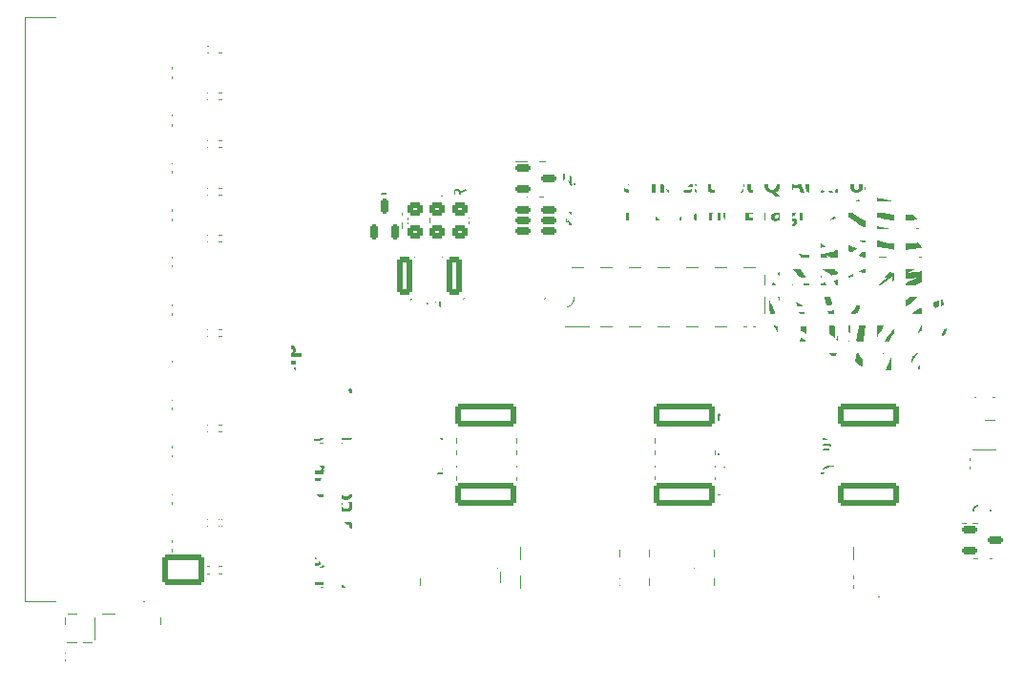
<source format=gto>
G04 #@! TF.GenerationSoftware,KiCad,Pcbnew,(7.0.0-0)*
G04 #@! TF.CreationDate,2023-03-06T18:26:08+00:00*
G04 #@! TF.ProjectId,AuxBoard,41757842-6f61-4726-942e-6b696361645f,rev?*
G04 #@! TF.SameCoordinates,Original*
G04 #@! TF.FileFunction,Legend,Top*
G04 #@! TF.FilePolarity,Positive*
%FSLAX46Y46*%
G04 Gerber Fmt 4.6, Leading zero omitted, Abs format (unit mm)*
G04 Created by KiCad (PCBNEW (7.0.0-0)) date 2023-03-06 18:26:08*
%MOMM*%
%LPD*%
G01*
G04 APERTURE LIST*
G04 Aperture macros list*
%AMRoundRect*
0 Rectangle with rounded corners*
0 $1 Rounding radius*
0 $2 $3 $4 $5 $6 $7 $8 $9 X,Y pos of 4 corners*
0 Add a 4 corners polygon primitive as box body*
4,1,4,$2,$3,$4,$5,$6,$7,$8,$9,$2,$3,0*
0 Add four circle primitives for the rounded corners*
1,1,$1+$1,$2,$3*
1,1,$1+$1,$4,$5*
1,1,$1+$1,$6,$7*
1,1,$1+$1,$8,$9*
0 Add four rect primitives between the rounded corners*
20,1,$1+$1,$2,$3,$4,$5,0*
20,1,$1+$1,$4,$5,$6,$7,0*
20,1,$1+$1,$6,$7,$8,$9,0*
20,1,$1+$1,$8,$9,$2,$3,0*%
G04 Aperture macros list end*
%ADD10C,0.300000*%
%ADD11C,0.150000*%
%ADD12C,0.120000*%
%ADD13RoundRect,0.250000X0.400000X1.450000X-0.400000X1.450000X-0.400000X-1.450000X0.400000X-1.450000X0*%
%ADD14C,2.750000*%
%ADD15R,1.600000X1.600000*%
%ADD16O,1.600000X1.600000*%
%ADD17R,1.700000X1.700000*%
%ADD18O,1.700000X1.700000*%
%ADD19RoundRect,0.250001X-2.474999X0.799999X-2.474999X-0.799999X2.474999X-0.799999X2.474999X0.799999X0*%
%ADD20RoundRect,0.250000X0.450000X-0.350000X0.450000X0.350000X-0.450000X0.350000X-0.450000X-0.350000X0*%
%ADD21C,3.000000*%
%ADD22RoundRect,0.250001X1.599999X-1.099999X1.599999X1.099999X-1.599999X1.099999X-1.599999X-1.099999X0*%
%ADD23O,3.700000X2.700000*%
%ADD24RoundRect,0.150000X-0.512500X-0.150000X0.512500X-0.150000X0.512500X0.150000X-0.512500X0.150000X0*%
%ADD25RoundRect,0.150000X0.150000X-0.512500X0.150000X0.512500X-0.150000X0.512500X-0.150000X-0.512500X0*%
%ADD26RoundRect,0.250001X2.474999X-0.799999X2.474999X0.799999X-2.474999X0.799999X-2.474999X-0.799999X0*%
%ADD27RoundRect,0.250000X-0.450000X0.350000X-0.450000X-0.350000X0.450000X-0.350000X0.450000X0.350000X0*%
%ADD28R,1.500000X4.000000*%
G04 #@! TA.AperFunction,SMDPad,CuDef*
%ADD29RoundRect,0.250000X0.400000X1.450000X-0.400000X1.450000X-0.400000X-1.450000X0.400000X-1.450000X0*%
G04 #@! TD*
G04 #@! TA.AperFunction,WasherPad*
%ADD30C,2.750000*%
G04 #@! TD*
G04 #@! TA.AperFunction,ComponentPad*
%ADD31R,1.600000X1.600000*%
G04 #@! TD*
G04 #@! TA.AperFunction,ComponentPad*
%ADD32O,1.600000X1.600000*%
G04 #@! TD*
G04 #@! TA.AperFunction,ComponentPad*
%ADD33R,1.700000X1.700000*%
G04 #@! TD*
G04 #@! TA.AperFunction,ComponentPad*
%ADD34O,1.700000X1.700000*%
G04 #@! TD*
G04 #@! TA.AperFunction,SMDPad,CuDef*
%ADD35RoundRect,0.250001X-2.474999X0.799999X-2.474999X-0.799999X2.474999X-0.799999X2.474999X0.799999X0*%
G04 #@! TD*
G04 #@! TA.AperFunction,SMDPad,CuDef*
%ADD36RoundRect,0.250000X0.450000X-0.350000X0.450000X0.350000X-0.450000X0.350000X-0.450000X-0.350000X0*%
G04 #@! TD*
G04 #@! TA.AperFunction,ComponentPad*
%ADD37RoundRect,0.250001X1.599999X-1.099999X1.599999X1.099999X-1.599999X1.099999X-1.599999X-1.099999X0*%
G04 #@! TD*
G04 #@! TA.AperFunction,ComponentPad*
%ADD38O,3.700000X2.700000*%
G04 #@! TD*
G04 #@! TA.AperFunction,SMDPad,CuDef*
%ADD39RoundRect,0.150000X-0.512500X-0.150000X0.512500X-0.150000X0.512500X0.150000X-0.512500X0.150000X0*%
G04 #@! TD*
G04 #@! TA.AperFunction,SMDPad,CuDef*
%ADD40RoundRect,0.150000X0.150000X-0.512500X0.150000X0.512500X-0.150000X0.512500X-0.150000X-0.512500X0*%
G04 #@! TD*
G04 #@! TA.AperFunction,SMDPad,CuDef*
%ADD41RoundRect,0.250001X2.474999X-0.799999X2.474999X0.799999X-2.474999X0.799999X-2.474999X-0.799999X0*%
G04 #@! TD*
G04 #@! TA.AperFunction,SMDPad,CuDef*
%ADD42RoundRect,0.250000X-0.450000X0.350000X-0.450000X-0.350000X0.450000X-0.350000X0.450000X0.350000X0*%
G04 #@! TD*
G04 #@! TA.AperFunction,ComponentPad*
%ADD43R,1.500000X4.000000*%
G04 #@! TD*
G04 #@! TA.AperFunction,ViaPad*
%ADD44C,0.800000*%
G04 #@! TD*
G04 #@! TA.AperFunction,ViaPad*
%ADD45C,1.500000*%
G04 #@! TD*
G04 #@! TA.AperFunction,Conductor*
%ADD46C,0.500000*%
G04 #@! TD*
G04 #@! TA.AperFunction,Conductor*
%ADD47C,0.200000*%
G04 #@! TD*
G04 #@! TA.AperFunction,Conductor*
%ADD48C,4.000000*%
G04 #@! TD*
G04 #@! TA.AperFunction,Conductor*
%ADD49C,2.000000*%
G04 #@! TD*
G04 #@! TA.AperFunction,Conductor*
%ADD50C,3.000000*%
G04 #@! TD*
G04 #@! TA.AperFunction,Conductor*
%ADD51C,1.000000*%
G04 #@! TD*
G04 #@! TA.AperFunction,Profile*
%ADD52C,0.200000*%
G04 #@! TD*
G04 APERTURE END LIST*
D10*
G36*
X156078942Y-65309909D02*
G01*
X156078368Y-65335035D01*
X156076647Y-65359488D01*
X156073777Y-65383269D01*
X156069760Y-65406377D01*
X156064595Y-65428813D01*
X156058283Y-65450575D01*
X156050822Y-65471666D01*
X156042214Y-65492083D01*
X156032458Y-65511828D01*
X156021555Y-65530901D01*
X156009503Y-65549301D01*
X155996304Y-65567028D01*
X155981957Y-65584082D01*
X155966463Y-65600464D01*
X155949820Y-65616174D01*
X155932030Y-65631210D01*
X155913218Y-65645407D01*
X155893510Y-65658688D01*
X155872907Y-65671052D01*
X155851407Y-65682501D01*
X155829012Y-65693034D01*
X155805720Y-65702651D01*
X155781533Y-65711352D01*
X155756450Y-65719138D01*
X155730471Y-65726007D01*
X155703596Y-65731960D01*
X155675826Y-65736998D01*
X155647159Y-65741120D01*
X155632490Y-65742837D01*
X155617597Y-65744325D01*
X155602479Y-65745585D01*
X155587138Y-65746615D01*
X155571573Y-65747416D01*
X155555784Y-65747989D01*
X155539771Y-65748332D01*
X155523534Y-65748447D01*
X155508499Y-65748358D01*
X155493574Y-65748092D01*
X155478758Y-65747648D01*
X155464051Y-65747027D01*
X155434967Y-65745253D01*
X155406320Y-65742768D01*
X155378112Y-65739574D01*
X155350341Y-65735670D01*
X155323008Y-65731056D01*
X155296113Y-65725732D01*
X155269656Y-65719699D01*
X155243637Y-65712955D01*
X155218056Y-65705502D01*
X155192913Y-65697339D01*
X155168208Y-65688466D01*
X155143941Y-65678883D01*
X155120111Y-65668591D01*
X155096720Y-65657588D01*
X155096720Y-65361200D01*
X155115587Y-65369516D01*
X155134089Y-65377520D01*
X155152224Y-65385212D01*
X155169993Y-65392593D01*
X155187395Y-65399661D01*
X155204431Y-65406417D01*
X155221100Y-65412861D01*
X155237404Y-65418994D01*
X155253340Y-65424814D01*
X155268911Y-65430322D01*
X155284115Y-65435519D01*
X155298953Y-65440403D01*
X155313424Y-65444976D01*
X155327529Y-65449236D01*
X155348000Y-65455042D01*
X155354640Y-65456821D01*
X155374331Y-65461797D01*
X155393701Y-65466283D01*
X155412748Y-65470280D01*
X155431474Y-65473788D01*
X155449877Y-65476806D01*
X155467958Y-65479335D01*
X155485718Y-65481374D01*
X155503155Y-65482924D01*
X155520270Y-65483985D01*
X155537064Y-65484556D01*
X155548080Y-65484665D01*
X155567364Y-65484314D01*
X155585784Y-65483261D01*
X155603342Y-65481506D01*
X155620037Y-65479049D01*
X155635868Y-65475890D01*
X155650837Y-65472029D01*
X155664943Y-65467467D01*
X155682408Y-65460291D01*
X155698339Y-65451867D01*
X155709281Y-65444731D01*
X155722504Y-65434049D01*
X155733965Y-65422154D01*
X155743662Y-65409045D01*
X155751596Y-65394722D01*
X155757767Y-65379186D01*
X155762175Y-65362436D01*
X155764819Y-65344473D01*
X155765701Y-65325296D01*
X155764825Y-65309020D01*
X155762197Y-65293440D01*
X155757818Y-65278555D01*
X155751687Y-65264365D01*
X155743805Y-65250871D01*
X155740788Y-65246528D01*
X155730759Y-65233704D01*
X155719081Y-65221060D01*
X155708090Y-65210661D01*
X155695954Y-65200387D01*
X155682674Y-65190239D01*
X155668248Y-65180216D01*
X155654698Y-65171652D01*
X155638046Y-65161898D01*
X155623520Y-65153800D01*
X155607250Y-65145033D01*
X155589234Y-65135597D01*
X155569473Y-65125490D01*
X155555329Y-65118380D01*
X155540410Y-65110973D01*
X155524715Y-65103268D01*
X155508244Y-65095265D01*
X155490998Y-65086965D01*
X155472976Y-65078367D01*
X155455980Y-65070281D01*
X155439522Y-65062235D01*
X155423602Y-65054229D01*
X155408221Y-65046264D01*
X155393377Y-65038338D01*
X155379072Y-65030453D01*
X155365305Y-65022608D01*
X155352076Y-65014802D01*
X155339384Y-65007037D01*
X155321357Y-64995464D01*
X155304540Y-64983982D01*
X155288934Y-64972590D01*
X155274538Y-64961287D01*
X155265614Y-64953803D01*
X155252941Y-64942435D01*
X155240751Y-64930726D01*
X155229044Y-64918676D01*
X155217820Y-64906284D01*
X155207079Y-64893551D01*
X155196822Y-64880477D01*
X155187047Y-64867061D01*
X155177755Y-64853304D01*
X155168946Y-64839206D01*
X155160620Y-64824767D01*
X155155338Y-64814951D01*
X155148005Y-64799812D01*
X155141393Y-64784210D01*
X155135503Y-64768145D01*
X155130334Y-64751615D01*
X155125886Y-64734622D01*
X155122159Y-64717166D01*
X155119154Y-64699245D01*
X155116870Y-64680861D01*
X155115307Y-64662014D01*
X155114465Y-64642702D01*
X155114305Y-64629570D01*
X155114835Y-64604901D01*
X155116423Y-64580901D01*
X155119071Y-64557571D01*
X155122777Y-64534911D01*
X155127543Y-64512921D01*
X155133368Y-64491600D01*
X155140251Y-64470949D01*
X155148194Y-64450968D01*
X155157196Y-64431656D01*
X155167256Y-64413015D01*
X155178376Y-64395043D01*
X155190555Y-64377741D01*
X155203792Y-64361108D01*
X155218089Y-64345146D01*
X155233445Y-64329853D01*
X155249860Y-64315230D01*
X155267208Y-64301388D01*
X155285363Y-64288439D01*
X155304325Y-64276384D01*
X155324094Y-64265221D01*
X155344671Y-64254951D01*
X155366055Y-64245575D01*
X155388245Y-64237091D01*
X155411243Y-64229501D01*
X155435048Y-64222803D01*
X155459661Y-64216998D01*
X155485080Y-64212087D01*
X155511307Y-64208068D01*
X155538340Y-64204943D01*
X155566181Y-64202710D01*
X155594829Y-64201371D01*
X155624284Y-64200924D01*
X155638942Y-64201033D01*
X155660767Y-64201604D01*
X155682399Y-64202664D01*
X155703837Y-64204214D01*
X155725083Y-64206254D01*
X155746135Y-64208782D01*
X155766995Y-64211801D01*
X155787660Y-64215308D01*
X155808133Y-64219305D01*
X155828413Y-64223792D01*
X155848499Y-64228768D01*
X155868576Y-64234188D01*
X155888826Y-64240008D01*
X155909251Y-64246227D01*
X155929849Y-64252845D01*
X155950621Y-64259862D01*
X155964566Y-64264762D01*
X155978588Y-64269840D01*
X155992687Y-64275095D01*
X156006864Y-64280528D01*
X156021118Y-64286137D01*
X156035449Y-64291925D01*
X156049857Y-64297890D01*
X156064343Y-64304032D01*
X156071615Y-64307170D01*
X155968667Y-64555565D01*
X155953762Y-64549500D01*
X155939180Y-64543669D01*
X155924922Y-64538074D01*
X155910987Y-64532713D01*
X155890692Y-64525111D01*
X155871124Y-64518038D01*
X155852283Y-64511493D01*
X155834171Y-64505476D01*
X155816786Y-64499987D01*
X155800129Y-64495026D01*
X155784200Y-64490593D01*
X155768998Y-64486688D01*
X155754252Y-64483153D01*
X155739550Y-64479965D01*
X155724894Y-64477125D01*
X155710283Y-64474633D01*
X155695716Y-64472488D01*
X155676365Y-64470170D01*
X155657093Y-64468470D01*
X155637902Y-64467388D01*
X155618791Y-64466924D01*
X155614026Y-64466905D01*
X155597364Y-64467275D01*
X155581448Y-64468386D01*
X155566280Y-64470237D01*
X155547217Y-64473858D01*
X155529483Y-64478795D01*
X155513077Y-64485049D01*
X155497999Y-64492620D01*
X155484249Y-64501507D01*
X155474808Y-64509036D01*
X155463473Y-64519976D01*
X155453650Y-64531728D01*
X155445338Y-64544293D01*
X155438538Y-64557671D01*
X155433248Y-64571862D01*
X155429470Y-64586866D01*
X155427203Y-64602683D01*
X155426448Y-64619312D01*
X155427130Y-64634738D01*
X155429178Y-64649417D01*
X155433293Y-64665598D01*
X155439266Y-64680763D01*
X155445865Y-64692951D01*
X155455607Y-64706631D01*
X155465688Y-64718188D01*
X155477366Y-64729591D01*
X155490641Y-64740840D01*
X155502923Y-64750096D01*
X155508147Y-64753768D01*
X155520695Y-64761828D01*
X155536906Y-64771353D01*
X155551469Y-64779459D01*
X155568093Y-64788389D01*
X155586778Y-64798144D01*
X155600379Y-64805105D01*
X155614896Y-64812432D01*
X155630329Y-64820126D01*
X155646678Y-64828186D01*
X155663943Y-64836612D01*
X155682124Y-64845405D01*
X155701221Y-64854564D01*
X155711113Y-64859281D01*
X155736973Y-64871877D01*
X155761797Y-64884480D01*
X155785585Y-64897088D01*
X155808336Y-64909702D01*
X155830052Y-64922321D01*
X155850732Y-64934946D01*
X155870375Y-64947577D01*
X155888982Y-64960214D01*
X155906554Y-64972857D01*
X155923089Y-64985505D01*
X155938588Y-64998159D01*
X155953050Y-65010818D01*
X155966477Y-65023483D01*
X155978868Y-65036155D01*
X155990222Y-65048831D01*
X156000540Y-65061514D01*
X156010034Y-65074334D01*
X156018916Y-65087514D01*
X156027185Y-65101055D01*
X156034841Y-65114957D01*
X156041885Y-65129220D01*
X156048317Y-65143843D01*
X156054135Y-65158826D01*
X156059342Y-65174171D01*
X156063936Y-65189876D01*
X156067917Y-65205941D01*
X156071286Y-65222368D01*
X156074042Y-65239155D01*
X156076186Y-65256302D01*
X156077717Y-65273810D01*
X156078636Y-65291679D01*
X156078942Y-65309909D01*
G37*
G36*
X156156245Y-64576081D02*
G01*
X156500261Y-64576081D01*
X156717882Y-65228210D01*
X156722948Y-65244420D01*
X156727705Y-65261178D01*
X156732153Y-65278483D01*
X156736291Y-65296336D01*
X156740121Y-65314736D01*
X156743642Y-65333684D01*
X156746853Y-65353179D01*
X156749755Y-65373221D01*
X156752348Y-65393811D01*
X156754632Y-65414948D01*
X156755983Y-65429344D01*
X156762212Y-65429344D01*
X156764531Y-65409460D01*
X156767231Y-65389789D01*
X156770310Y-65370331D01*
X156773769Y-65351085D01*
X156777609Y-65332051D01*
X156781828Y-65313230D01*
X156786427Y-65294622D01*
X156791406Y-65276226D01*
X156796765Y-65258043D01*
X156802505Y-65240072D01*
X156806542Y-65228210D01*
X157019766Y-64576081D01*
X157356821Y-64576081D01*
X156869190Y-65880338D01*
X156860586Y-65902605D01*
X156851536Y-65924159D01*
X156842039Y-65945000D01*
X156832096Y-65965128D01*
X156821706Y-65984544D01*
X156810869Y-66003247D01*
X156799587Y-66021238D01*
X156787857Y-66038516D01*
X156775681Y-66055081D01*
X156763059Y-66070933D01*
X156749990Y-66086073D01*
X156736475Y-66100500D01*
X156722513Y-66114214D01*
X156708104Y-66127216D01*
X156693249Y-66139505D01*
X156677948Y-66151081D01*
X156662261Y-66161950D01*
X156646252Y-66172118D01*
X156629918Y-66181585D01*
X156613262Y-66190351D01*
X156596282Y-66198415D01*
X156578978Y-66205778D01*
X156561351Y-66212440D01*
X156543401Y-66218401D01*
X156525127Y-66223660D01*
X156506529Y-66228218D01*
X156487609Y-66232075D01*
X156468365Y-66235230D01*
X156448797Y-66237685D01*
X156428906Y-66239438D01*
X156408692Y-66240490D01*
X156388154Y-66240840D01*
X156372930Y-66240686D01*
X156357757Y-66240222D01*
X156342636Y-66239449D01*
X156327566Y-66238367D01*
X156312548Y-66236976D01*
X156297582Y-66235276D01*
X156282667Y-66233267D01*
X156267803Y-66230949D01*
X156252991Y-66228321D01*
X156238231Y-66225384D01*
X156228419Y-66223255D01*
X156228419Y-65973761D01*
X156242776Y-65976938D01*
X156257453Y-65979691D01*
X156272451Y-65982021D01*
X156287770Y-65983927D01*
X156303409Y-65985410D01*
X156319369Y-65986469D01*
X156335649Y-65987105D01*
X156352250Y-65987316D01*
X156367725Y-65986866D01*
X156382827Y-65985513D01*
X156397555Y-65983259D01*
X156411910Y-65980104D01*
X156430469Y-65974494D01*
X156448363Y-65967281D01*
X156465594Y-65958465D01*
X156482161Y-65948047D01*
X156494150Y-65939181D01*
X156498063Y-65936025D01*
X156509499Y-65926016D01*
X156520453Y-65915087D01*
X156530923Y-65903236D01*
X156540910Y-65890464D01*
X156550415Y-65876772D01*
X156559436Y-65862159D01*
X156567975Y-65846624D01*
X156576030Y-65830169D01*
X156583602Y-65812793D01*
X156590692Y-65794496D01*
X156595150Y-65781786D01*
X156613834Y-65725000D01*
X156156245Y-64576081D01*
G37*
G36*
X158579012Y-65725000D02*
G01*
X158264672Y-65725000D01*
X158264672Y-65053087D01*
X158264498Y-65037760D01*
X158263979Y-65022920D01*
X158262550Y-65001571D01*
X158260342Y-64981317D01*
X158257355Y-64962158D01*
X158253589Y-64944094D01*
X158249043Y-64927125D01*
X158243719Y-64911250D01*
X158237615Y-64896470D01*
X158230731Y-64882785D01*
X158223069Y-64870195D01*
X158220341Y-64866242D01*
X158208440Y-64851644D01*
X158194902Y-64838993D01*
X158179727Y-64828289D01*
X158162914Y-64819530D01*
X158149230Y-64814239D01*
X158134625Y-64810042D01*
X158119099Y-64806940D01*
X158102653Y-64804933D01*
X158085285Y-64804021D01*
X158079291Y-64803960D01*
X158063090Y-64804303D01*
X158047458Y-64805334D01*
X158032395Y-64807051D01*
X158017902Y-64809455D01*
X157997231Y-64814350D01*
X157977841Y-64820790D01*
X157959733Y-64828775D01*
X157942906Y-64838306D01*
X157927361Y-64849383D01*
X157913098Y-64862006D01*
X157900116Y-64876174D01*
X157888415Y-64891887D01*
X157877940Y-64909391D01*
X157868494Y-64928930D01*
X157862770Y-64943087D01*
X157857503Y-64958148D01*
X157852695Y-64974113D01*
X157848344Y-64990983D01*
X157844452Y-65008757D01*
X157841017Y-65027436D01*
X157838040Y-65047020D01*
X157835522Y-65067507D01*
X157833461Y-65088900D01*
X157831858Y-65111196D01*
X157830713Y-65134397D01*
X157830026Y-65158503D01*
X157829797Y-65183513D01*
X157829797Y-65725000D01*
X157515457Y-65725000D01*
X157515457Y-64576081D01*
X157755792Y-64576081D01*
X157797923Y-64721528D01*
X157815509Y-64721528D01*
X157825683Y-64706226D01*
X157836559Y-64691646D01*
X157848137Y-64677787D01*
X157860417Y-64664650D01*
X157873399Y-64652233D01*
X157887083Y-64640538D01*
X157901469Y-64629565D01*
X157916557Y-64619312D01*
X157932347Y-64609781D01*
X157948838Y-64600971D01*
X157960223Y-64595498D01*
X157977752Y-64587838D01*
X157995720Y-64580931D01*
X158014126Y-64574778D01*
X158032969Y-64569378D01*
X158052250Y-64564731D01*
X158071970Y-64560838D01*
X158092127Y-64557699D01*
X158112722Y-64555313D01*
X158133755Y-64553680D01*
X158155226Y-64552801D01*
X158169783Y-64552634D01*
X158194546Y-64553059D01*
X158218550Y-64554334D01*
X158241795Y-64556459D01*
X158264282Y-64559434D01*
X158286011Y-64563260D01*
X158306981Y-64567935D01*
X158327192Y-64573461D01*
X158346646Y-64579836D01*
X158365340Y-64587062D01*
X158383276Y-64595138D01*
X158400454Y-64604064D01*
X158416873Y-64613840D01*
X158432534Y-64624466D01*
X158447436Y-64635942D01*
X158461579Y-64648268D01*
X158474965Y-64661444D01*
X158487564Y-64675376D01*
X158499351Y-64690061D01*
X158510324Y-64705498D01*
X158520485Y-64721688D01*
X158529833Y-64738631D01*
X158538369Y-64756327D01*
X158546091Y-64774775D01*
X158553000Y-64793976D01*
X158559097Y-64813930D01*
X158564380Y-64834637D01*
X158568851Y-64856097D01*
X158572509Y-64878309D01*
X158575354Y-64901274D01*
X158577386Y-64924992D01*
X158578606Y-64949462D01*
X158579012Y-64974685D01*
X158579012Y-65725000D01*
G37*
G36*
X159394894Y-64553027D02*
G01*
X159422612Y-64554208D01*
X159449482Y-64556176D01*
X159475505Y-64558931D01*
X159500682Y-64562473D01*
X159525010Y-64566802D01*
X159548492Y-64571918D01*
X159571127Y-64577821D01*
X159592914Y-64584512D01*
X159613854Y-64591989D01*
X159633947Y-64600254D01*
X159653192Y-64609306D01*
X159671590Y-64619145D01*
X159689142Y-64629771D01*
X159705846Y-64641184D01*
X159721702Y-64653384D01*
X159736697Y-64666387D01*
X159750725Y-64680209D01*
X159763785Y-64694849D01*
X159775878Y-64710308D01*
X159787004Y-64726585D01*
X159797162Y-64743681D01*
X159806352Y-64761596D01*
X159814576Y-64780329D01*
X159821831Y-64799881D01*
X159828120Y-64820251D01*
X159833440Y-64841441D01*
X159837794Y-64863448D01*
X159841180Y-64886274D01*
X159843598Y-64909919D01*
X159845050Y-64934383D01*
X159845533Y-64959665D01*
X159845533Y-65725000D01*
X159626081Y-65725000D01*
X159565265Y-65571127D01*
X159556838Y-65571127D01*
X159546926Y-65583390D01*
X159536974Y-65595175D01*
X159526982Y-65606482D01*
X159516950Y-65617311D01*
X159501827Y-65632659D01*
X159486614Y-65646931D01*
X159471310Y-65660128D01*
X159455916Y-65672249D01*
X159440432Y-65683294D01*
X159424858Y-65693265D01*
X159409194Y-65702159D01*
X159393440Y-65709979D01*
X159377261Y-65716853D01*
X159360188Y-65723052D01*
X159342219Y-65728574D01*
X159323355Y-65733420D01*
X159303597Y-65737590D01*
X159282942Y-65741084D01*
X159261393Y-65743901D01*
X159246530Y-65745404D01*
X159231268Y-65746606D01*
X159215609Y-65747508D01*
X159199552Y-65748109D01*
X159183097Y-65748409D01*
X159174720Y-65748447D01*
X159154251Y-65748082D01*
X159134334Y-65746987D01*
X159114970Y-65745162D01*
X159096158Y-65742608D01*
X159077899Y-65739323D01*
X159060191Y-65735309D01*
X159043037Y-65730565D01*
X159026434Y-65725091D01*
X159010385Y-65718887D01*
X158994887Y-65711953D01*
X158979942Y-65704290D01*
X158965549Y-65695896D01*
X158951709Y-65686773D01*
X158938421Y-65676920D01*
X158925686Y-65666337D01*
X158913503Y-65655024D01*
X158901968Y-65643037D01*
X158891177Y-65630432D01*
X158881131Y-65617208D01*
X158871829Y-65603367D01*
X158863271Y-65588907D01*
X158855457Y-65573828D01*
X158848387Y-65558132D01*
X158842062Y-65541817D01*
X158836480Y-65524884D01*
X158831643Y-65507333D01*
X158827550Y-65489164D01*
X158824201Y-65470376D01*
X158821597Y-65450970D01*
X158819736Y-65430946D01*
X158818620Y-65410304D01*
X158818267Y-65390143D01*
X159140648Y-65390143D01*
X159141244Y-65405714D01*
X159143030Y-65420282D01*
X159147941Y-65440249D01*
X159155532Y-65457956D01*
X159165802Y-65473402D01*
X159178750Y-65486588D01*
X159194378Y-65497513D01*
X159212685Y-65506178D01*
X159233671Y-65512583D01*
X159249150Y-65515597D01*
X159265819Y-65517606D01*
X159283679Y-65518611D01*
X159293056Y-65518736D01*
X159313206Y-65518202D01*
X159332576Y-65516598D01*
X159351167Y-65513926D01*
X159368979Y-65510184D01*
X159386012Y-65505373D01*
X159402265Y-65499494D01*
X159417740Y-65492545D01*
X159432435Y-65484527D01*
X159446350Y-65475440D01*
X159459487Y-65465284D01*
X159467812Y-65457920D01*
X159479532Y-65446169D01*
X159490098Y-65433723D01*
X159499513Y-65420581D01*
X159507774Y-65406743D01*
X159514883Y-65392211D01*
X159520839Y-65376982D01*
X159525642Y-65361058D01*
X159529292Y-65344439D01*
X159531790Y-65327124D01*
X159533135Y-65309113D01*
X159533391Y-65296720D01*
X159533391Y-65205129D01*
X159411758Y-65209159D01*
X159394904Y-65209818D01*
X159378596Y-65210790D01*
X159362836Y-65212074D01*
X159347621Y-65213669D01*
X159332954Y-65215577D01*
X159311978Y-65219024D01*
X159292232Y-65223172D01*
X159273716Y-65228022D01*
X159256430Y-65233575D01*
X159240374Y-65239829D01*
X159225548Y-65246785D01*
X159211952Y-65254444D01*
X159207693Y-65257152D01*
X159195712Y-65265729D01*
X159181569Y-65278418D01*
X159169522Y-65292537D01*
X159159570Y-65308087D01*
X159151713Y-65325069D01*
X159145952Y-65343482D01*
X159143006Y-65358230D01*
X159141238Y-65373784D01*
X159140648Y-65390143D01*
X158818267Y-65390143D01*
X158818248Y-65389043D01*
X158818749Y-65366837D01*
X158820251Y-65345372D01*
X158822756Y-65324648D01*
X158826262Y-65304665D01*
X158830770Y-65285424D01*
X158836280Y-65266924D01*
X158842791Y-65249165D01*
X158850305Y-65232148D01*
X158858820Y-65215872D01*
X158868337Y-65200337D01*
X158878855Y-65185544D01*
X158890376Y-65171492D01*
X158902898Y-65158181D01*
X158916422Y-65145612D01*
X158930948Y-65133783D01*
X158946475Y-65122697D01*
X158963013Y-65112280D01*
X158980570Y-65102461D01*
X158999146Y-65093240D01*
X159018741Y-65084618D01*
X159039354Y-65076593D01*
X159060987Y-65069167D01*
X159083639Y-65062340D01*
X159107309Y-65056110D01*
X159131999Y-65050479D01*
X159157707Y-65045445D01*
X159184435Y-65041010D01*
X159212181Y-65037173D01*
X159240946Y-65033935D01*
X159255711Y-65032540D01*
X159270731Y-65031294D01*
X159286005Y-65030199D01*
X159301534Y-65029252D01*
X159317318Y-65028456D01*
X159333356Y-65027808D01*
X159533391Y-65021580D01*
X159533391Y-64968824D01*
X159532690Y-64946641D01*
X159530586Y-64925890D01*
X159527080Y-64906570D01*
X159522171Y-64888681D01*
X159515860Y-64872224D01*
X159508146Y-64857197D01*
X159499030Y-64843601D01*
X159488511Y-64831437D01*
X159476590Y-64820704D01*
X159463267Y-64811401D01*
X159448540Y-64803530D01*
X159432412Y-64797090D01*
X159414881Y-64792082D01*
X159395947Y-64788504D01*
X159375611Y-64786357D01*
X159353872Y-64785642D01*
X159336419Y-64785966D01*
X159318587Y-64786941D01*
X159300378Y-64788565D01*
X159281790Y-64790839D01*
X159262825Y-64793763D01*
X159243482Y-64797337D01*
X159223762Y-64801560D01*
X159203663Y-64806433D01*
X159183187Y-64811955D01*
X159162333Y-64818128D01*
X159141101Y-64824950D01*
X159119491Y-64832422D01*
X159097503Y-64840543D01*
X159075138Y-64849314D01*
X159052395Y-64858735D01*
X159029274Y-64868806D01*
X158925226Y-64656681D01*
X158950262Y-64644082D01*
X158975636Y-64632295D01*
X159001347Y-64621321D01*
X159027396Y-64611161D01*
X159053783Y-64601813D01*
X159080508Y-64593277D01*
X159107570Y-64585555D01*
X159134970Y-64578646D01*
X159162708Y-64572549D01*
X159190783Y-64567266D01*
X159219196Y-64562795D01*
X159247947Y-64559137D01*
X159277036Y-64556292D01*
X159291707Y-64555174D01*
X159306463Y-64554260D01*
X159321303Y-64553548D01*
X159336227Y-64553040D01*
X159351236Y-64552735D01*
X159366329Y-64552634D01*
X159394894Y-64553027D01*
G37*
G36*
X160652391Y-64552770D02*
G01*
X160667324Y-64553179D01*
X160682046Y-64553861D01*
X160710857Y-64556042D01*
X160738824Y-64559313D01*
X160765947Y-64563675D01*
X160792225Y-64569128D01*
X160817658Y-64575671D01*
X160842248Y-64583304D01*
X160865993Y-64592028D01*
X160888893Y-64601843D01*
X160910950Y-64612748D01*
X160932162Y-64624744D01*
X160952529Y-64637830D01*
X160972052Y-64652006D01*
X160990731Y-64667273D01*
X161008566Y-64683631D01*
X161017166Y-64692219D01*
X161033670Y-64710082D01*
X161049109Y-64728775D01*
X161063483Y-64748298D01*
X161076792Y-64768651D01*
X161089037Y-64789835D01*
X161100216Y-64811848D01*
X161110332Y-64834691D01*
X161119382Y-64858365D01*
X161127368Y-64882868D01*
X161134288Y-64908202D01*
X161140144Y-64934365D01*
X161144936Y-64961359D01*
X161148662Y-64989183D01*
X161151324Y-65017836D01*
X161152256Y-65032474D01*
X161152921Y-65047320D01*
X161153321Y-65062373D01*
X161153454Y-65077634D01*
X161153454Y-65230774D01*
X160410467Y-65230774D01*
X160411377Y-65247260D01*
X160412826Y-65263289D01*
X160414812Y-65278859D01*
X160417336Y-65293972D01*
X160420399Y-65308627D01*
X160426002Y-65329750D01*
X160432815Y-65349842D01*
X160440840Y-65368905D01*
X160450074Y-65386937D01*
X160460520Y-65403938D01*
X160472177Y-65419910D01*
X160485044Y-65434850D01*
X160489602Y-65439602D01*
X160504068Y-65453024D01*
X160519578Y-65465126D01*
X160536131Y-65475907D01*
X160553727Y-65485369D01*
X160572366Y-65493510D01*
X160592049Y-65500331D01*
X160612775Y-65505832D01*
X160627172Y-65508766D01*
X160642033Y-65511113D01*
X160657357Y-65512873D01*
X160673145Y-65514046D01*
X160689397Y-65514633D01*
X160697697Y-65514706D01*
X160717106Y-65514516D01*
X160736315Y-65513946D01*
X160755325Y-65512997D01*
X160774135Y-65511667D01*
X160792746Y-65509957D01*
X160811157Y-65507867D01*
X160829368Y-65505397D01*
X160847379Y-65502548D01*
X160865191Y-65499318D01*
X160882804Y-65495708D01*
X160894434Y-65493091D01*
X160911888Y-65488813D01*
X160929489Y-65484084D01*
X160947239Y-65478904D01*
X160965137Y-65473273D01*
X160983183Y-65467191D01*
X161001377Y-65460659D01*
X161019719Y-65453676D01*
X161038209Y-65446242D01*
X161056848Y-65438357D01*
X161075634Y-65430022D01*
X161088241Y-65424214D01*
X161088241Y-65667114D01*
X161072685Y-65674624D01*
X161056930Y-65681767D01*
X161040975Y-65688543D01*
X161024820Y-65694952D01*
X161008465Y-65700994D01*
X160991911Y-65706668D01*
X160975158Y-65711976D01*
X160958205Y-65716917D01*
X160941052Y-65721490D01*
X160923699Y-65725696D01*
X160912020Y-65728297D01*
X160894074Y-65731898D01*
X160875406Y-65735145D01*
X160856018Y-65738037D01*
X160835908Y-65740576D01*
X160815076Y-65742760D01*
X160793524Y-65744590D01*
X160778755Y-65745613D01*
X160763665Y-65746479D01*
X160748255Y-65747187D01*
X160732524Y-65747738D01*
X160716473Y-65748132D01*
X160700101Y-65748368D01*
X160683408Y-65748447D01*
X160666147Y-65748297D01*
X160649123Y-65747847D01*
X160632336Y-65747098D01*
X160615786Y-65746048D01*
X160599472Y-65744699D01*
X160583395Y-65743050D01*
X160567555Y-65741101D01*
X160551952Y-65738853D01*
X160536586Y-65736304D01*
X160521457Y-65733456D01*
X160506564Y-65730308D01*
X160491909Y-65726860D01*
X160477490Y-65723112D01*
X160463308Y-65719065D01*
X160435655Y-65710070D01*
X160408949Y-65699876D01*
X160383190Y-65688483D01*
X160358379Y-65675891D01*
X160334515Y-65662099D01*
X160311599Y-65647108D01*
X160289630Y-65630918D01*
X160268608Y-65613529D01*
X160248534Y-65594940D01*
X160229590Y-65575207D01*
X160211869Y-65554474D01*
X160195370Y-65532743D01*
X160180093Y-65510012D01*
X160166038Y-65486283D01*
X160153205Y-65461555D01*
X160141594Y-65435828D01*
X160131206Y-65409102D01*
X160122040Y-65381377D01*
X160117915Y-65367140D01*
X160114096Y-65352653D01*
X160110582Y-65337917D01*
X160107374Y-65322930D01*
X160104471Y-65307694D01*
X160101874Y-65292209D01*
X160099582Y-65276473D01*
X160097596Y-65260488D01*
X160095916Y-65244253D01*
X160094541Y-65227769D01*
X160093471Y-65211034D01*
X160092708Y-65194050D01*
X160092249Y-65176817D01*
X160092096Y-65159333D01*
X160092238Y-65141349D01*
X160092662Y-65123623D01*
X160093368Y-65106153D01*
X160094358Y-65088940D01*
X160095630Y-65071983D01*
X160097184Y-65055284D01*
X160099021Y-65038842D01*
X160101141Y-65022656D01*
X160101303Y-65021580D01*
X160417794Y-65021580D01*
X160858531Y-65021580D01*
X160857623Y-65000003D01*
X160855723Y-64979372D01*
X160852831Y-64959689D01*
X160848948Y-64940951D01*
X160844073Y-64923161D01*
X160838206Y-64906317D01*
X160831347Y-64890420D01*
X160823497Y-64875469D01*
X160814655Y-64861466D01*
X160804821Y-64848409D01*
X160797714Y-64840230D01*
X160786359Y-64828772D01*
X160774277Y-64818441D01*
X160761467Y-64809237D01*
X160747929Y-64801160D01*
X160733663Y-64794211D01*
X160718670Y-64788388D01*
X160702948Y-64783692D01*
X160686500Y-64780123D01*
X160669323Y-64777681D01*
X160651419Y-64776366D01*
X160639078Y-64776116D01*
X160620771Y-64776680D01*
X160603216Y-64778370D01*
X160586415Y-64781188D01*
X160570368Y-64785132D01*
X160555074Y-64790204D01*
X160540534Y-64796402D01*
X160526747Y-64803728D01*
X160513713Y-64812180D01*
X160501433Y-64821760D01*
X160489907Y-64832466D01*
X160482641Y-64840230D01*
X160472422Y-64852656D01*
X160463059Y-64866028D01*
X160454553Y-64880348D01*
X160446903Y-64895614D01*
X160440110Y-64911826D01*
X160434173Y-64928986D01*
X160429093Y-64947092D01*
X160424870Y-64966145D01*
X160421503Y-64986144D01*
X160418992Y-65007090D01*
X160417794Y-65021580D01*
X160101303Y-65021580D01*
X160103544Y-65006728D01*
X160106229Y-64991056D01*
X160109196Y-64975641D01*
X160112447Y-64960483D01*
X160115980Y-64945582D01*
X160119796Y-64930938D01*
X160123894Y-64916551D01*
X160128275Y-64902420D01*
X160137885Y-64874930D01*
X160148625Y-64848467D01*
X160160496Y-64823032D01*
X160173498Y-64798625D01*
X160187630Y-64775244D01*
X160202893Y-64752892D01*
X160219286Y-64731567D01*
X160236810Y-64711270D01*
X160255333Y-64692060D01*
X160274723Y-64674089D01*
X160294981Y-64657358D01*
X160316105Y-64641866D01*
X160338097Y-64627614D01*
X160360956Y-64614601D01*
X160384683Y-64602827D01*
X160409276Y-64592293D01*
X160434737Y-64582998D01*
X160461065Y-64574942D01*
X160488261Y-64568126D01*
X160516323Y-64562549D01*
X160545253Y-64558211D01*
X160560043Y-64556507D01*
X160575050Y-64555113D01*
X160590274Y-64554028D01*
X160605715Y-64553254D01*
X160621372Y-64552789D01*
X160637247Y-64552634D01*
X160652391Y-64552770D01*
G37*
G36*
X162205652Y-65385380D02*
G01*
X162205171Y-65407216D01*
X162203729Y-65428393D01*
X162201324Y-65448913D01*
X162197958Y-65468773D01*
X162193631Y-65487976D01*
X162188341Y-65506520D01*
X162182090Y-65524406D01*
X162174877Y-65541634D01*
X162166703Y-65558204D01*
X162157567Y-65574115D01*
X162147469Y-65589367D01*
X162136409Y-65603962D01*
X162124388Y-65617898D01*
X162111405Y-65631176D01*
X162097460Y-65643795D01*
X162082554Y-65655757D01*
X162066688Y-65666981D01*
X162049867Y-65677481D01*
X162032090Y-65687257D01*
X162013357Y-65696309D01*
X161993667Y-65704636D01*
X161973022Y-65712240D01*
X161951421Y-65719119D01*
X161928864Y-65725274D01*
X161905351Y-65730705D01*
X161880882Y-65735412D01*
X161855456Y-65739395D01*
X161829075Y-65742654D01*
X161801738Y-65745188D01*
X161773445Y-65746999D01*
X161744196Y-65748085D01*
X161729213Y-65748356D01*
X161713991Y-65748447D01*
X161698428Y-65748380D01*
X161683154Y-65748178D01*
X161668168Y-65747841D01*
X161653472Y-65747371D01*
X161631970Y-65746412D01*
X161611119Y-65745151D01*
X161590917Y-65743587D01*
X161571367Y-65741721D01*
X161552466Y-65739551D01*
X161534216Y-65737080D01*
X161516617Y-65734305D01*
X161499668Y-65731228D01*
X161483144Y-65727926D01*
X161466820Y-65724341D01*
X161450695Y-65720473D01*
X161434770Y-65716321D01*
X161419045Y-65711886D01*
X161403519Y-65707168D01*
X161388193Y-65702166D01*
X161373066Y-65696881D01*
X161358139Y-65691313D01*
X161343412Y-65685461D01*
X161333705Y-65681402D01*
X161333705Y-65422016D01*
X161350316Y-65429594D01*
X161367313Y-65436940D01*
X161384697Y-65444054D01*
X161402467Y-65450936D01*
X161420624Y-65457586D01*
X161439166Y-65464005D01*
X161458096Y-65470192D01*
X161477411Y-65476147D01*
X161497113Y-65481870D01*
X161517202Y-65487361D01*
X161530809Y-65490893D01*
X161551185Y-65495869D01*
X161571098Y-65500355D01*
X161590546Y-65504352D01*
X161609532Y-65507860D01*
X161628053Y-65510878D01*
X161646111Y-65513407D01*
X161663705Y-65515446D01*
X161680835Y-65516996D01*
X161697502Y-65518057D01*
X161713705Y-65518628D01*
X161724249Y-65518736D01*
X161744968Y-65518349D01*
X161764349Y-65517185D01*
X161782394Y-65515246D01*
X161799102Y-65512531D01*
X161814474Y-65509041D01*
X161828509Y-65504775D01*
X161847055Y-65496921D01*
X161862593Y-65487322D01*
X161875125Y-65475978D01*
X161884648Y-65462889D01*
X161891164Y-65448054D01*
X161894673Y-65431474D01*
X161895341Y-65419452D01*
X161894255Y-65403929D01*
X161890350Y-65387821D01*
X161883607Y-65373452D01*
X161874024Y-65360824D01*
X161872627Y-65359368D01*
X161861111Y-65348829D01*
X161848729Y-65339350D01*
X161834029Y-65329458D01*
X161820008Y-65320900D01*
X161804376Y-65312055D01*
X161794225Y-65306612D01*
X161779811Y-65299044D01*
X161764229Y-65291178D01*
X161747479Y-65283015D01*
X161734150Y-65276698D01*
X161720165Y-65270213D01*
X161705523Y-65263560D01*
X161690223Y-65256740D01*
X161674267Y-65249753D01*
X161657654Y-65242598D01*
X161646214Y-65237735D01*
X161629866Y-65230807D01*
X161614071Y-65223945D01*
X161598828Y-65217148D01*
X161584138Y-65210418D01*
X161570000Y-65203753D01*
X161556414Y-65197154D01*
X161537072Y-65187380D01*
X161518972Y-65177753D01*
X161502116Y-65168274D01*
X161486502Y-65158944D01*
X161472131Y-65149761D01*
X161459003Y-65140727D01*
X161450942Y-65134787D01*
X161435898Y-65122668D01*
X161421907Y-65110126D01*
X161408970Y-65097160D01*
X161397086Y-65083770D01*
X161386255Y-65069957D01*
X161376478Y-65055721D01*
X161367754Y-65041060D01*
X161360083Y-65025976D01*
X161353472Y-65010148D01*
X161347741Y-64993439D01*
X161342893Y-64975848D01*
X161338926Y-64957375D01*
X161335840Y-64938020D01*
X161334105Y-64922926D01*
X161332865Y-64907336D01*
X161332121Y-64891250D01*
X161331873Y-64874668D01*
X161332338Y-64855707D01*
X161333734Y-64837293D01*
X161336059Y-64819426D01*
X161339315Y-64802105D01*
X161343501Y-64785331D01*
X161348617Y-64769104D01*
X161354664Y-64753423D01*
X161361640Y-64738289D01*
X161369547Y-64723702D01*
X161378384Y-64709661D01*
X161388152Y-64696167D01*
X161398849Y-64683220D01*
X161410477Y-64670819D01*
X161423035Y-64658965D01*
X161436523Y-64647658D01*
X161450942Y-64636898D01*
X161466213Y-64626694D01*
X161482260Y-64617148D01*
X161499083Y-64608261D01*
X161516681Y-64600032D01*
X161535055Y-64592462D01*
X161554205Y-64585549D01*
X161574130Y-64579295D01*
X161594831Y-64573700D01*
X161616308Y-64568762D01*
X161638560Y-64564483D01*
X161661588Y-64560863D01*
X161685392Y-64557900D01*
X161709971Y-64555596D01*
X161735326Y-64553950D01*
X161761457Y-64552963D01*
X161788363Y-64552634D01*
X161814331Y-64552989D01*
X161840209Y-64554053D01*
X161865999Y-64555828D01*
X161891701Y-64558312D01*
X161917313Y-64561507D01*
X161942837Y-64565411D01*
X161968272Y-64570025D01*
X161993619Y-64575348D01*
X162018876Y-64581382D01*
X162044045Y-64588125D01*
X162069125Y-64595579D01*
X162094117Y-64603742D01*
X162119020Y-64612615D01*
X162143834Y-64622197D01*
X162168559Y-64632490D01*
X162193196Y-64643492D01*
X162098307Y-64870272D01*
X162082192Y-64863450D01*
X162066270Y-64856859D01*
X162050542Y-64850501D01*
X162035006Y-64844374D01*
X162019664Y-64838480D01*
X162004515Y-64832817D01*
X161989559Y-64827386D01*
X161974797Y-64822186D01*
X161960227Y-64817219D01*
X161945851Y-64812483D01*
X161936374Y-64809455D01*
X161922266Y-64805199D01*
X161908107Y-64801362D01*
X161889148Y-64796897D01*
X161870097Y-64793176D01*
X161850954Y-64790200D01*
X161831720Y-64787967D01*
X161812394Y-64786479D01*
X161792977Y-64785735D01*
X161783234Y-64785642D01*
X161766375Y-64785936D01*
X161750605Y-64786821D01*
X161735921Y-64788295D01*
X161715936Y-64791611D01*
X161698398Y-64796255D01*
X161683307Y-64802225D01*
X161666992Y-64812248D01*
X161655028Y-64824630D01*
X161647414Y-64839370D01*
X161644152Y-64856469D01*
X161644016Y-64861113D01*
X161645587Y-64876526D01*
X161650301Y-64891166D01*
X161658158Y-64905033D01*
X161669157Y-64918128D01*
X161680724Y-64928450D01*
X161688712Y-64934385D01*
X161701638Y-64942634D01*
X161717884Y-64951811D01*
X161732247Y-64959301D01*
X161748478Y-64967314D01*
X161766577Y-64975848D01*
X161786543Y-64984904D01*
X161800891Y-64991231D01*
X161816069Y-64997789D01*
X161832078Y-65004580D01*
X161848916Y-65011602D01*
X161866585Y-65018857D01*
X161885083Y-65026343D01*
X161901698Y-65033139D01*
X161917747Y-65039881D01*
X161933229Y-65046569D01*
X161948144Y-65053202D01*
X161962492Y-65059781D01*
X161976274Y-65066305D01*
X161989488Y-65072775D01*
X162008248Y-65082378D01*
X162025733Y-65091859D01*
X162041942Y-65101217D01*
X162056877Y-65110453D01*
X162070536Y-65119567D01*
X162082920Y-65128558D01*
X162098153Y-65140603D01*
X162112344Y-65153105D01*
X162125493Y-65166065D01*
X162137600Y-65179483D01*
X162148665Y-65193359D01*
X162158689Y-65207693D01*
X162167670Y-65222485D01*
X162175610Y-65237735D01*
X162182651Y-65253586D01*
X162188753Y-65270181D01*
X162193917Y-65287520D01*
X162198142Y-65305604D01*
X162201427Y-65324432D01*
X162203276Y-65339041D01*
X162204596Y-65354069D01*
X162205388Y-65369515D01*
X162205652Y-65385380D01*
G37*
G36*
X162930687Y-65498220D02*
G01*
X162946433Y-65497901D01*
X162962758Y-65496945D01*
X162979663Y-65495351D01*
X162997148Y-65493120D01*
X163015212Y-65490251D01*
X163033856Y-65486744D01*
X163053079Y-65482600D01*
X163072882Y-65477818D01*
X163093265Y-65472399D01*
X163114227Y-65466342D01*
X163128524Y-65461950D01*
X163128524Y-65696057D01*
X163113614Y-65702401D01*
X163098287Y-65708336D01*
X163082542Y-65713861D01*
X163066379Y-65718977D01*
X163049798Y-65723684D01*
X163032799Y-65727982D01*
X163015383Y-65731870D01*
X162997548Y-65735349D01*
X162979296Y-65738419D01*
X162960626Y-65741079D01*
X162941538Y-65743331D01*
X162922032Y-65745172D01*
X162902108Y-65746605D01*
X162881766Y-65747628D01*
X162861006Y-65748242D01*
X162839829Y-65748447D01*
X162816689Y-65748075D01*
X162794348Y-65746958D01*
X162772805Y-65745098D01*
X162752061Y-65742493D01*
X162732116Y-65739145D01*
X162712969Y-65735052D01*
X162694621Y-65730214D01*
X162677071Y-65724633D01*
X162660320Y-65718308D01*
X162644367Y-65711238D01*
X162629213Y-65703424D01*
X162614858Y-65694866D01*
X162601301Y-65685564D01*
X162588543Y-65675517D01*
X162576583Y-65664727D01*
X162565422Y-65653192D01*
X162554996Y-65640913D01*
X162545243Y-65627890D01*
X162536163Y-65614123D01*
X162527755Y-65599611D01*
X162520020Y-65584356D01*
X162512957Y-65568356D01*
X162506567Y-65551612D01*
X162500850Y-65534124D01*
X162495805Y-65515891D01*
X162491433Y-65496915D01*
X162487734Y-65477194D01*
X162484707Y-65456729D01*
X162482353Y-65435520D01*
X162480671Y-65413567D01*
X162479662Y-65390870D01*
X162479326Y-65367428D01*
X162479326Y-64812020D01*
X162328750Y-64812020D01*
X162328750Y-64679030D01*
X162502041Y-64573883D01*
X162592899Y-64330983D01*
X162793667Y-64330983D01*
X162793667Y-64576081D01*
X163116067Y-64576081D01*
X163116067Y-64812020D01*
X162793667Y-64812020D01*
X162793667Y-65367428D01*
X162794251Y-65383640D01*
X162796002Y-65398752D01*
X162799834Y-65416097D01*
X162805490Y-65431725D01*
X162812972Y-65445635D01*
X162822277Y-65457828D01*
X162831036Y-65466346D01*
X162843418Y-65475529D01*
X162856982Y-65483155D01*
X162871726Y-65489224D01*
X162887651Y-65493738D01*
X162904756Y-65496695D01*
X162923042Y-65498096D01*
X162930687Y-65498220D01*
G37*
G36*
X164420324Y-65725000D02*
G01*
X164105983Y-65725000D01*
X164105983Y-65053087D01*
X164105802Y-65037760D01*
X164105259Y-65022920D01*
X164103087Y-64994698D01*
X164099466Y-64968423D01*
X164094397Y-64944094D01*
X164087880Y-64921711D01*
X164079914Y-64901275D01*
X164070500Y-64882785D01*
X164059638Y-64866242D01*
X164047328Y-64851644D01*
X164033569Y-64838993D01*
X164018362Y-64828289D01*
X164001707Y-64819530D01*
X163983603Y-64812718D01*
X163964052Y-64807852D01*
X163943052Y-64804933D01*
X163920603Y-64803960D01*
X163904402Y-64804310D01*
X163888770Y-64805362D01*
X163873707Y-64807115D01*
X163859214Y-64809570D01*
X163838543Y-64814566D01*
X163819153Y-64821140D01*
X163801045Y-64829292D01*
X163784218Y-64839022D01*
X163768673Y-64850329D01*
X163754410Y-64863215D01*
X163741428Y-64877678D01*
X163729727Y-64893719D01*
X163719252Y-64911456D01*
X163709806Y-64931144D01*
X163704082Y-64945353D01*
X163698815Y-64960430D01*
X163694007Y-64976374D01*
X163689656Y-64993185D01*
X163685764Y-65010864D01*
X163682329Y-65029410D01*
X163679352Y-65048823D01*
X163676834Y-65069103D01*
X163674773Y-65090251D01*
X163673170Y-65112265D01*
X163672025Y-65135147D01*
X163671338Y-65158897D01*
X163671109Y-65183513D01*
X163671109Y-65725000D01*
X163356769Y-65725000D01*
X163356769Y-64130582D01*
X163671109Y-64130582D01*
X163671109Y-64452983D01*
X163670851Y-64470701D01*
X163670394Y-64486478D01*
X163669707Y-64505426D01*
X163669041Y-64521718D01*
X163668247Y-64539794D01*
X163667324Y-64559654D01*
X163666272Y-64581298D01*
X163665499Y-64596718D01*
X163664669Y-64612931D01*
X163663782Y-64629937D01*
X163656454Y-64721528D01*
X163672941Y-64721528D01*
X163686568Y-64701076D01*
X163701162Y-64681943D01*
X163716724Y-64664130D01*
X163733254Y-64647637D01*
X163750750Y-64632463D01*
X163769215Y-64618608D01*
X163788646Y-64606073D01*
X163809045Y-64594857D01*
X163830412Y-64584961D01*
X163852746Y-64576385D01*
X163876047Y-64569127D01*
X163900316Y-64563190D01*
X163925552Y-64558572D01*
X163951756Y-64555273D01*
X163978927Y-64553294D01*
X164007065Y-64552634D01*
X164032054Y-64553060D01*
X164056278Y-64554340D01*
X164079738Y-64556472D01*
X164102434Y-64559457D01*
X164124366Y-64563296D01*
X164145534Y-64567987D01*
X164165937Y-64573531D01*
X164185576Y-64579928D01*
X164204451Y-64587178D01*
X164222562Y-64595281D01*
X164239908Y-64604237D01*
X164256490Y-64614046D01*
X164272309Y-64624707D01*
X164287362Y-64636222D01*
X164301652Y-64648590D01*
X164315177Y-64661810D01*
X164327910Y-64675827D01*
X164339821Y-64690581D01*
X164350911Y-64706075D01*
X164361179Y-64722306D01*
X164370626Y-64739276D01*
X164379251Y-64756985D01*
X164387055Y-64775432D01*
X164394037Y-64794617D01*
X164400198Y-64814541D01*
X164405538Y-64835204D01*
X164410056Y-64856605D01*
X164413752Y-64878744D01*
X164416627Y-64901622D01*
X164418681Y-64925238D01*
X164419913Y-64949592D01*
X164420324Y-64974685D01*
X164420324Y-65725000D01*
G37*
G36*
X165226082Y-64552770D02*
G01*
X165241016Y-64553179D01*
X165255738Y-64553861D01*
X165284549Y-64556042D01*
X165312516Y-64559313D01*
X165339638Y-64563675D01*
X165365916Y-64569128D01*
X165391350Y-64575671D01*
X165415939Y-64583304D01*
X165439684Y-64592028D01*
X165462585Y-64601843D01*
X165484641Y-64612748D01*
X165505853Y-64624744D01*
X165526221Y-64637830D01*
X165545744Y-64652006D01*
X165564423Y-64667273D01*
X165582257Y-64683631D01*
X165590858Y-64692219D01*
X165607361Y-64710082D01*
X165622800Y-64728775D01*
X165637174Y-64748298D01*
X165650484Y-64768651D01*
X165662728Y-64789835D01*
X165673908Y-64811848D01*
X165684023Y-64834691D01*
X165693073Y-64858365D01*
X165701059Y-64882868D01*
X165707980Y-64908202D01*
X165713836Y-64934365D01*
X165718627Y-64961359D01*
X165722354Y-64989183D01*
X165725016Y-65017836D01*
X165725948Y-65032474D01*
X165726613Y-65047320D01*
X165727012Y-65062373D01*
X165727145Y-65077634D01*
X165727145Y-65230774D01*
X164984159Y-65230774D01*
X164985069Y-65247260D01*
X164986517Y-65263289D01*
X164988503Y-65278859D01*
X164991028Y-65293972D01*
X164994091Y-65308627D01*
X164999693Y-65329750D01*
X165006507Y-65349842D01*
X165014531Y-65368905D01*
X165023766Y-65386937D01*
X165034212Y-65403938D01*
X165045868Y-65419910D01*
X165058735Y-65434850D01*
X165063293Y-65439602D01*
X165077760Y-65453024D01*
X165093269Y-65465126D01*
X165109822Y-65475907D01*
X165127418Y-65485369D01*
X165146058Y-65493510D01*
X165165741Y-65500331D01*
X165186467Y-65505832D01*
X165200864Y-65508766D01*
X165215724Y-65511113D01*
X165231049Y-65512873D01*
X165246837Y-65514046D01*
X165263088Y-65514633D01*
X165271388Y-65514706D01*
X165290797Y-65514516D01*
X165310007Y-65513946D01*
X165329017Y-65512997D01*
X165347827Y-65511667D01*
X165366437Y-65509957D01*
X165384848Y-65507867D01*
X165403059Y-65505397D01*
X165421071Y-65502548D01*
X165438883Y-65499318D01*
X165456495Y-65495708D01*
X165468126Y-65493091D01*
X165485579Y-65488813D01*
X165503181Y-65484084D01*
X165520931Y-65478904D01*
X165538828Y-65473273D01*
X165556874Y-65467191D01*
X165575068Y-65460659D01*
X165593411Y-65453676D01*
X165611901Y-65446242D01*
X165630539Y-65438357D01*
X165649326Y-65430022D01*
X165661933Y-65424214D01*
X165661933Y-65667114D01*
X165646377Y-65674624D01*
X165630621Y-65681767D01*
X165614666Y-65688543D01*
X165598511Y-65694952D01*
X165582157Y-65700994D01*
X165565603Y-65706668D01*
X165548849Y-65711976D01*
X165531896Y-65716917D01*
X165514743Y-65721490D01*
X165497391Y-65725696D01*
X165485711Y-65728297D01*
X165467765Y-65731898D01*
X165449098Y-65735145D01*
X165429709Y-65738037D01*
X165409599Y-65740576D01*
X165388768Y-65742760D01*
X165367215Y-65744590D01*
X165352446Y-65745613D01*
X165337357Y-65746479D01*
X165321946Y-65747187D01*
X165306216Y-65747738D01*
X165290164Y-65748132D01*
X165273792Y-65748368D01*
X165257100Y-65748447D01*
X165239839Y-65748297D01*
X165222815Y-65747847D01*
X165206028Y-65747098D01*
X165189477Y-65746048D01*
X165173164Y-65744699D01*
X165157087Y-65743050D01*
X165141247Y-65741101D01*
X165125644Y-65738853D01*
X165110278Y-65736304D01*
X165095148Y-65733456D01*
X165080256Y-65730308D01*
X165065600Y-65726860D01*
X165051181Y-65723112D01*
X165036999Y-65719065D01*
X165009346Y-65710070D01*
X164982640Y-65699876D01*
X164956882Y-65688483D01*
X164932070Y-65675891D01*
X164908207Y-65662099D01*
X164885290Y-65647108D01*
X164863321Y-65630918D01*
X164842300Y-65613529D01*
X164822226Y-65594940D01*
X164803282Y-65575207D01*
X164785561Y-65554474D01*
X164769061Y-65532743D01*
X164753784Y-65510012D01*
X164739729Y-65486283D01*
X164726896Y-65461555D01*
X164715286Y-65435828D01*
X164704897Y-65409102D01*
X164695731Y-65381377D01*
X164691606Y-65367140D01*
X164687787Y-65352653D01*
X164684273Y-65337917D01*
X164681065Y-65322930D01*
X164678163Y-65307694D01*
X164675565Y-65292209D01*
X164673274Y-65276473D01*
X164671288Y-65260488D01*
X164669607Y-65244253D01*
X164668232Y-65227769D01*
X164667163Y-65211034D01*
X164666399Y-65194050D01*
X164665941Y-65176817D01*
X164665788Y-65159333D01*
X164665929Y-65141349D01*
X164666353Y-65123623D01*
X164667060Y-65106153D01*
X164668049Y-65088940D01*
X164669321Y-65071983D01*
X164670876Y-65055284D01*
X164672713Y-65038842D01*
X164674833Y-65022656D01*
X164674995Y-65021580D01*
X164991486Y-65021580D01*
X165432222Y-65021580D01*
X165431314Y-65000003D01*
X165429414Y-64979372D01*
X165426523Y-64959689D01*
X165422639Y-64940951D01*
X165417764Y-64923161D01*
X165411897Y-64906317D01*
X165405039Y-64890420D01*
X165397189Y-64875469D01*
X165388346Y-64861466D01*
X165378513Y-64848409D01*
X165371406Y-64840230D01*
X165360051Y-64828772D01*
X165347968Y-64818441D01*
X165335158Y-64809237D01*
X165321620Y-64801160D01*
X165307355Y-64794211D01*
X165292361Y-64788388D01*
X165276640Y-64783692D01*
X165260191Y-64780123D01*
X165243015Y-64777681D01*
X165225110Y-64776366D01*
X165212770Y-64776116D01*
X165194462Y-64776680D01*
X165176908Y-64778370D01*
X165160107Y-64781188D01*
X165144059Y-64785132D01*
X165128766Y-64790204D01*
X165114225Y-64796402D01*
X165100438Y-64803728D01*
X165087405Y-64812180D01*
X165075125Y-64821760D01*
X165063598Y-64832466D01*
X165056332Y-64840230D01*
X165046113Y-64852656D01*
X165036750Y-64866028D01*
X165028244Y-64880348D01*
X165020595Y-64895614D01*
X165013802Y-64911826D01*
X165007865Y-64928986D01*
X165002785Y-64947092D01*
X164998561Y-64966145D01*
X164995194Y-64986144D01*
X164992684Y-65007090D01*
X164991486Y-65021580D01*
X164674995Y-65021580D01*
X164677235Y-65006728D01*
X164679920Y-64991056D01*
X164682888Y-64975641D01*
X164686138Y-64960483D01*
X164689671Y-64945582D01*
X164693487Y-64930938D01*
X164697586Y-64916551D01*
X164701967Y-64902420D01*
X164711576Y-64874930D01*
X164722317Y-64848467D01*
X164734188Y-64823032D01*
X164747190Y-64798625D01*
X164761322Y-64775244D01*
X164776585Y-64752892D01*
X164792978Y-64731567D01*
X164810502Y-64711270D01*
X164829025Y-64692060D01*
X164848415Y-64674089D01*
X164868672Y-64657358D01*
X164889797Y-64641866D01*
X164911789Y-64627614D01*
X164934648Y-64614601D01*
X164958374Y-64602827D01*
X164982968Y-64592293D01*
X165008429Y-64582998D01*
X165034757Y-64574942D01*
X165061952Y-64568126D01*
X165090015Y-64562549D01*
X165118945Y-64558211D01*
X165133735Y-64556507D01*
X165148742Y-64555113D01*
X165163966Y-64554028D01*
X165179406Y-64553254D01*
X165195064Y-64552789D01*
X165210938Y-64552634D01*
X165226082Y-64552770D01*
G37*
G36*
X166460973Y-65498220D02*
G01*
X166476719Y-65497901D01*
X166493044Y-65496945D01*
X166509949Y-65495351D01*
X166527434Y-65493120D01*
X166545498Y-65490251D01*
X166564142Y-65486744D01*
X166583365Y-65482600D01*
X166603168Y-65477818D01*
X166623551Y-65472399D01*
X166644513Y-65466342D01*
X166658810Y-65461950D01*
X166658810Y-65696057D01*
X166643900Y-65702401D01*
X166628573Y-65708336D01*
X166612828Y-65713861D01*
X166596665Y-65718977D01*
X166580084Y-65723684D01*
X166563086Y-65727982D01*
X166545669Y-65731870D01*
X166527834Y-65735349D01*
X166509582Y-65738419D01*
X166490912Y-65741079D01*
X166471824Y-65743331D01*
X166452318Y-65745172D01*
X166432394Y-65746605D01*
X166412052Y-65747628D01*
X166391292Y-65748242D01*
X166370115Y-65748447D01*
X166346975Y-65748075D01*
X166324634Y-65746958D01*
X166303091Y-65745098D01*
X166282348Y-65742493D01*
X166262402Y-65739145D01*
X166243255Y-65735052D01*
X166224907Y-65730214D01*
X166207357Y-65724633D01*
X166190606Y-65718308D01*
X166174654Y-65711238D01*
X166159500Y-65703424D01*
X166145144Y-65694866D01*
X166131587Y-65685564D01*
X166118829Y-65675517D01*
X166106869Y-65664727D01*
X166095708Y-65653192D01*
X166085282Y-65640913D01*
X166075529Y-65627890D01*
X166066449Y-65614123D01*
X166058041Y-65599611D01*
X166050306Y-65584356D01*
X166043243Y-65568356D01*
X166036853Y-65551612D01*
X166031136Y-65534124D01*
X166026091Y-65515891D01*
X166021719Y-65496915D01*
X166018020Y-65477194D01*
X166014993Y-65456729D01*
X166012639Y-65435520D01*
X166010957Y-65413567D01*
X166009949Y-65390870D01*
X166009612Y-65367428D01*
X166009612Y-64812020D01*
X165859036Y-64812020D01*
X165859036Y-64679030D01*
X166032327Y-64573883D01*
X166123185Y-64330983D01*
X166323953Y-64330983D01*
X166323953Y-64576081D01*
X166646353Y-64576081D01*
X166646353Y-64812020D01*
X166323953Y-64812020D01*
X166323953Y-65367428D01*
X166324537Y-65383640D01*
X166326288Y-65398752D01*
X166330120Y-65416097D01*
X166335777Y-65431725D01*
X166343258Y-65445635D01*
X166352564Y-65457828D01*
X166361322Y-65466346D01*
X166373705Y-65475529D01*
X166387268Y-65483155D01*
X166402012Y-65489224D01*
X166417937Y-65493738D01*
X166435042Y-65496695D01*
X166453328Y-65498096D01*
X166460973Y-65498220D01*
G37*
G36*
X166873499Y-64284089D02*
G01*
X166874167Y-64265500D01*
X166876172Y-64248111D01*
X166879514Y-64231921D01*
X166884192Y-64216930D01*
X166890207Y-64203138D01*
X166901736Y-64184699D01*
X166916272Y-64168959D01*
X166933816Y-64155917D01*
X166947182Y-64148721D01*
X166961886Y-64142725D01*
X166977925Y-64137928D01*
X166995302Y-64134330D01*
X167014015Y-64131931D01*
X167034065Y-64130732D01*
X167044591Y-64130582D01*
X167065309Y-64131182D01*
X167084691Y-64132981D01*
X167102736Y-64135979D01*
X167119444Y-64140176D01*
X167134816Y-64145573D01*
X167148851Y-64152169D01*
X167161549Y-64159964D01*
X167178090Y-64173906D01*
X167191624Y-64190546D01*
X167202150Y-64209884D01*
X167207496Y-64224275D01*
X167211506Y-64239866D01*
X167214180Y-64256656D01*
X167215516Y-64274645D01*
X167215683Y-64284089D01*
X167215014Y-64301898D01*
X167213004Y-64318687D01*
X167209656Y-64334458D01*
X167204967Y-64349210D01*
X167198939Y-64362943D01*
X167191572Y-64375657D01*
X167180479Y-64390117D01*
X167172819Y-64398028D01*
X167161439Y-64407559D01*
X167148730Y-64415820D01*
X167134694Y-64422809D01*
X167119330Y-64428528D01*
X167102637Y-64432976D01*
X167084617Y-64436153D01*
X167065268Y-64438059D01*
X167049885Y-64438655D01*
X167044591Y-64438695D01*
X167023873Y-64438091D01*
X167004492Y-64436279D01*
X166986447Y-64433259D01*
X166969738Y-64429032D01*
X166954367Y-64423596D01*
X166940332Y-64416953D01*
X166927634Y-64409102D01*
X166911093Y-64395061D01*
X166897559Y-64378302D01*
X166890207Y-64365619D01*
X166884192Y-64351729D01*
X166879514Y-64336631D01*
X166876172Y-64320325D01*
X166874167Y-64302811D01*
X166873499Y-64284089D01*
G37*
G36*
X167201395Y-65725000D02*
G01*
X166887055Y-65725000D01*
X166887055Y-64576081D01*
X167201395Y-64576081D01*
X167201395Y-65725000D01*
G37*
G36*
X168226048Y-64201119D02*
G01*
X168247276Y-64201704D01*
X168268186Y-64202679D01*
X168288776Y-64204044D01*
X168309047Y-64205799D01*
X168328999Y-64207944D01*
X168348631Y-64210479D01*
X168367945Y-64213403D01*
X168386939Y-64216718D01*
X168405614Y-64220423D01*
X168423971Y-64224518D01*
X168442008Y-64229003D01*
X168459725Y-64233877D01*
X168477124Y-64239142D01*
X168494204Y-64244797D01*
X168510964Y-64250841D01*
X168527406Y-64257276D01*
X168543528Y-64264101D01*
X168559331Y-64271315D01*
X168574815Y-64278920D01*
X168589979Y-64286914D01*
X168604825Y-64295299D01*
X168619352Y-64304073D01*
X168633559Y-64313238D01*
X168647447Y-64322792D01*
X168661016Y-64332737D01*
X168674266Y-64343071D01*
X168687197Y-64353795D01*
X168699809Y-64364910D01*
X168712101Y-64376414D01*
X168724074Y-64388308D01*
X168735729Y-64400593D01*
X168747044Y-64413220D01*
X168758000Y-64426190D01*
X168768596Y-64439501D01*
X168778834Y-64453154D01*
X168788712Y-64467150D01*
X168798231Y-64481488D01*
X168807391Y-64496167D01*
X168816191Y-64511189D01*
X168824633Y-64526553D01*
X168832715Y-64542258D01*
X168840438Y-64558306D01*
X168847802Y-64574696D01*
X168854806Y-64591428D01*
X168861452Y-64608502D01*
X168867738Y-64625917D01*
X168873665Y-64643675D01*
X168879233Y-64661775D01*
X168884441Y-64680217D01*
X168889290Y-64699001D01*
X168893781Y-64718127D01*
X168897911Y-64737596D01*
X168901683Y-64757406D01*
X168905096Y-64777558D01*
X168908149Y-64798052D01*
X168910843Y-64818888D01*
X168913178Y-64840067D01*
X168915153Y-64861587D01*
X168916770Y-64883449D01*
X168918027Y-64905654D01*
X168918925Y-64928200D01*
X168919464Y-64951089D01*
X168919644Y-64974319D01*
X168919551Y-64990813D01*
X168919274Y-65007140D01*
X168918813Y-65023300D01*
X168918167Y-65039292D01*
X168917336Y-65055116D01*
X168916321Y-65070773D01*
X168915121Y-65086263D01*
X168913736Y-65101585D01*
X168912167Y-65116740D01*
X168910413Y-65131727D01*
X168908475Y-65146547D01*
X168906351Y-65161199D01*
X168904044Y-65175684D01*
X168898875Y-65204152D01*
X168892967Y-65231950D01*
X168886321Y-65259078D01*
X168878936Y-65285536D01*
X168870813Y-65311325D01*
X168861952Y-65336444D01*
X168852352Y-65360893D01*
X168842014Y-65384672D01*
X168830937Y-65407782D01*
X168825122Y-65419085D01*
X168813007Y-65441149D01*
X168800203Y-65462459D01*
X168786709Y-65483017D01*
X168772525Y-65502822D01*
X168757652Y-65521875D01*
X168742089Y-65540174D01*
X168725835Y-65557721D01*
X168708893Y-65574515D01*
X168691260Y-65590557D01*
X168672937Y-65605845D01*
X168653925Y-65620381D01*
X168634223Y-65634164D01*
X168613831Y-65647194D01*
X168592749Y-65659472D01*
X168570978Y-65670997D01*
X168548517Y-65681769D01*
X168911217Y-66076709D01*
X168502355Y-66076709D01*
X168226116Y-65748447D01*
X168202302Y-65748447D01*
X168180821Y-65748251D01*
X168159654Y-65747664D01*
X168138801Y-65746685D01*
X168118262Y-65745316D01*
X168098037Y-65743554D01*
X168078126Y-65741401D01*
X168058530Y-65738857D01*
X168039247Y-65735922D01*
X168020279Y-65732595D01*
X168001625Y-65728876D01*
X167983285Y-65724767D01*
X167965259Y-65720265D01*
X167947547Y-65715373D01*
X167930150Y-65710089D01*
X167913066Y-65704413D01*
X167896297Y-65698346D01*
X167879841Y-65691888D01*
X167863700Y-65685039D01*
X167847873Y-65677798D01*
X167832360Y-65670165D01*
X167817162Y-65662141D01*
X167802277Y-65653726D01*
X167787706Y-65644919D01*
X167773450Y-65635721D01*
X167759508Y-65626132D01*
X167745880Y-65616151D01*
X167732566Y-65605778D01*
X167719566Y-65595015D01*
X167706880Y-65583859D01*
X167694509Y-65572313D01*
X167682451Y-65560375D01*
X167670708Y-65548046D01*
X167659303Y-65535327D01*
X167648259Y-65522268D01*
X167637578Y-65508869D01*
X167627259Y-65495129D01*
X167617302Y-65481048D01*
X167607707Y-65466627D01*
X167598475Y-65451865D01*
X167589604Y-65436762D01*
X167581095Y-65421319D01*
X167572949Y-65405536D01*
X167565164Y-65389411D01*
X167557742Y-65372946D01*
X167550681Y-65356141D01*
X167543983Y-65338995D01*
X167537647Y-65321508D01*
X167531673Y-65303681D01*
X167526060Y-65285513D01*
X167520810Y-65267004D01*
X167515922Y-65248155D01*
X167511397Y-65228965D01*
X167507233Y-65209435D01*
X167503431Y-65189564D01*
X167499991Y-65169352D01*
X167496914Y-65148800D01*
X167494198Y-65127907D01*
X167491845Y-65106674D01*
X167489853Y-65085100D01*
X167488224Y-65063185D01*
X167486957Y-65040930D01*
X167486052Y-65018334D01*
X167485509Y-64995398D01*
X167485344Y-64974319D01*
X167820184Y-64974319D01*
X167820278Y-64989929D01*
X167820558Y-65005295D01*
X167821025Y-65020420D01*
X167821679Y-65035302D01*
X167822519Y-65049941D01*
X167824760Y-65078491D01*
X167827748Y-65106072D01*
X167831483Y-65132682D01*
X167835966Y-65158322D01*
X167841195Y-65182991D01*
X167847171Y-65206690D01*
X167853895Y-65229419D01*
X167861365Y-65251178D01*
X167869582Y-65271966D01*
X167878547Y-65291784D01*
X167888258Y-65310632D01*
X167898717Y-65328509D01*
X167909923Y-65345416D01*
X167915806Y-65353506D01*
X167928173Y-65368901D01*
X167941279Y-65383302D01*
X167955124Y-65396710D01*
X167969707Y-65409125D01*
X167985028Y-65420546D01*
X168001088Y-65430975D01*
X168017887Y-65440410D01*
X168035423Y-65448852D01*
X168053699Y-65456301D01*
X168072712Y-65462757D01*
X168092465Y-65468220D01*
X168112955Y-65472689D01*
X168134184Y-65476165D01*
X168156152Y-65478648D01*
X168178858Y-65480138D01*
X168202302Y-65480635D01*
X168225834Y-65480140D01*
X168248619Y-65478657D01*
X168270656Y-65476184D01*
X168291947Y-65472723D01*
X168312491Y-65468273D01*
X168332287Y-65462834D01*
X168351337Y-65456407D01*
X168369639Y-65448990D01*
X168387195Y-65440584D01*
X168404003Y-65431190D01*
X168420064Y-65420806D01*
X168435379Y-65409434D01*
X168449946Y-65397073D01*
X168463766Y-65383723D01*
X168476839Y-65369384D01*
X168489166Y-65354056D01*
X168500745Y-65337739D01*
X168511577Y-65320433D01*
X168521662Y-65302139D01*
X168531000Y-65282855D01*
X168539591Y-65262583D01*
X168547435Y-65241321D01*
X168554532Y-65219071D01*
X168560881Y-65195832D01*
X168566484Y-65171604D01*
X168571340Y-65146387D01*
X168575449Y-65120181D01*
X168578810Y-65092987D01*
X168581425Y-65064803D01*
X168583293Y-65035631D01*
X168584413Y-65005469D01*
X168584787Y-64974319D01*
X168584415Y-64943101D01*
X168583301Y-64912874D01*
X168581444Y-64883639D01*
X168578845Y-64855394D01*
X168575502Y-64828140D01*
X168571417Y-64801877D01*
X168566589Y-64776606D01*
X168561019Y-64752325D01*
X168554705Y-64729036D01*
X168547649Y-64706737D01*
X168539851Y-64685430D01*
X168531309Y-64665113D01*
X168522025Y-64645788D01*
X168511998Y-64627454D01*
X168501228Y-64610110D01*
X168489715Y-64593758D01*
X168477460Y-64578397D01*
X168464462Y-64564027D01*
X168450721Y-64550648D01*
X168436237Y-64538260D01*
X168421011Y-64526863D01*
X168405042Y-64516457D01*
X168388330Y-64507042D01*
X168370876Y-64498618D01*
X168352678Y-64491185D01*
X168333738Y-64484743D01*
X168314056Y-64479293D01*
X168293630Y-64474833D01*
X168272462Y-64471364D01*
X168250551Y-64468887D01*
X168227897Y-64467400D01*
X168204501Y-64466905D01*
X168181052Y-64467404D01*
X168158333Y-64468902D01*
X168136344Y-64471400D01*
X168115085Y-64474896D01*
X168094555Y-64479391D01*
X168074756Y-64484885D01*
X168055687Y-64491378D01*
X168037347Y-64498870D01*
X168019737Y-64507361D01*
X168002857Y-64516850D01*
X167986707Y-64527339D01*
X167971287Y-64538826D01*
X167956596Y-64551313D01*
X167942636Y-64564798D01*
X167929405Y-64579283D01*
X167916905Y-64594766D01*
X167905192Y-64611232D01*
X167894236Y-64628666D01*
X167884035Y-64647067D01*
X167874590Y-64666436D01*
X167865900Y-64686772D01*
X167857966Y-64708075D01*
X167850787Y-64730346D01*
X167844364Y-64753585D01*
X167838697Y-64777790D01*
X167833786Y-64802964D01*
X167829630Y-64829104D01*
X167826229Y-64856212D01*
X167823585Y-64884288D01*
X167821696Y-64913331D01*
X167821035Y-64928215D01*
X167820562Y-64943341D01*
X167820279Y-64958709D01*
X167820184Y-64974319D01*
X167485344Y-64974319D01*
X167485327Y-64972121D01*
X167485509Y-64948847D01*
X167486053Y-64925919D01*
X167486960Y-64903337D01*
X167488230Y-64881102D01*
X167489862Y-64859213D01*
X167491858Y-64837671D01*
X167494216Y-64816475D01*
X167496937Y-64795625D01*
X167500020Y-64775121D01*
X167503467Y-64754964D01*
X167507276Y-64735153D01*
X167511448Y-64715689D01*
X167515983Y-64696571D01*
X167520881Y-64677799D01*
X167526141Y-64659373D01*
X167531764Y-64641294D01*
X167537750Y-64623561D01*
X167544099Y-64606175D01*
X167550810Y-64589134D01*
X167557885Y-64572440D01*
X167565322Y-64556093D01*
X167573122Y-64540092D01*
X167581285Y-64524437D01*
X167589810Y-64509128D01*
X167598698Y-64494166D01*
X167607949Y-64479550D01*
X167617563Y-64465280D01*
X167627540Y-64451357D01*
X167637879Y-64437780D01*
X167648581Y-64424549D01*
X167659646Y-64411665D01*
X167671074Y-64399127D01*
X167682864Y-64386933D01*
X167694968Y-64375126D01*
X167707387Y-64363706D01*
X167720121Y-64352673D01*
X167733170Y-64342028D01*
X167746534Y-64331769D01*
X167760212Y-64321898D01*
X167774206Y-64312413D01*
X167788514Y-64303316D01*
X167803137Y-64294606D01*
X167818075Y-64286283D01*
X167833328Y-64278347D01*
X167848895Y-64270798D01*
X167864778Y-64263637D01*
X167880975Y-64256862D01*
X167897487Y-64250475D01*
X167914314Y-64244475D01*
X167931456Y-64238861D01*
X167948913Y-64233635D01*
X167966684Y-64228796D01*
X167984771Y-64224345D01*
X168003172Y-64220280D01*
X168021888Y-64216602D01*
X168040919Y-64213312D01*
X168060265Y-64210408D01*
X168079925Y-64207892D01*
X168099901Y-64205763D01*
X168120191Y-64204021D01*
X168140796Y-64202666D01*
X168161716Y-64201698D01*
X168182951Y-64201118D01*
X168204501Y-64200924D01*
X168226048Y-64201119D01*
G37*
G36*
X171034298Y-65725000D02*
G01*
X170690282Y-65725000D01*
X170581106Y-65359734D01*
X170031926Y-65359734D01*
X169922383Y-65725000D01*
X169578367Y-65725000D01*
X169802633Y-65091922D01*
X170112159Y-65091922D01*
X170504535Y-65091922D01*
X170495208Y-65062740D01*
X170486139Y-65034361D01*
X170477328Y-65006786D01*
X170468775Y-64980015D01*
X170460480Y-64954047D01*
X170452444Y-64928883D01*
X170444667Y-64904522D01*
X170437147Y-64880965D01*
X170429886Y-64858211D01*
X170422883Y-64836261D01*
X170416139Y-64815115D01*
X170409653Y-64794772D01*
X170403425Y-64775233D01*
X170397455Y-64756497D01*
X170391744Y-64738565D01*
X170386291Y-64721436D01*
X170381097Y-64705111D01*
X170376161Y-64689590D01*
X170371483Y-64674872D01*
X170362902Y-64647847D01*
X170355354Y-64624036D01*
X170348840Y-64603439D01*
X170343358Y-64586057D01*
X170338911Y-64571889D01*
X170334176Y-64556664D01*
X170329579Y-64541506D01*
X170325315Y-64527172D01*
X170320451Y-64510413D01*
X170316105Y-64494943D01*
X170312279Y-64480761D01*
X170308372Y-64465442D01*
X170306699Y-64458478D01*
X170301946Y-64475979D01*
X170296206Y-64496426D01*
X170289478Y-64519817D01*
X170281763Y-64546154D01*
X170277535Y-64560427D01*
X170273060Y-64575436D01*
X170268339Y-64591181D01*
X170263370Y-64607663D01*
X170258155Y-64624881D01*
X170252693Y-64642835D01*
X170246984Y-64661526D01*
X170241028Y-64680953D01*
X170234825Y-64701116D01*
X170228375Y-64722016D01*
X170221679Y-64743652D01*
X170214736Y-64766024D01*
X170207545Y-64789132D01*
X170200108Y-64812977D01*
X170192424Y-64837558D01*
X170184493Y-64862876D01*
X170176316Y-64888929D01*
X170167891Y-64915719D01*
X170159220Y-64943246D01*
X170150301Y-64971508D01*
X170141136Y-65000507D01*
X170131724Y-65030243D01*
X170122065Y-65060714D01*
X170112159Y-65091922D01*
X169802633Y-65091922D01*
X170109961Y-64224371D01*
X170500505Y-64224371D01*
X171034298Y-65725000D01*
G37*
G36*
X172006995Y-65725000D02*
G01*
X171964863Y-65580652D01*
X171948377Y-65580652D01*
X171938527Y-65595377D01*
X171927936Y-65609465D01*
X171916605Y-65622914D01*
X171904534Y-65635727D01*
X171891721Y-65647902D01*
X171878168Y-65659439D01*
X171863875Y-65670339D01*
X171848840Y-65680601D01*
X171833066Y-65690225D01*
X171816550Y-65699212D01*
X171805129Y-65704849D01*
X171787524Y-65712641D01*
X171769468Y-65719666D01*
X171750962Y-65725924D01*
X171732005Y-65731417D01*
X171712597Y-65736142D01*
X171692738Y-65740102D01*
X171672428Y-65743295D01*
X171651668Y-65745722D01*
X171630457Y-65747382D01*
X171608795Y-65748277D01*
X171594103Y-65748447D01*
X171569078Y-65748023D01*
X171544838Y-65746752D01*
X171521382Y-65744634D01*
X171498711Y-65741669D01*
X171476823Y-65737857D01*
X171455720Y-65733197D01*
X171435401Y-65727690D01*
X171415867Y-65721336D01*
X171397116Y-65714135D01*
X171379150Y-65706086D01*
X171361968Y-65697190D01*
X171345570Y-65687447D01*
X171329957Y-65676857D01*
X171315128Y-65665420D01*
X171301083Y-65653135D01*
X171287822Y-65640003D01*
X171275356Y-65626030D01*
X171263694Y-65611312D01*
X171252836Y-65595850D01*
X171242782Y-65579644D01*
X171233533Y-65562694D01*
X171225088Y-65545000D01*
X171217447Y-65526562D01*
X171210611Y-65507379D01*
X171204579Y-65487452D01*
X171199351Y-65466781D01*
X171194927Y-65445366D01*
X171191308Y-65423207D01*
X171188493Y-65400303D01*
X171186482Y-65376656D01*
X171185276Y-65352264D01*
X171184874Y-65327128D01*
X171184874Y-64576081D01*
X171499214Y-64576081D01*
X171499214Y-65248726D01*
X171499388Y-65264098D01*
X171499907Y-65278980D01*
X171501336Y-65300385D01*
X171503544Y-65320689D01*
X171506531Y-65339892D01*
X171510297Y-65357994D01*
X171514843Y-65374995D01*
X171520167Y-65390894D01*
X171526271Y-65405692D01*
X171533155Y-65419389D01*
X171540817Y-65431984D01*
X171543545Y-65435938D01*
X171555446Y-65450535D01*
X171568984Y-65463186D01*
X171584159Y-65473891D01*
X171600972Y-65482650D01*
X171614656Y-65487941D01*
X171629261Y-65492138D01*
X171644787Y-65495240D01*
X171661233Y-65497247D01*
X171678601Y-65498159D01*
X171684595Y-65498220D01*
X171700795Y-65497877D01*
X171716423Y-65496846D01*
X171731478Y-65495129D01*
X171745961Y-65492725D01*
X171766612Y-65487830D01*
X171785975Y-65481390D01*
X171804050Y-65473405D01*
X171820836Y-65463873D01*
X171836335Y-65452797D01*
X171850546Y-65440174D01*
X171863469Y-65426006D01*
X171875104Y-65410293D01*
X171885645Y-65392720D01*
X171895150Y-65373112D01*
X171900910Y-65358910D01*
X171906209Y-65343803D01*
X171911048Y-65327792D01*
X171915426Y-65310876D01*
X171919343Y-65293056D01*
X171922799Y-65274331D01*
X171925794Y-65254702D01*
X171928329Y-65234169D01*
X171930402Y-65212731D01*
X171932015Y-65190388D01*
X171933167Y-65167141D01*
X171933858Y-65142990D01*
X171934089Y-65117934D01*
X171934089Y-64576081D01*
X172248429Y-64576081D01*
X172248429Y-65725000D01*
X172006995Y-65725000D01*
G37*
G36*
X172806036Y-65138084D02*
G01*
X172435275Y-64576081D01*
X172791748Y-64576081D01*
X173015230Y-64941346D01*
X173240910Y-64576081D01*
X173597383Y-64576081D01*
X173222226Y-65138084D01*
X173614968Y-65725000D01*
X173257397Y-65725000D01*
X173015230Y-65331891D01*
X172771964Y-65725000D01*
X172415491Y-65725000D01*
X172806036Y-65138084D01*
G37*
G36*
X174296852Y-64224459D02*
G01*
X174316372Y-64224724D01*
X174335549Y-64225164D01*
X174354383Y-64225780D01*
X174372873Y-64226572D01*
X174391019Y-64227540D01*
X174408822Y-64228684D01*
X174426282Y-64230004D01*
X174443398Y-64231501D01*
X174460170Y-64233173D01*
X174476600Y-64235021D01*
X174492685Y-64237045D01*
X174508428Y-64239246D01*
X174523826Y-64241622D01*
X174538882Y-64244174D01*
X174553593Y-64246903D01*
X174567962Y-64249807D01*
X174595668Y-64256144D01*
X174622000Y-64263185D01*
X174646959Y-64270930D01*
X174670544Y-64279380D01*
X174692755Y-64288533D01*
X174713592Y-64298391D01*
X174733055Y-64308952D01*
X174742271Y-64314497D01*
X174759795Y-64326131D01*
X174776188Y-64338591D01*
X174791451Y-64351879D01*
X174805583Y-64365994D01*
X174818585Y-64380936D01*
X174830456Y-64396706D01*
X174841196Y-64413302D01*
X174850806Y-64430726D01*
X174859286Y-64448977D01*
X174866634Y-64468055D01*
X174872853Y-64487961D01*
X174877940Y-64508693D01*
X174881897Y-64530253D01*
X174884724Y-64552640D01*
X174886420Y-64575854D01*
X174886985Y-64599895D01*
X174886737Y-64616377D01*
X174885995Y-64632484D01*
X174884757Y-64648216D01*
X174883024Y-64663574D01*
X174880795Y-64678556D01*
X174878072Y-64693163D01*
X174873058Y-64714371D01*
X174866931Y-64734735D01*
X174859689Y-64754256D01*
X174851333Y-64772933D01*
X174841863Y-64790767D01*
X174831279Y-64807756D01*
X174823604Y-64818614D01*
X174811353Y-64833955D01*
X174798368Y-64848105D01*
X174784648Y-64861064D01*
X174770195Y-64872830D01*
X174755007Y-64883406D01*
X174739085Y-64892790D01*
X174722429Y-64900983D01*
X174705039Y-64907984D01*
X174686915Y-64913794D01*
X174668056Y-64918413D01*
X174655076Y-64920830D01*
X174655076Y-64931088D01*
X174672670Y-64935337D01*
X174689640Y-64940024D01*
X174705987Y-64945149D01*
X174721709Y-64950712D01*
X174736807Y-64956712D01*
X174751281Y-64963151D01*
X174765132Y-64970027D01*
X174778358Y-64977342D01*
X174790960Y-64985094D01*
X174808694Y-64997544D01*
X174825023Y-65010978D01*
X174839949Y-65025399D01*
X174853471Y-65040804D01*
X174861706Y-65051622D01*
X174873033Y-65068620D01*
X174883245Y-65086643D01*
X174892344Y-65105689D01*
X174900329Y-65125759D01*
X174905033Y-65139708D01*
X174909241Y-65154112D01*
X174912955Y-65168972D01*
X174916174Y-65184286D01*
X174918897Y-65200055D01*
X174921125Y-65216280D01*
X174922858Y-65232959D01*
X174924096Y-65250094D01*
X174924839Y-65267684D01*
X174925087Y-65285729D01*
X174924504Y-65311248D01*
X174922757Y-65336058D01*
X174919845Y-65360158D01*
X174915767Y-65383548D01*
X174910525Y-65406228D01*
X174904118Y-65428199D01*
X174896546Y-65449459D01*
X174887809Y-65470010D01*
X174877907Y-65489851D01*
X174866841Y-65508982D01*
X174854609Y-65527403D01*
X174841212Y-65545115D01*
X174826651Y-65562116D01*
X174810924Y-65578408D01*
X174794033Y-65593990D01*
X174775976Y-65608862D01*
X174756967Y-65622926D01*
X174737125Y-65636082D01*
X174716449Y-65648331D01*
X174694941Y-65659672D01*
X174672600Y-65670106D01*
X174649426Y-65679633D01*
X174625419Y-65688253D01*
X174600580Y-65695965D01*
X174574907Y-65702770D01*
X174548401Y-65708668D01*
X174521063Y-65713658D01*
X174492891Y-65717741D01*
X174463887Y-65720917D01*
X174449073Y-65722164D01*
X174434050Y-65723185D01*
X174418819Y-65723979D01*
X174403380Y-65724546D01*
X174387732Y-65724886D01*
X174371877Y-65725000D01*
X173808408Y-65725000D01*
X173808408Y-65064078D01*
X174127512Y-65064078D01*
X174127512Y-65461217D01*
X174335607Y-65461217D01*
X174351867Y-65461018D01*
X174367583Y-65460422D01*
X174382756Y-65459427D01*
X174397385Y-65458034D01*
X174418308Y-65455200D01*
X174438008Y-65451470D01*
X174456485Y-65446845D01*
X174473737Y-65441325D01*
X174489767Y-65434909D01*
X174504572Y-65427599D01*
X174518154Y-65419393D01*
X174530512Y-65410293D01*
X174541774Y-65400202D01*
X174551928Y-65389165D01*
X174560974Y-65377181D01*
X174568912Y-65364251D01*
X174575743Y-65350374D01*
X174581466Y-65335550D01*
X174586081Y-65319780D01*
X174589589Y-65303062D01*
X174591989Y-65285399D01*
X174593281Y-65266788D01*
X174593527Y-65253855D01*
X174592479Y-65230874D01*
X174589337Y-65209376D01*
X174584099Y-65189361D01*
X174576766Y-65170828D01*
X174567338Y-65153777D01*
X174555814Y-65138210D01*
X174542196Y-65124125D01*
X174526482Y-65111523D01*
X174508674Y-65100403D01*
X174488770Y-65090766D01*
X174466771Y-65082611D01*
X174442677Y-65075939D01*
X174416487Y-65070750D01*
X174388203Y-65067044D01*
X174373275Y-65065746D01*
X174357823Y-65064820D01*
X174341848Y-65064264D01*
X174325348Y-65064078D01*
X174127512Y-65064078D01*
X173808408Y-65064078D01*
X173808408Y-64485956D01*
X174127512Y-64485956D01*
X174127512Y-64810554D01*
X174312892Y-64810554D01*
X174328869Y-64810403D01*
X174344285Y-64809947D01*
X174359140Y-64809189D01*
X174380370Y-64807482D01*
X174400339Y-64805093D01*
X174419045Y-64802021D01*
X174436488Y-64798267D01*
X174452670Y-64793830D01*
X174467589Y-64788710D01*
X174481246Y-64782907D01*
X174497492Y-64774109D01*
X174501203Y-64771720D01*
X174514856Y-64761129D01*
X174526688Y-64748959D01*
X174536701Y-64735209D01*
X174544892Y-64719879D01*
X174551264Y-64702969D01*
X174555814Y-64684479D01*
X174558033Y-64669575D01*
X174559228Y-64653782D01*
X174559455Y-64642759D01*
X174558898Y-64627447D01*
X174556422Y-64608333D01*
X174551966Y-64590708D01*
X174545529Y-64574571D01*
X174537111Y-64559922D01*
X174526712Y-64546761D01*
X174514333Y-64535089D01*
X174499974Y-64524905D01*
X174496074Y-64522592D01*
X174479078Y-64514005D01*
X174464821Y-64508317D01*
X174449270Y-64503272D01*
X174432424Y-64498871D01*
X174414283Y-64495115D01*
X174394849Y-64492002D01*
X174374119Y-64489533D01*
X174352096Y-64487709D01*
X174336694Y-64486850D01*
X174320717Y-64486278D01*
X174304165Y-64485991D01*
X174295673Y-64485956D01*
X174127512Y-64485956D01*
X173808408Y-64485956D01*
X173808408Y-64224371D01*
X174276988Y-64224371D01*
X174296852Y-64224459D01*
G37*
G36*
X175705518Y-64552916D02*
G01*
X175725804Y-64553762D01*
X175745784Y-64555171D01*
X175765458Y-64557145D01*
X175784825Y-64559682D01*
X175803886Y-64562783D01*
X175822641Y-64566448D01*
X175841089Y-64570677D01*
X175859231Y-64575470D01*
X175877067Y-64580827D01*
X175894597Y-64586747D01*
X175911820Y-64593232D01*
X175928737Y-64600280D01*
X175945348Y-64607892D01*
X175961653Y-64616068D01*
X175977651Y-64624808D01*
X175993266Y-64634075D01*
X176008420Y-64643836D01*
X176023113Y-64654088D01*
X176037346Y-64664833D01*
X176051117Y-64676070D01*
X176064428Y-64687799D01*
X176077278Y-64700021D01*
X176089667Y-64712735D01*
X176101595Y-64725941D01*
X176113063Y-64739640D01*
X176124070Y-64753831D01*
X176134615Y-64768514D01*
X176144701Y-64783689D01*
X176154325Y-64799357D01*
X176163488Y-64815517D01*
X176172191Y-64832170D01*
X176180442Y-64849250D01*
X176188162Y-64866694D01*
X176195349Y-64884501D01*
X176202004Y-64902672D01*
X176208126Y-64921206D01*
X176213716Y-64940104D01*
X176218773Y-64959365D01*
X176223299Y-64978990D01*
X176227291Y-64998979D01*
X176230752Y-65019330D01*
X176233680Y-65040046D01*
X176236075Y-65061125D01*
X176237939Y-65082567D01*
X176239270Y-65104373D01*
X176240068Y-65126542D01*
X176240334Y-65149075D01*
X176240190Y-65166563D01*
X176239755Y-65183812D01*
X176239030Y-65200821D01*
X176238016Y-65217591D01*
X176236712Y-65234120D01*
X176235118Y-65250410D01*
X176233234Y-65266461D01*
X176231061Y-65282271D01*
X176228598Y-65297842D01*
X176225844Y-65313173D01*
X176222802Y-65328265D01*
X176219469Y-65343116D01*
X176215846Y-65357728D01*
X176211934Y-65372101D01*
X176207732Y-65386233D01*
X176198458Y-65413779D01*
X176188026Y-65440366D01*
X176176434Y-65465995D01*
X176163682Y-65490664D01*
X176149772Y-65514375D01*
X176134702Y-65537127D01*
X176118474Y-65558919D01*
X176101086Y-65579754D01*
X176091957Y-65589811D01*
X176072955Y-65609021D01*
X176053042Y-65626991D01*
X176032220Y-65643722D01*
X176010487Y-65659214D01*
X175987844Y-65673467D01*
X175964290Y-65686480D01*
X175939827Y-65698253D01*
X175914453Y-65708788D01*
X175888170Y-65718083D01*
X175860976Y-65726139D01*
X175832872Y-65732955D01*
X175818478Y-65735898D01*
X175803857Y-65738532D01*
X175789009Y-65740856D01*
X175773933Y-65742870D01*
X175758629Y-65744574D01*
X175743098Y-65745968D01*
X175727339Y-65747053D01*
X175711353Y-65747827D01*
X175695139Y-65748292D01*
X175678698Y-65748447D01*
X175658106Y-65748163D01*
X175637820Y-65747313D01*
X175617840Y-65745897D01*
X175598167Y-65743913D01*
X175578799Y-65741363D01*
X175559738Y-65738246D01*
X175540984Y-65734562D01*
X175522535Y-65730312D01*
X175504393Y-65725495D01*
X175486557Y-65720111D01*
X175469027Y-65714160D01*
X175451804Y-65707643D01*
X175434887Y-65700559D01*
X175418276Y-65692908D01*
X175401971Y-65684691D01*
X175385973Y-65675907D01*
X175370357Y-65666546D01*
X175355198Y-65656690D01*
X175340498Y-65646339D01*
X175326256Y-65635492D01*
X175312471Y-65624151D01*
X175299145Y-65612314D01*
X175286276Y-65599982D01*
X175273866Y-65587155D01*
X175261913Y-65573833D01*
X175250418Y-65560015D01*
X175239381Y-65545703D01*
X175228803Y-65530895D01*
X175218682Y-65515592D01*
X175209019Y-65499794D01*
X175199814Y-65483501D01*
X175191067Y-65466713D01*
X175182860Y-65449501D01*
X175175182Y-65431937D01*
X175168033Y-65414021D01*
X175161415Y-65395753D01*
X175155325Y-65377132D01*
X175149765Y-65358160D01*
X175144735Y-65338836D01*
X175140234Y-65319159D01*
X175136263Y-65299131D01*
X175132821Y-65278751D01*
X175129909Y-65258018D01*
X175127526Y-65236934D01*
X175125673Y-65215497D01*
X175124349Y-65193708D01*
X175123555Y-65171568D01*
X175123290Y-65149075D01*
X175443492Y-65149075D01*
X175443711Y-65170181D01*
X175444368Y-65190634D01*
X175445463Y-65210435D01*
X175446996Y-65229583D01*
X175448966Y-65248079D01*
X175451375Y-65265922D01*
X175454221Y-65283113D01*
X175457506Y-65299651D01*
X175461228Y-65315536D01*
X175465388Y-65330769D01*
X175469986Y-65345349D01*
X175475022Y-65359276D01*
X175483398Y-65378944D01*
X175492758Y-65397144D01*
X175499546Y-65408461D01*
X175510743Y-65424109D01*
X175523176Y-65438218D01*
X175536846Y-65450788D01*
X175551753Y-65461818D01*
X175567896Y-65471310D01*
X175585275Y-65479262D01*
X175603891Y-65485675D01*
X175623743Y-65490549D01*
X175644832Y-65493884D01*
X175659578Y-65495252D01*
X175674874Y-65495936D01*
X175682728Y-65496022D01*
X175698160Y-65495681D01*
X175713039Y-65494659D01*
X175734322Y-65491849D01*
X175754362Y-65487507D01*
X175773160Y-65481631D01*
X175790714Y-65474223D01*
X175807025Y-65465282D01*
X175822094Y-65454809D01*
X175835919Y-65442802D01*
X175848502Y-65429263D01*
X175859842Y-65414192D01*
X175863346Y-65408827D01*
X175873232Y-65391728D01*
X175882146Y-65373128D01*
X175890088Y-65353028D01*
X175894842Y-65338794D01*
X175899164Y-65323893D01*
X175903054Y-65308326D01*
X175906511Y-65292091D01*
X175909537Y-65275190D01*
X175912130Y-65257621D01*
X175914291Y-65239386D01*
X175916019Y-65220484D01*
X175917316Y-65200915D01*
X175918180Y-65180679D01*
X175918613Y-65159776D01*
X175918667Y-65149075D01*
X175918449Y-65127977D01*
X175917797Y-65107550D01*
X175916709Y-65087792D01*
X175915186Y-65068704D01*
X175913228Y-65050285D01*
X175910836Y-65032537D01*
X175908008Y-65015458D01*
X175904745Y-64999049D01*
X175901047Y-64983309D01*
X175896914Y-64968240D01*
X175892346Y-64953840D01*
X175884678Y-64933496D01*
X175876031Y-64914659D01*
X175866405Y-64897329D01*
X175862979Y-64891887D01*
X175851913Y-64876566D01*
X175839598Y-64862753D01*
X175826033Y-64850446D01*
X175811219Y-64839646D01*
X175795155Y-64830353D01*
X175777843Y-64822567D01*
X175759280Y-64816288D01*
X175739469Y-64811516D01*
X175718408Y-64808251D01*
X175703673Y-64806911D01*
X175688383Y-64806242D01*
X175680530Y-64806158D01*
X175665095Y-64806491D01*
X175650207Y-64807492D01*
X175628901Y-64810243D01*
X175608824Y-64814494D01*
X175589977Y-64820246D01*
X175572361Y-64827499D01*
X175555974Y-64836252D01*
X175540818Y-64846505D01*
X175526891Y-64858259D01*
X175514195Y-64871514D01*
X175502728Y-64886269D01*
X175499180Y-64891521D01*
X175489228Y-64908227D01*
X175480255Y-64926473D01*
X175472260Y-64946258D01*
X175467475Y-64960302D01*
X175463124Y-64975031D01*
X175459209Y-64990445D01*
X175455728Y-65006542D01*
X175452683Y-65023323D01*
X175450072Y-65040788D01*
X175447897Y-65058937D01*
X175446157Y-65077771D01*
X175444852Y-65097288D01*
X175443982Y-65117490D01*
X175443547Y-65138376D01*
X175443492Y-65149075D01*
X175123290Y-65149075D01*
X175123434Y-65131521D01*
X175123865Y-65114213D01*
X175124584Y-65097151D01*
X175125591Y-65080336D01*
X175126885Y-65063766D01*
X175128468Y-65047443D01*
X175130337Y-65031366D01*
X175132495Y-65015535D01*
X175134940Y-64999950D01*
X175137672Y-64984612D01*
X175140693Y-64969519D01*
X175144001Y-64954673D01*
X175147596Y-64940073D01*
X175151480Y-64925719D01*
X175155651Y-64911611D01*
X175164856Y-64884133D01*
X175175211Y-64857641D01*
X175186717Y-64832133D01*
X175199374Y-64807609D01*
X175213181Y-64784070D01*
X175228139Y-64761516D01*
X175244248Y-64739946D01*
X175261507Y-64719361D01*
X175270568Y-64709438D01*
X175289446Y-64690450D01*
X175309260Y-64672687D01*
X175330009Y-64656149D01*
X175351695Y-64640836D01*
X175374317Y-64626748D01*
X175397874Y-64613885D01*
X175422368Y-64602248D01*
X175447797Y-64591835D01*
X175474162Y-64582647D01*
X175501464Y-64574684D01*
X175529701Y-64567947D01*
X175544170Y-64565037D01*
X175558874Y-64562434D01*
X175573812Y-64560137D01*
X175588983Y-64558146D01*
X175604389Y-64556462D01*
X175620028Y-64555084D01*
X175635902Y-64554012D01*
X175652009Y-64553246D01*
X175668351Y-64552787D01*
X175684926Y-64552634D01*
X175705518Y-64552916D01*
G37*
G36*
X176993568Y-64553027D02*
G01*
X177021286Y-64554208D01*
X177048156Y-64556176D01*
X177074180Y-64558931D01*
X177099356Y-64562473D01*
X177123685Y-64566802D01*
X177147166Y-64571918D01*
X177169801Y-64577821D01*
X177191588Y-64584512D01*
X177212528Y-64591989D01*
X177232621Y-64600254D01*
X177251866Y-64609306D01*
X177270265Y-64619145D01*
X177287816Y-64629771D01*
X177304520Y-64641184D01*
X177320376Y-64653384D01*
X177335372Y-64666387D01*
X177349399Y-64680209D01*
X177362460Y-64694849D01*
X177374552Y-64710308D01*
X177385678Y-64726585D01*
X177395836Y-64743681D01*
X177405027Y-64761596D01*
X177413250Y-64780329D01*
X177420505Y-64799881D01*
X177426794Y-64820251D01*
X177432115Y-64841441D01*
X177436468Y-64863448D01*
X177439854Y-64886274D01*
X177442273Y-64909919D01*
X177443724Y-64934383D01*
X177444207Y-64959665D01*
X177444207Y-65725000D01*
X177224755Y-65725000D01*
X177163939Y-65571127D01*
X177155512Y-65571127D01*
X177145601Y-65583390D01*
X177135649Y-65595175D01*
X177125657Y-65606482D01*
X177115625Y-65617311D01*
X177100501Y-65632659D01*
X177085288Y-65646931D01*
X177069984Y-65660128D01*
X177054591Y-65672249D01*
X177039107Y-65683294D01*
X177023533Y-65693265D01*
X177007868Y-65702159D01*
X176992114Y-65709979D01*
X176975936Y-65716853D01*
X176958862Y-65723052D01*
X176940893Y-65728574D01*
X176922030Y-65733420D01*
X176902271Y-65737590D01*
X176881616Y-65741084D01*
X176860067Y-65743901D01*
X176845204Y-65745404D01*
X176829942Y-65746606D01*
X176814283Y-65747508D01*
X176798226Y-65748109D01*
X176781771Y-65748409D01*
X176773394Y-65748447D01*
X176752925Y-65748082D01*
X176733009Y-65746987D01*
X176713644Y-65745162D01*
X176694832Y-65742608D01*
X176676573Y-65739323D01*
X176658866Y-65735309D01*
X176641711Y-65730565D01*
X176625109Y-65725091D01*
X176609059Y-65718887D01*
X176593561Y-65711953D01*
X176578616Y-65704290D01*
X176564223Y-65695896D01*
X176550383Y-65686773D01*
X176537095Y-65676920D01*
X176524360Y-65666337D01*
X176512177Y-65655024D01*
X176500642Y-65643037D01*
X176489851Y-65630432D01*
X176479805Y-65617208D01*
X176470503Y-65603367D01*
X176461945Y-65588907D01*
X176454131Y-65573828D01*
X176447061Y-65558132D01*
X176440736Y-65541817D01*
X176435154Y-65524884D01*
X176430317Y-65507333D01*
X176426224Y-65489164D01*
X176422875Y-65470376D01*
X176420271Y-65450970D01*
X176418410Y-65430946D01*
X176417294Y-65410304D01*
X176416941Y-65390143D01*
X176739323Y-65390143D01*
X176739918Y-65405714D01*
X176741704Y-65420282D01*
X176746616Y-65440249D01*
X176754206Y-65457956D01*
X176764476Y-65473402D01*
X176777424Y-65486588D01*
X176793052Y-65497513D01*
X176811359Y-65506178D01*
X176832345Y-65512583D01*
X176847824Y-65515597D01*
X176864493Y-65517606D01*
X176882353Y-65518611D01*
X176891730Y-65518736D01*
X176911880Y-65518202D01*
X176931250Y-65516598D01*
X176949841Y-65513926D01*
X176967653Y-65510184D01*
X176984686Y-65505373D01*
X177000940Y-65499494D01*
X177016414Y-65492545D01*
X177031109Y-65484527D01*
X177045025Y-65475440D01*
X177058161Y-65465284D01*
X177066486Y-65457920D01*
X177078206Y-65446169D01*
X177088773Y-65433723D01*
X177098187Y-65420581D01*
X177106448Y-65406743D01*
X177113557Y-65392211D01*
X177119513Y-65376982D01*
X177124316Y-65361058D01*
X177127966Y-65344439D01*
X177130464Y-65327124D01*
X177131809Y-65309113D01*
X177132065Y-65296720D01*
X177132065Y-65205129D01*
X177010432Y-65209159D01*
X176993578Y-65209818D01*
X176977270Y-65210790D01*
X176961510Y-65212074D01*
X176946296Y-65213669D01*
X176931628Y-65215577D01*
X176910652Y-65219024D01*
X176890906Y-65223172D01*
X176872390Y-65228022D01*
X176855104Y-65233575D01*
X176839048Y-65239829D01*
X176824222Y-65246785D01*
X176810626Y-65254444D01*
X176806367Y-65257152D01*
X176794386Y-65265729D01*
X176780243Y-65278418D01*
X176768196Y-65292537D01*
X176758244Y-65308087D01*
X176750388Y-65325069D01*
X176744626Y-65343482D01*
X176741680Y-65358230D01*
X176739912Y-65373784D01*
X176739323Y-65390143D01*
X176416941Y-65390143D01*
X176416922Y-65389043D01*
X176417423Y-65366837D01*
X176418926Y-65345372D01*
X176421430Y-65324648D01*
X176424936Y-65304665D01*
X176429444Y-65285424D01*
X176434954Y-65266924D01*
X176441466Y-65249165D01*
X176448979Y-65232148D01*
X176457494Y-65215872D01*
X176467011Y-65200337D01*
X176477530Y-65185544D01*
X176489050Y-65171492D01*
X176501572Y-65158181D01*
X176515096Y-65145612D01*
X176529622Y-65133783D01*
X176545150Y-65122697D01*
X176561687Y-65112280D01*
X176579244Y-65102461D01*
X176597820Y-65093240D01*
X176617415Y-65084618D01*
X176638029Y-65076593D01*
X176659661Y-65069167D01*
X176682313Y-65062340D01*
X176705983Y-65056110D01*
X176730673Y-65050479D01*
X176756381Y-65045445D01*
X176783109Y-65041010D01*
X176810855Y-65037173D01*
X176839621Y-65033935D01*
X176854385Y-65032540D01*
X176869405Y-65031294D01*
X176884679Y-65030199D01*
X176900208Y-65029252D01*
X176915992Y-65028456D01*
X176932030Y-65027808D01*
X177132065Y-65021580D01*
X177132065Y-64968824D01*
X177131364Y-64946641D01*
X177129260Y-64925890D01*
X177125754Y-64906570D01*
X177120845Y-64888681D01*
X177114534Y-64872224D01*
X177106820Y-64857197D01*
X177097704Y-64843601D01*
X177087185Y-64831437D01*
X177075264Y-64820704D01*
X177061941Y-64811401D01*
X177047215Y-64803530D01*
X177031086Y-64797090D01*
X177013555Y-64792082D01*
X176994621Y-64788504D01*
X176974285Y-64786357D01*
X176952547Y-64785642D01*
X176935093Y-64785966D01*
X176917261Y-64786941D01*
X176899052Y-64788565D01*
X176880464Y-64790839D01*
X176861499Y-64793763D01*
X176842156Y-64797337D01*
X176822436Y-64801560D01*
X176802337Y-64806433D01*
X176781861Y-64811955D01*
X176761007Y-64818128D01*
X176739775Y-64824950D01*
X176718165Y-64832422D01*
X176696177Y-64840543D01*
X176673812Y-64849314D01*
X176651069Y-64858735D01*
X176627948Y-64868806D01*
X176523900Y-64656681D01*
X176548936Y-64644082D01*
X176574310Y-64632295D01*
X176600021Y-64621321D01*
X176626070Y-64611161D01*
X176652457Y-64601813D01*
X176679182Y-64593277D01*
X176706244Y-64585555D01*
X176733644Y-64578646D01*
X176761382Y-64572549D01*
X176789457Y-64567266D01*
X176817871Y-64562795D01*
X176846622Y-64559137D01*
X176875710Y-64556292D01*
X176890381Y-64555174D01*
X176905137Y-64554260D01*
X176919977Y-64553548D01*
X176934901Y-64553040D01*
X176949910Y-64552735D01*
X176965003Y-64552634D01*
X176993568Y-64553027D01*
G37*
G36*
X178403715Y-64552634D02*
G01*
X178419400Y-64552777D01*
X178434398Y-64553206D01*
X178452180Y-64554145D01*
X178468888Y-64555532D01*
X178484523Y-64557365D01*
X178499085Y-64559646D01*
X178509961Y-64561793D01*
X178486147Y-64856350D01*
X178471280Y-64852864D01*
X178455253Y-64850099D01*
X178438066Y-64848055D01*
X178422859Y-64846903D01*
X178406847Y-64846252D01*
X178393457Y-64846092D01*
X178374896Y-64846394D01*
X178356855Y-64847299D01*
X178339336Y-64848809D01*
X178322337Y-64850923D01*
X178305859Y-64853641D01*
X178289902Y-64856962D01*
X178274466Y-64860888D01*
X178259551Y-64865417D01*
X178245157Y-64870551D01*
X178231284Y-64876288D01*
X178217932Y-64882629D01*
X178198880Y-64893274D01*
X178181000Y-64905277D01*
X178164293Y-64918639D01*
X178158984Y-64923394D01*
X178143991Y-64938367D01*
X178130472Y-64954435D01*
X178118428Y-64971598D01*
X178107859Y-64989855D01*
X178098765Y-65009207D01*
X178091145Y-65029654D01*
X178086885Y-65043894D01*
X178083280Y-65058620D01*
X178080330Y-65073833D01*
X178078036Y-65089532D01*
X178076398Y-65105718D01*
X178075414Y-65122390D01*
X178075087Y-65139549D01*
X178075087Y-65725000D01*
X177760746Y-65725000D01*
X177760746Y-64576081D01*
X177998517Y-64576081D01*
X178045045Y-64767690D01*
X178060432Y-64767690D01*
X178070859Y-64749886D01*
X178081942Y-64732746D01*
X178093682Y-64716270D01*
X178106079Y-64700456D01*
X178119133Y-64685306D01*
X178132843Y-64670819D01*
X178147211Y-64656996D01*
X178162236Y-64643836D01*
X178177917Y-64631339D01*
X178194255Y-64619505D01*
X178205512Y-64611985D01*
X178222756Y-64601378D01*
X178240276Y-64591815D01*
X178258072Y-64583295D01*
X178276146Y-64575818D01*
X178294497Y-64569384D01*
X178313125Y-64563994D01*
X178332029Y-64559647D01*
X178351211Y-64556343D01*
X178370669Y-64554083D01*
X178390405Y-64552866D01*
X178403715Y-64552634D01*
G37*
G36*
X179699546Y-65725000D02*
G01*
X179458478Y-65725000D01*
X179397662Y-65578087D01*
X179384106Y-65578087D01*
X179370295Y-65598717D01*
X179355604Y-65618015D01*
X179340035Y-65635983D01*
X179323587Y-65652620D01*
X179306261Y-65667925D01*
X179288056Y-65681900D01*
X179268972Y-65694544D01*
X179249009Y-65705857D01*
X179228168Y-65715839D01*
X179206448Y-65724490D01*
X179183850Y-65731810D01*
X179160372Y-65737799D01*
X179136016Y-65742458D01*
X179110781Y-65745785D01*
X179084668Y-65747781D01*
X179057676Y-65748447D01*
X179032644Y-65747830D01*
X179008291Y-65745980D01*
X178984616Y-65742896D01*
X178961620Y-65738578D01*
X178939301Y-65733027D01*
X178917662Y-65726242D01*
X178896700Y-65718223D01*
X178876417Y-65708971D01*
X178856812Y-65698485D01*
X178837886Y-65686766D01*
X178819638Y-65673813D01*
X178802068Y-65659626D01*
X178785177Y-65644206D01*
X178768963Y-65627552D01*
X178753429Y-65609665D01*
X178738572Y-65590544D01*
X178724553Y-65570331D01*
X178711439Y-65549168D01*
X178699228Y-65527054D01*
X178687923Y-65503990D01*
X178677521Y-65479976D01*
X178668024Y-65455012D01*
X178659432Y-65429097D01*
X178651744Y-65402233D01*
X178644961Y-65374418D01*
X178639082Y-65345652D01*
X178636481Y-65330913D01*
X178634107Y-65315937D01*
X178631959Y-65300722D01*
X178630037Y-65285271D01*
X178628341Y-65269582D01*
X178626871Y-65253655D01*
X178625628Y-65237490D01*
X178624610Y-65221088D01*
X178623819Y-65204449D01*
X178623254Y-65187572D01*
X178622914Y-65170457D01*
X178622830Y-65157501D01*
X178941172Y-65157501D01*
X178941401Y-65178464D01*
X178942088Y-65198763D01*
X178943233Y-65218398D01*
X178944836Y-65237369D01*
X178946896Y-65255675D01*
X178949415Y-65273318D01*
X178952392Y-65290297D01*
X178955826Y-65306612D01*
X178959719Y-65322262D01*
X178964070Y-65337249D01*
X178968878Y-65351571D01*
X178976950Y-65371810D01*
X178986051Y-65390555D01*
X178996184Y-65407805D01*
X178999790Y-65413224D01*
X179011291Y-65428413D01*
X179023674Y-65442109D01*
X179036939Y-65454311D01*
X179051087Y-65465018D01*
X179066117Y-65474232D01*
X179082029Y-65481951D01*
X179098823Y-65488176D01*
X179116500Y-65492908D01*
X179135059Y-65496145D01*
X179154500Y-65497888D01*
X179167951Y-65498220D01*
X179182722Y-65497947D01*
X179203938Y-65496512D01*
X179224028Y-65493847D01*
X179242991Y-65489951D01*
X179260826Y-65484826D01*
X179277535Y-65478471D01*
X179293116Y-65470886D01*
X179307571Y-65462071D01*
X179320898Y-65452025D01*
X179333099Y-65440750D01*
X179344173Y-65428244D01*
X179354301Y-65414192D01*
X179363527Y-65398414D01*
X179371852Y-65380910D01*
X179379275Y-65361681D01*
X179385796Y-65340725D01*
X179389643Y-65325796D01*
X179393089Y-65310099D01*
X179396135Y-65293636D01*
X179398779Y-65276405D01*
X179401023Y-65258407D01*
X179402867Y-65239643D01*
X179404309Y-65220111D01*
X179405351Y-65199812D01*
X179405722Y-65189375D01*
X179405722Y-65155303D01*
X179405499Y-65132495D01*
X179404829Y-65110509D01*
X179403712Y-65089345D01*
X179402150Y-65069001D01*
X179400140Y-65049480D01*
X179397685Y-65030779D01*
X179394782Y-65012900D01*
X179391434Y-64995843D01*
X179387638Y-64979607D01*
X179383396Y-64964193D01*
X179378708Y-64949600D01*
X179373573Y-64935828D01*
X179365034Y-64916711D01*
X179355490Y-64899442D01*
X179348569Y-64888956D01*
X179337222Y-64874552D01*
X179324612Y-64861565D01*
X179310740Y-64849994D01*
X179295606Y-64839841D01*
X179279210Y-64831104D01*
X179261552Y-64823783D01*
X179242631Y-64817880D01*
X179222448Y-64813394D01*
X179201003Y-64810324D01*
X179186005Y-64809064D01*
X179170446Y-64808435D01*
X179162456Y-64808356D01*
X179143219Y-64809142D01*
X179124799Y-64811499D01*
X179107197Y-64815427D01*
X179090414Y-64820927D01*
X179074448Y-64827998D01*
X179059300Y-64836641D01*
X179044970Y-64846854D01*
X179031458Y-64858640D01*
X179018763Y-64871996D01*
X179006887Y-64886924D01*
X178999424Y-64897749D01*
X178989014Y-64915222D01*
X178979627Y-64934118D01*
X178971265Y-64954437D01*
X178966259Y-64968774D01*
X178961708Y-64983743D01*
X178957612Y-64999345D01*
X178953971Y-65015580D01*
X178950786Y-65032447D01*
X178948055Y-65049946D01*
X178945780Y-65068079D01*
X178943959Y-65086843D01*
X178942594Y-65106241D01*
X178941684Y-65126270D01*
X178941229Y-65146933D01*
X178941172Y-65157501D01*
X178622830Y-65157501D01*
X178622801Y-65153105D01*
X178622917Y-65135504D01*
X178623262Y-65118149D01*
X178623838Y-65101037D01*
X178624645Y-65084171D01*
X178625681Y-65067550D01*
X178626949Y-65051173D01*
X178628446Y-65035040D01*
X178630174Y-65019153D01*
X178632133Y-65003510D01*
X178634322Y-64988112D01*
X178636741Y-64972959D01*
X178639391Y-64958050D01*
X178642271Y-64943386D01*
X178645381Y-64928967D01*
X178652294Y-64900863D01*
X178660128Y-64873738D01*
X178668883Y-64847591D01*
X178678560Y-64822424D01*
X178689159Y-64798235D01*
X178700679Y-64775026D01*
X178713122Y-64752795D01*
X178726485Y-64731543D01*
X178740771Y-64711270D01*
X178755865Y-64692060D01*
X178771654Y-64674089D01*
X178788139Y-64657358D01*
X178805319Y-64641866D01*
X178823195Y-64627614D01*
X178841767Y-64614601D01*
X178861034Y-64602827D01*
X178880997Y-64592293D01*
X178901655Y-64582998D01*
X178923008Y-64574942D01*
X178945057Y-64568126D01*
X178967802Y-64562549D01*
X178991242Y-64558211D01*
X179015378Y-64555113D01*
X179040209Y-64553254D01*
X179065736Y-64552634D01*
X179092535Y-64553295D01*
X179118527Y-64555279D01*
X179143711Y-64558584D01*
X179168089Y-64563213D01*
X179191659Y-64569163D01*
X179214422Y-64576436D01*
X179236378Y-64585031D01*
X179257527Y-64594949D01*
X179277869Y-64606189D01*
X179297404Y-64618751D01*
X179316131Y-64632636D01*
X179334052Y-64647843D01*
X179351165Y-64664372D01*
X179367471Y-64682224D01*
X179382970Y-64701398D01*
X179397662Y-64721894D01*
X179407920Y-64721894D01*
X179405036Y-64706110D01*
X179402339Y-64690541D01*
X179399827Y-64675187D01*
X179397501Y-64660047D01*
X179395362Y-64645122D01*
X179393408Y-64630412D01*
X179390827Y-64608749D01*
X179388664Y-64587569D01*
X179386920Y-64566872D01*
X179385595Y-64546658D01*
X179384688Y-64526926D01*
X179384199Y-64507678D01*
X179384106Y-64495115D01*
X179384106Y-64130582D01*
X179699546Y-64130582D01*
X179699546Y-65725000D01*
G37*
G36*
X155678220Y-66744459D02*
G01*
X155697740Y-66744724D01*
X155716917Y-66745164D01*
X155735751Y-66745780D01*
X155754240Y-66746572D01*
X155772387Y-66747540D01*
X155790190Y-66748684D01*
X155807650Y-66750004D01*
X155824766Y-66751501D01*
X155841538Y-66753173D01*
X155857967Y-66755021D01*
X155874053Y-66757045D01*
X155889795Y-66759246D01*
X155905194Y-66761622D01*
X155920249Y-66764174D01*
X155934961Y-66766903D01*
X155949329Y-66769807D01*
X155977036Y-66776144D01*
X156003368Y-66783185D01*
X156028327Y-66790930D01*
X156051911Y-66799380D01*
X156074122Y-66808533D01*
X156094959Y-66818391D01*
X156114422Y-66828952D01*
X156123639Y-66834497D01*
X156141163Y-66846131D01*
X156157556Y-66858591D01*
X156172819Y-66871879D01*
X156186951Y-66885994D01*
X156199953Y-66900936D01*
X156211824Y-66916706D01*
X156222564Y-66933302D01*
X156232174Y-66950726D01*
X156240653Y-66968977D01*
X156248002Y-66988055D01*
X156254220Y-67007961D01*
X156259308Y-67028693D01*
X156263265Y-67050253D01*
X156266091Y-67072640D01*
X156267787Y-67095854D01*
X156268353Y-67119895D01*
X156268105Y-67136377D01*
X156267362Y-67152484D01*
X156266124Y-67168216D01*
X156264391Y-67183574D01*
X156262163Y-67198556D01*
X156259440Y-67213163D01*
X156254426Y-67234371D01*
X156248298Y-67254735D01*
X156241057Y-67274256D01*
X156232701Y-67292933D01*
X156223231Y-67310767D01*
X156212647Y-67327756D01*
X156204972Y-67338614D01*
X156192721Y-67353955D01*
X156179735Y-67368105D01*
X156166016Y-67381064D01*
X156151563Y-67392830D01*
X156136375Y-67403406D01*
X156120453Y-67412790D01*
X156103797Y-67420983D01*
X156086407Y-67427984D01*
X156068283Y-67433794D01*
X156049424Y-67438413D01*
X156036444Y-67440830D01*
X156036444Y-67451088D01*
X156054038Y-67455337D01*
X156071008Y-67460024D01*
X156087354Y-67465149D01*
X156103077Y-67470712D01*
X156118175Y-67476712D01*
X156132649Y-67483151D01*
X156146499Y-67490027D01*
X156159726Y-67497342D01*
X156172328Y-67505094D01*
X156190062Y-67517544D01*
X156206391Y-67530978D01*
X156221317Y-67545399D01*
X156234839Y-67560804D01*
X156243073Y-67571622D01*
X156254400Y-67588620D01*
X156264613Y-67606643D01*
X156273712Y-67625689D01*
X156281696Y-67645759D01*
X156286400Y-67659708D01*
X156290609Y-67674112D01*
X156294323Y-67688972D01*
X156297542Y-67704286D01*
X156300265Y-67720055D01*
X156302493Y-67736280D01*
X156304226Y-67752959D01*
X156305464Y-67770094D01*
X156306207Y-67787684D01*
X156306454Y-67805729D01*
X156305872Y-67831248D01*
X156304125Y-67856058D01*
X156301212Y-67880158D01*
X156297135Y-67903548D01*
X156291893Y-67926228D01*
X156285486Y-67948199D01*
X156277914Y-67969459D01*
X156269177Y-67990010D01*
X156259275Y-68009851D01*
X156248208Y-68028982D01*
X156235977Y-68047403D01*
X156222580Y-68065115D01*
X156208018Y-68082116D01*
X156192292Y-68098408D01*
X156175401Y-68113990D01*
X156157344Y-68128862D01*
X156138335Y-68142926D01*
X156118492Y-68156082D01*
X156097817Y-68168331D01*
X156076309Y-68179672D01*
X156053968Y-68190106D01*
X156030794Y-68199633D01*
X156006787Y-68208253D01*
X155981947Y-68215965D01*
X155956275Y-68222770D01*
X155929769Y-68228668D01*
X155902431Y-68233658D01*
X155874259Y-68237741D01*
X155845255Y-68240917D01*
X155830440Y-68242164D01*
X155815418Y-68243185D01*
X155800187Y-68243979D01*
X155784747Y-68244546D01*
X155769100Y-68244886D01*
X155753244Y-68245000D01*
X155189776Y-68245000D01*
X155189776Y-67584078D01*
X155508879Y-67584078D01*
X155508879Y-67981217D01*
X155716974Y-67981217D01*
X155733235Y-67981018D01*
X155748951Y-67980422D01*
X155764124Y-67979427D01*
X155778753Y-67978034D01*
X155799676Y-67975200D01*
X155819376Y-67971470D01*
X155837852Y-67966845D01*
X155855105Y-67961325D01*
X155871134Y-67954909D01*
X155885940Y-67947599D01*
X155899522Y-67939393D01*
X155911880Y-67930293D01*
X155923142Y-67920202D01*
X155933295Y-67909165D01*
X155942341Y-67897181D01*
X155950280Y-67884251D01*
X155957110Y-67870374D01*
X155962833Y-67855550D01*
X155967449Y-67839780D01*
X155970956Y-67823062D01*
X155973356Y-67805399D01*
X155974649Y-67786788D01*
X155974895Y-67773855D01*
X155973847Y-67750874D01*
X155970705Y-67729376D01*
X155965467Y-67709361D01*
X155958134Y-67690828D01*
X155948706Y-67673777D01*
X155937182Y-67658210D01*
X155923564Y-67644125D01*
X155907850Y-67631523D01*
X155890041Y-67620403D01*
X155870138Y-67610766D01*
X155848139Y-67602611D01*
X155824044Y-67595939D01*
X155797855Y-67590750D01*
X155769571Y-67587044D01*
X155754643Y-67585746D01*
X155739191Y-67584820D01*
X155723215Y-67584264D01*
X155706716Y-67584078D01*
X155508879Y-67584078D01*
X155189776Y-67584078D01*
X155189776Y-67005956D01*
X155508879Y-67005956D01*
X155508879Y-67330554D01*
X155694260Y-67330554D01*
X155710237Y-67330403D01*
X155725653Y-67329947D01*
X155740508Y-67329189D01*
X155761738Y-67327482D01*
X155781706Y-67325093D01*
X155800412Y-67322021D01*
X155817856Y-67318267D01*
X155834038Y-67313830D01*
X155848957Y-67308710D01*
X155862614Y-67302907D01*
X155878860Y-67294109D01*
X155882571Y-67291720D01*
X155896224Y-67281129D01*
X155908056Y-67268959D01*
X155918068Y-67255209D01*
X155926260Y-67239879D01*
X155932631Y-67222969D01*
X155937182Y-67204479D01*
X155939401Y-67189575D01*
X155940595Y-67173782D01*
X155940823Y-67162759D01*
X155940266Y-67147447D01*
X155937790Y-67128333D01*
X155933334Y-67110708D01*
X155926896Y-67094571D01*
X155918479Y-67079922D01*
X155908080Y-67066761D01*
X155895701Y-67055089D01*
X155881341Y-67044905D01*
X155877442Y-67042592D01*
X155860446Y-67034005D01*
X155846189Y-67028317D01*
X155830637Y-67023272D01*
X155813792Y-67018871D01*
X155795651Y-67015115D01*
X155776216Y-67012002D01*
X155755487Y-67009533D01*
X155733463Y-67007709D01*
X155718062Y-67006850D01*
X155702085Y-67006278D01*
X155685533Y-67005991D01*
X155677041Y-67005956D01*
X155508879Y-67005956D01*
X155189776Y-67005956D01*
X155189776Y-66744371D01*
X155658356Y-66744371D01*
X155678220Y-66744459D01*
G37*
G36*
X157075075Y-67073027D02*
G01*
X157102793Y-67074208D01*
X157129664Y-67076176D01*
X157155687Y-67078931D01*
X157180863Y-67082473D01*
X157205192Y-67086802D01*
X157228674Y-67091918D01*
X157251308Y-67097821D01*
X157273095Y-67104512D01*
X157294035Y-67111989D01*
X157314128Y-67120254D01*
X157333374Y-67129306D01*
X157351772Y-67139145D01*
X157369323Y-67149771D01*
X157386027Y-67161184D01*
X157401884Y-67173384D01*
X157416879Y-67186387D01*
X157430907Y-67200209D01*
X157443967Y-67214849D01*
X157456060Y-67230308D01*
X157467185Y-67246585D01*
X157477343Y-67263681D01*
X157486534Y-67281596D01*
X157494757Y-67300329D01*
X157502013Y-67319881D01*
X157508301Y-67340251D01*
X157513622Y-67361441D01*
X157517975Y-67383448D01*
X157521361Y-67406274D01*
X157523780Y-67429919D01*
X157525231Y-67454383D01*
X157525715Y-67479665D01*
X157525715Y-68245000D01*
X157306263Y-68245000D01*
X157245446Y-68091127D01*
X157237020Y-68091127D01*
X157227108Y-68103390D01*
X157217156Y-68115175D01*
X157207164Y-68126482D01*
X157197132Y-68137311D01*
X157182009Y-68152659D01*
X157166795Y-68166931D01*
X157151492Y-68180128D01*
X157136098Y-68192249D01*
X157120614Y-68203294D01*
X157105040Y-68213265D01*
X157089376Y-68222159D01*
X157073621Y-68229979D01*
X157057443Y-68236853D01*
X157040369Y-68243052D01*
X157022401Y-68248574D01*
X157003537Y-68253420D01*
X156983778Y-68257590D01*
X156963124Y-68261084D01*
X156941575Y-68263901D01*
X156926711Y-68265404D01*
X156911450Y-68266606D01*
X156895790Y-68267508D01*
X156879733Y-68268109D01*
X156863278Y-68268409D01*
X156854902Y-68268447D01*
X156834433Y-68268082D01*
X156814516Y-68266987D01*
X156795152Y-68265162D01*
X156776340Y-68262608D01*
X156758080Y-68259323D01*
X156740373Y-68255309D01*
X156723218Y-68250565D01*
X156706616Y-68245091D01*
X156690566Y-68238887D01*
X156675068Y-68231953D01*
X156660123Y-68224290D01*
X156645731Y-68215896D01*
X156631890Y-68206773D01*
X156618603Y-68196920D01*
X156605867Y-68186337D01*
X156593684Y-68175024D01*
X156582149Y-68163037D01*
X156571359Y-68150432D01*
X156561312Y-68137208D01*
X156552010Y-68123367D01*
X156543452Y-68108907D01*
X156535638Y-68093828D01*
X156528569Y-68078132D01*
X156522243Y-68061817D01*
X156516662Y-68044884D01*
X156511825Y-68027333D01*
X156507732Y-68009164D01*
X156504383Y-67990376D01*
X156501778Y-67970970D01*
X156499918Y-67950946D01*
X156498801Y-67930304D01*
X156498448Y-67910143D01*
X156820830Y-67910143D01*
X156821425Y-67925714D01*
X156823211Y-67940282D01*
X156828123Y-67960249D01*
X156835713Y-67977956D01*
X156845983Y-67993402D01*
X156858932Y-68006588D01*
X156874560Y-68017513D01*
X156892866Y-68026178D01*
X156913852Y-68032583D01*
X156929331Y-68035597D01*
X156946001Y-68037606D01*
X156963861Y-68038611D01*
X156973237Y-68038736D01*
X156993387Y-68038202D01*
X157012758Y-68036598D01*
X157031349Y-68033926D01*
X157049161Y-68030184D01*
X157066193Y-68025373D01*
X157082447Y-68019494D01*
X157097921Y-68012545D01*
X157112616Y-68004527D01*
X157126532Y-67995440D01*
X157139668Y-67985284D01*
X157147993Y-67977920D01*
X157159713Y-67966169D01*
X157170280Y-67953723D01*
X157179694Y-67940581D01*
X157187956Y-67926743D01*
X157195064Y-67912211D01*
X157201020Y-67896982D01*
X157205823Y-67881058D01*
X157209474Y-67864439D01*
X157211971Y-67847124D01*
X157213316Y-67829113D01*
X157213572Y-67816720D01*
X157213572Y-67725129D01*
X157091939Y-67729159D01*
X157075085Y-67729818D01*
X157058778Y-67730790D01*
X157043017Y-67732074D01*
X157027803Y-67733669D01*
X157013135Y-67735577D01*
X156992159Y-67739024D01*
X156972413Y-67743172D01*
X156953897Y-67748022D01*
X156936611Y-67753575D01*
X156920555Y-67759829D01*
X156905729Y-67766785D01*
X156892133Y-67774444D01*
X156887875Y-67777152D01*
X156875893Y-67785729D01*
X156861751Y-67798418D01*
X156849704Y-67812537D01*
X156839752Y-67828087D01*
X156831895Y-67845069D01*
X156826133Y-67863482D01*
X156823187Y-67878230D01*
X156821419Y-67893784D01*
X156820830Y-67910143D01*
X156498448Y-67910143D01*
X156498429Y-67909043D01*
X156498930Y-67886837D01*
X156500433Y-67865372D01*
X156502937Y-67844648D01*
X156506444Y-67824665D01*
X156510952Y-67805424D01*
X156516461Y-67786924D01*
X156522973Y-67769165D01*
X156530486Y-67752148D01*
X156539001Y-67735872D01*
X156548518Y-67720337D01*
X156559037Y-67705544D01*
X156570557Y-67691492D01*
X156583080Y-67678181D01*
X156596604Y-67665612D01*
X156611129Y-67653783D01*
X156626657Y-67642697D01*
X156643195Y-67632280D01*
X156660752Y-67622461D01*
X156679327Y-67613240D01*
X156698922Y-67604618D01*
X156719536Y-67596593D01*
X156741169Y-67589167D01*
X156763820Y-67582340D01*
X156787491Y-67576110D01*
X156812180Y-67570479D01*
X156837889Y-67565445D01*
X156864616Y-67561010D01*
X156892363Y-67557173D01*
X156921128Y-67553935D01*
X156935893Y-67552540D01*
X156950912Y-67551294D01*
X156966186Y-67550199D01*
X156981715Y-67549252D01*
X156997499Y-67548456D01*
X157013538Y-67547808D01*
X157213572Y-67541580D01*
X157213572Y-67488824D01*
X157212871Y-67466641D01*
X157210767Y-67445890D01*
X157207261Y-67426570D01*
X157202353Y-67408681D01*
X157196041Y-67392224D01*
X157188328Y-67377197D01*
X157179211Y-67363601D01*
X157168693Y-67351437D01*
X157156772Y-67340704D01*
X157143448Y-67331401D01*
X157128722Y-67323530D01*
X157112593Y-67317090D01*
X157095062Y-67312082D01*
X157076129Y-67308504D01*
X157055792Y-67306357D01*
X157034054Y-67305642D01*
X157016600Y-67305966D01*
X156998768Y-67306941D01*
X156980559Y-67308565D01*
X156961972Y-67310839D01*
X156943007Y-67313763D01*
X156923664Y-67317337D01*
X156903943Y-67321560D01*
X156883845Y-67326433D01*
X156863368Y-67331955D01*
X156842514Y-67338128D01*
X156821282Y-67344950D01*
X156799672Y-67352422D01*
X156777685Y-67360543D01*
X156755319Y-67369314D01*
X156732576Y-67378735D01*
X156709455Y-67388806D01*
X156605408Y-67176681D01*
X156630444Y-67164082D01*
X156655817Y-67152295D01*
X156681528Y-67141321D01*
X156707578Y-67131161D01*
X156733964Y-67121813D01*
X156760689Y-67113277D01*
X156787751Y-67105555D01*
X156815151Y-67098646D01*
X156842889Y-67092549D01*
X156870965Y-67087266D01*
X156899378Y-67082795D01*
X156928129Y-67079137D01*
X156957218Y-67076292D01*
X156971889Y-67075174D01*
X156986644Y-67074260D01*
X157001484Y-67073548D01*
X157016408Y-67073040D01*
X157031417Y-67072735D01*
X157046510Y-67072634D01*
X157075075Y-67073027D01*
G37*
G36*
X158156594Y-68245000D02*
G01*
X157842254Y-68245000D01*
X157842254Y-66650582D01*
X158156594Y-66650582D01*
X158156594Y-68245000D01*
G37*
G36*
X159489427Y-68245000D02*
G01*
X159248360Y-68245000D01*
X159187543Y-68098087D01*
X159173988Y-68098087D01*
X159160176Y-68118717D01*
X159145486Y-68138015D01*
X159129917Y-68155983D01*
X159113469Y-68172620D01*
X159096142Y-68187925D01*
X159077937Y-68201900D01*
X159058853Y-68214544D01*
X159038891Y-68225857D01*
X159018050Y-68235839D01*
X158996330Y-68244490D01*
X158973731Y-68251810D01*
X158950254Y-68257799D01*
X158925897Y-68262458D01*
X158900663Y-68265785D01*
X158874549Y-68267781D01*
X158847557Y-68268447D01*
X158822526Y-68267830D01*
X158798172Y-68265980D01*
X158774497Y-68262896D01*
X158751501Y-68258578D01*
X158729183Y-68253027D01*
X158707543Y-68246242D01*
X158686581Y-68238223D01*
X158666298Y-68228971D01*
X158646694Y-68218485D01*
X158627767Y-68206766D01*
X158609519Y-68193813D01*
X158591949Y-68179626D01*
X158575058Y-68164206D01*
X158558845Y-68147552D01*
X158543310Y-68129665D01*
X158528454Y-68110544D01*
X158514435Y-68090331D01*
X158501320Y-68069168D01*
X158489110Y-68047054D01*
X158477804Y-68023990D01*
X158467403Y-67999976D01*
X158457906Y-67975012D01*
X158449313Y-67949097D01*
X158441625Y-67922233D01*
X158434842Y-67894418D01*
X158428963Y-67865652D01*
X158426363Y-67850913D01*
X158423988Y-67835937D01*
X158421840Y-67820722D01*
X158419918Y-67805271D01*
X158418223Y-67789582D01*
X158416753Y-67773655D01*
X158415509Y-67757490D01*
X158414492Y-67741088D01*
X158413700Y-67724449D01*
X158413135Y-67707572D01*
X158412796Y-67690457D01*
X158412712Y-67677501D01*
X158731053Y-67677501D01*
X158731282Y-67698464D01*
X158731969Y-67718763D01*
X158733114Y-67738398D01*
X158734717Y-67757369D01*
X158736778Y-67775675D01*
X158739296Y-67793318D01*
X158742273Y-67810297D01*
X158745708Y-67826612D01*
X158749600Y-67842262D01*
X158753951Y-67857249D01*
X158758760Y-67871571D01*
X158766831Y-67891810D01*
X158775933Y-67910555D01*
X158786065Y-67927805D01*
X158789672Y-67933224D01*
X158801172Y-67948413D01*
X158813555Y-67962109D01*
X158826821Y-67974311D01*
X158840968Y-67985018D01*
X158855998Y-67994232D01*
X158871910Y-68001951D01*
X158888705Y-68008176D01*
X158906381Y-68012908D01*
X158924940Y-68016145D01*
X158944382Y-68017888D01*
X158957833Y-68018220D01*
X158972603Y-68017947D01*
X158993820Y-68016512D01*
X159013909Y-68013847D01*
X159032872Y-68009951D01*
X159050707Y-68004826D01*
X159067416Y-67998471D01*
X159082998Y-67990886D01*
X159097452Y-67982071D01*
X159110780Y-67972025D01*
X159122980Y-67960750D01*
X159134054Y-67948244D01*
X159144182Y-67934192D01*
X159153408Y-67918414D01*
X159161733Y-67900910D01*
X159169156Y-67881681D01*
X159175678Y-67860725D01*
X159179525Y-67845796D01*
X159182971Y-67830099D01*
X159186016Y-67813636D01*
X159188661Y-67796405D01*
X159190905Y-67778407D01*
X159192748Y-67759643D01*
X159194191Y-67740111D01*
X159195232Y-67719812D01*
X159195603Y-67709375D01*
X159195603Y-67675303D01*
X159195380Y-67652495D01*
X159194710Y-67630509D01*
X159193594Y-67609345D01*
X159192031Y-67589001D01*
X159190022Y-67569480D01*
X159187566Y-67550779D01*
X159184664Y-67532900D01*
X159181315Y-67515843D01*
X159177520Y-67499607D01*
X159173278Y-67484193D01*
X159168589Y-67469600D01*
X159163455Y-67455828D01*
X159154915Y-67436711D01*
X159145371Y-67419442D01*
X159138450Y-67408956D01*
X159127103Y-67394552D01*
X159114494Y-67381565D01*
X159100622Y-67369994D01*
X159085488Y-67359841D01*
X159069092Y-67351104D01*
X159051433Y-67343783D01*
X159032512Y-67337880D01*
X159012329Y-67333394D01*
X158990884Y-67330324D01*
X158975886Y-67329064D01*
X158960327Y-67328435D01*
X158952337Y-67328356D01*
X158933100Y-67329142D01*
X158914680Y-67331499D01*
X158897079Y-67335427D01*
X158880295Y-67340927D01*
X158864329Y-67347998D01*
X158849181Y-67356641D01*
X158834851Y-67366854D01*
X158821339Y-67378640D01*
X158808645Y-67391996D01*
X158796768Y-67406924D01*
X158789305Y-67417749D01*
X158778895Y-67435222D01*
X158769509Y-67454118D01*
X158761146Y-67474437D01*
X158756140Y-67488774D01*
X158751589Y-67503743D01*
X158747493Y-67519345D01*
X158743853Y-67535580D01*
X158740667Y-67552447D01*
X158737937Y-67569946D01*
X158735661Y-67588079D01*
X158733841Y-67606843D01*
X158732475Y-67626241D01*
X158731565Y-67646270D01*
X158731110Y-67666933D01*
X158731053Y-67677501D01*
X158412712Y-67677501D01*
X158412683Y-67673105D01*
X158412798Y-67655504D01*
X158413143Y-67638149D01*
X158413720Y-67621037D01*
X158414526Y-67604171D01*
X158415563Y-67587550D01*
X158416830Y-67571173D01*
X158418328Y-67555040D01*
X158420056Y-67539153D01*
X158422014Y-67523510D01*
X158424203Y-67508112D01*
X158426622Y-67492959D01*
X158429272Y-67478050D01*
X158432152Y-67463386D01*
X158435263Y-67448967D01*
X158442175Y-67420863D01*
X158450009Y-67393738D01*
X158458764Y-67367591D01*
X158468442Y-67342424D01*
X158479040Y-67318235D01*
X158490561Y-67295026D01*
X158503003Y-67272795D01*
X158516367Y-67251543D01*
X158530652Y-67231270D01*
X158545746Y-67212060D01*
X158561535Y-67194089D01*
X158578020Y-67177358D01*
X158595201Y-67161866D01*
X158613077Y-67147614D01*
X158631648Y-67134601D01*
X158650915Y-67122827D01*
X158670878Y-67112293D01*
X158691536Y-67102998D01*
X158712890Y-67094942D01*
X158734939Y-67088126D01*
X158757683Y-67082549D01*
X158781123Y-67078211D01*
X158805259Y-67075113D01*
X158830090Y-67073254D01*
X158855617Y-67072634D01*
X158882416Y-67073295D01*
X158908408Y-67075279D01*
X158933593Y-67078584D01*
X158957970Y-67083213D01*
X158981540Y-67089163D01*
X159004304Y-67096436D01*
X159026260Y-67105031D01*
X159047409Y-67114949D01*
X159067751Y-67126189D01*
X159087285Y-67138751D01*
X159106013Y-67152636D01*
X159123933Y-67167843D01*
X159141046Y-67184372D01*
X159157352Y-67202224D01*
X159172851Y-67221398D01*
X159187543Y-67241894D01*
X159197801Y-67241894D01*
X159194918Y-67226110D01*
X159192220Y-67210541D01*
X159189708Y-67195187D01*
X159187383Y-67180047D01*
X159185243Y-67165122D01*
X159183290Y-67150412D01*
X159180708Y-67128749D01*
X159178546Y-67107569D01*
X159176802Y-67086872D01*
X159175476Y-67066658D01*
X159174569Y-67046926D01*
X159174081Y-67027678D01*
X159173988Y-67015115D01*
X159173988Y-66650582D01*
X159489427Y-66650582D01*
X159489427Y-68245000D01*
G37*
G36*
X160453332Y-67072634D02*
G01*
X160469017Y-67072777D01*
X160484015Y-67073206D01*
X160501796Y-67074145D01*
X160518504Y-67075532D01*
X160534139Y-67077365D01*
X160548701Y-67079646D01*
X160559577Y-67081793D01*
X160535764Y-67376350D01*
X160520896Y-67372864D01*
X160504869Y-67370099D01*
X160487683Y-67368055D01*
X160472475Y-67366903D01*
X160456463Y-67366252D01*
X160443073Y-67366092D01*
X160424512Y-67366394D01*
X160406471Y-67367299D01*
X160388952Y-67368809D01*
X160371953Y-67370923D01*
X160355475Y-67373641D01*
X160339518Y-67376962D01*
X160324082Y-67380888D01*
X160309167Y-67385417D01*
X160294773Y-67390551D01*
X160280900Y-67396288D01*
X160267548Y-67402629D01*
X160248496Y-67413274D01*
X160230617Y-67425277D01*
X160213909Y-67438639D01*
X160208600Y-67443394D01*
X160193607Y-67458367D01*
X160180088Y-67474435D01*
X160168044Y-67491598D01*
X160157475Y-67509855D01*
X160148381Y-67529207D01*
X160140761Y-67549654D01*
X160136501Y-67563894D01*
X160132896Y-67578620D01*
X160129947Y-67593833D01*
X160127652Y-67609532D01*
X160126014Y-67625718D01*
X160125031Y-67642390D01*
X160124703Y-67659549D01*
X160124703Y-68245000D01*
X159810362Y-68245000D01*
X159810362Y-67096081D01*
X160048133Y-67096081D01*
X160094661Y-67287690D01*
X160110048Y-67287690D01*
X160120475Y-67269886D01*
X160131558Y-67252746D01*
X160143298Y-67236270D01*
X160155695Y-67220456D01*
X160168749Y-67205306D01*
X160182460Y-67190819D01*
X160196827Y-67176996D01*
X160211852Y-67163836D01*
X160227533Y-67151339D01*
X160243871Y-67139505D01*
X160255129Y-67131985D01*
X160272372Y-67121378D01*
X160289892Y-67111815D01*
X160307689Y-67103295D01*
X160325762Y-67095818D01*
X160344113Y-67089384D01*
X160362741Y-67083994D01*
X160381646Y-67079647D01*
X160400827Y-67076343D01*
X160420286Y-67074083D01*
X160440021Y-67072866D01*
X160453332Y-67072634D01*
G37*
G36*
X161808502Y-67073027D02*
G01*
X161836219Y-67074208D01*
X161863090Y-67076176D01*
X161889113Y-67078931D01*
X161914289Y-67082473D01*
X161938618Y-67086802D01*
X161962100Y-67091918D01*
X161984734Y-67097821D01*
X162006522Y-67104512D01*
X162027462Y-67111989D01*
X162047554Y-67120254D01*
X162066800Y-67129306D01*
X162085198Y-67139145D01*
X162102749Y-67149771D01*
X162119453Y-67161184D01*
X162135310Y-67173384D01*
X162150305Y-67186387D01*
X162164333Y-67200209D01*
X162177393Y-67214849D01*
X162189486Y-67230308D01*
X162200612Y-67246585D01*
X162210770Y-67263681D01*
X162219960Y-67281596D01*
X162228183Y-67300329D01*
X162235439Y-67319881D01*
X162241727Y-67340251D01*
X162247048Y-67361441D01*
X162251402Y-67383448D01*
X162254788Y-67406274D01*
X162257206Y-67429919D01*
X162258657Y-67454383D01*
X162259141Y-67479665D01*
X162259141Y-68245000D01*
X162039689Y-68245000D01*
X161978872Y-68091127D01*
X161970446Y-68091127D01*
X161960534Y-68103390D01*
X161950582Y-68115175D01*
X161940590Y-68126482D01*
X161930558Y-68137311D01*
X161915435Y-68152659D01*
X161900222Y-68166931D01*
X161884918Y-68180128D01*
X161869524Y-68192249D01*
X161854040Y-68203294D01*
X161838466Y-68213265D01*
X161822802Y-68222159D01*
X161807048Y-68229979D01*
X161790869Y-68236853D01*
X161773796Y-68243052D01*
X161755827Y-68248574D01*
X161736963Y-68253420D01*
X161717204Y-68257590D01*
X161696550Y-68261084D01*
X161675001Y-68263901D01*
X161660137Y-68265404D01*
X161644876Y-68266606D01*
X161629217Y-68267508D01*
X161613160Y-68268109D01*
X161596705Y-68268409D01*
X161588328Y-68268447D01*
X161567859Y-68268082D01*
X161547942Y-68266987D01*
X161528578Y-68265162D01*
X161509766Y-68262608D01*
X161491506Y-68259323D01*
X161473799Y-68255309D01*
X161456645Y-68250565D01*
X161440042Y-68245091D01*
X161423992Y-68238887D01*
X161408495Y-68231953D01*
X161393550Y-68224290D01*
X161379157Y-68215896D01*
X161365317Y-68206773D01*
X161352029Y-68196920D01*
X161339293Y-68186337D01*
X161327110Y-68175024D01*
X161315576Y-68163037D01*
X161304785Y-68150432D01*
X161294739Y-68137208D01*
X161285437Y-68123367D01*
X161276878Y-68108907D01*
X161269065Y-68093828D01*
X161261995Y-68078132D01*
X161255669Y-68061817D01*
X161250088Y-68044884D01*
X161245251Y-68027333D01*
X161241158Y-68009164D01*
X161237809Y-67990376D01*
X161235205Y-67970970D01*
X161233344Y-67950946D01*
X161232228Y-67930304D01*
X161231875Y-67910143D01*
X161554256Y-67910143D01*
X161554852Y-67925714D01*
X161556638Y-67940282D01*
X161561549Y-67960249D01*
X161569140Y-67977956D01*
X161579410Y-67993402D01*
X161592358Y-68006588D01*
X161607986Y-68017513D01*
X161626293Y-68026178D01*
X161647278Y-68032583D01*
X161662757Y-68035597D01*
X161679427Y-68037606D01*
X161697287Y-68038611D01*
X161706664Y-68038736D01*
X161726814Y-68038202D01*
X161746184Y-68036598D01*
X161764775Y-68033926D01*
X161782587Y-68030184D01*
X161799620Y-68025373D01*
X161815873Y-68019494D01*
X161831348Y-68012545D01*
X161846043Y-68004527D01*
X161859958Y-67995440D01*
X161873095Y-67985284D01*
X161881420Y-67977920D01*
X161893139Y-67966169D01*
X161903706Y-67953723D01*
X161913120Y-67940581D01*
X161921382Y-67926743D01*
X161928491Y-67912211D01*
X161934447Y-67896982D01*
X161939250Y-67881058D01*
X161942900Y-67864439D01*
X161945398Y-67847124D01*
X161946743Y-67829113D01*
X161946999Y-67816720D01*
X161946999Y-67725129D01*
X161825366Y-67729159D01*
X161808512Y-67729818D01*
X161792204Y-67730790D01*
X161776443Y-67732074D01*
X161761229Y-67733669D01*
X161746562Y-67735577D01*
X161725586Y-67739024D01*
X161705840Y-67743172D01*
X161687323Y-67748022D01*
X161670037Y-67753575D01*
X161653981Y-67759829D01*
X161639155Y-67766785D01*
X161625560Y-67774444D01*
X161621301Y-67777152D01*
X161609319Y-67785729D01*
X161595177Y-67798418D01*
X161583130Y-67812537D01*
X161573178Y-67828087D01*
X161565321Y-67845069D01*
X161559560Y-67863482D01*
X161556613Y-67878230D01*
X161554846Y-67893784D01*
X161554256Y-67910143D01*
X161231875Y-67910143D01*
X161231856Y-67909043D01*
X161232357Y-67886837D01*
X161233859Y-67865372D01*
X161236364Y-67844648D01*
X161239870Y-67824665D01*
X161244378Y-67805424D01*
X161249888Y-67786924D01*
X161256399Y-67769165D01*
X161263913Y-67752148D01*
X161272428Y-67735872D01*
X161281945Y-67720337D01*
X161292463Y-67705544D01*
X161303984Y-67691492D01*
X161316506Y-67678181D01*
X161330030Y-67665612D01*
X161344556Y-67653783D01*
X161360083Y-67642697D01*
X161376621Y-67632280D01*
X161394178Y-67622461D01*
X161412754Y-67613240D01*
X161432349Y-67604618D01*
X161452962Y-67596593D01*
X161474595Y-67589167D01*
X161497247Y-67582340D01*
X161520917Y-67576110D01*
X161545607Y-67570479D01*
X161571315Y-67565445D01*
X161598043Y-67561010D01*
X161625789Y-67557173D01*
X161654554Y-67553935D01*
X161669319Y-67552540D01*
X161684339Y-67551294D01*
X161699613Y-67550199D01*
X161715142Y-67549252D01*
X161730925Y-67548456D01*
X161746964Y-67547808D01*
X161946999Y-67541580D01*
X161946999Y-67488824D01*
X161946298Y-67466641D01*
X161944194Y-67445890D01*
X161940688Y-67426570D01*
X161935779Y-67408681D01*
X161929468Y-67392224D01*
X161921754Y-67377197D01*
X161912638Y-67363601D01*
X161902119Y-67351437D01*
X161890198Y-67340704D01*
X161876874Y-67331401D01*
X161862148Y-67323530D01*
X161846020Y-67317090D01*
X161828489Y-67312082D01*
X161809555Y-67308504D01*
X161789219Y-67306357D01*
X161767480Y-67305642D01*
X161750026Y-67305966D01*
X161732195Y-67306941D01*
X161713985Y-67308565D01*
X161695398Y-67310839D01*
X161676433Y-67313763D01*
X161657090Y-67317337D01*
X161637369Y-67321560D01*
X161617271Y-67326433D01*
X161596795Y-67331955D01*
X161575940Y-67338128D01*
X161554709Y-67344950D01*
X161533099Y-67352422D01*
X161511111Y-67360543D01*
X161488746Y-67369314D01*
X161466003Y-67378735D01*
X161442882Y-67388806D01*
X161338834Y-67176681D01*
X161363870Y-67164082D01*
X161389244Y-67152295D01*
X161414955Y-67141321D01*
X161441004Y-67131161D01*
X161467391Y-67121813D01*
X161494115Y-67113277D01*
X161521178Y-67105555D01*
X161548578Y-67098646D01*
X161576315Y-67092549D01*
X161604391Y-67087266D01*
X161632804Y-67082795D01*
X161661555Y-67079137D01*
X161690644Y-67076292D01*
X161705315Y-67075174D01*
X161720070Y-67074260D01*
X161734910Y-67073548D01*
X161749835Y-67073040D01*
X161764843Y-67072735D01*
X161779937Y-67072634D01*
X161808502Y-67073027D01*
G37*
G36*
X163639235Y-68245000D02*
G01*
X163324895Y-68245000D01*
X163324895Y-67573087D01*
X163324722Y-67557760D01*
X163324202Y-67542920D01*
X163322774Y-67521571D01*
X163320566Y-67501317D01*
X163317579Y-67482158D01*
X163313812Y-67464094D01*
X163309267Y-67447125D01*
X163303942Y-67431250D01*
X163297838Y-67416470D01*
X163290955Y-67402785D01*
X163283292Y-67390195D01*
X163280565Y-67386242D01*
X163268664Y-67371644D01*
X163255125Y-67358993D01*
X163239950Y-67348289D01*
X163223137Y-67339530D01*
X163209453Y-67334239D01*
X163194848Y-67330042D01*
X163179323Y-67326940D01*
X163162876Y-67324933D01*
X163145508Y-67324021D01*
X163139515Y-67323960D01*
X163123313Y-67324303D01*
X163107681Y-67325334D01*
X163092618Y-67327051D01*
X163078126Y-67329455D01*
X163057454Y-67334350D01*
X163038065Y-67340790D01*
X163019956Y-67348775D01*
X163003130Y-67358306D01*
X162987585Y-67369383D01*
X162973321Y-67382006D01*
X162960339Y-67396174D01*
X162948639Y-67411887D01*
X162938163Y-67429391D01*
X162928718Y-67448930D01*
X162922993Y-67463087D01*
X162917727Y-67478148D01*
X162912918Y-67494113D01*
X162908568Y-67510983D01*
X162904675Y-67528757D01*
X162901240Y-67547436D01*
X162898264Y-67567020D01*
X162895745Y-67587507D01*
X162893684Y-67608900D01*
X162892081Y-67631196D01*
X162890936Y-67654397D01*
X162890249Y-67678503D01*
X162890020Y-67703513D01*
X162890020Y-68245000D01*
X162575680Y-68245000D01*
X162575680Y-67096081D01*
X162816015Y-67096081D01*
X162858147Y-67241528D01*
X162875732Y-67241528D01*
X162885906Y-67226226D01*
X162896782Y-67211646D01*
X162908360Y-67197787D01*
X162920640Y-67184650D01*
X162933622Y-67172233D01*
X162947306Y-67160538D01*
X162961692Y-67149565D01*
X162976780Y-67139312D01*
X162992570Y-67129781D01*
X163009062Y-67120971D01*
X163020446Y-67115498D01*
X163037976Y-67107838D01*
X163055943Y-67100931D01*
X163074349Y-67094778D01*
X163093192Y-67089378D01*
X163112474Y-67084731D01*
X163132193Y-67080838D01*
X163152350Y-67077699D01*
X163172945Y-67075313D01*
X163193978Y-67073680D01*
X163215449Y-67072801D01*
X163230006Y-67072634D01*
X163254769Y-67073059D01*
X163278773Y-67074334D01*
X163302019Y-67076459D01*
X163324506Y-67079434D01*
X163346234Y-67083260D01*
X163367204Y-67087935D01*
X163387416Y-67093461D01*
X163406869Y-67099836D01*
X163425563Y-67107062D01*
X163443500Y-67115138D01*
X163460677Y-67124064D01*
X163477096Y-67133840D01*
X163492757Y-67144466D01*
X163507659Y-67155942D01*
X163521803Y-67168268D01*
X163535188Y-67181444D01*
X163547787Y-67195376D01*
X163559574Y-67210061D01*
X163570548Y-67225498D01*
X163580709Y-67241688D01*
X163590057Y-67258631D01*
X163598592Y-67276327D01*
X163606314Y-67294775D01*
X163613224Y-67313976D01*
X163619320Y-67333930D01*
X163624604Y-67354637D01*
X163629074Y-67376097D01*
X163632732Y-67398309D01*
X163635577Y-67421274D01*
X163637610Y-67444992D01*
X163638829Y-67469462D01*
X163639235Y-67494685D01*
X163639235Y-68245000D01*
G37*
G36*
X164961444Y-68245000D02*
G01*
X164720376Y-68245000D01*
X164659560Y-68098087D01*
X164646004Y-68098087D01*
X164632193Y-68118717D01*
X164617502Y-68138015D01*
X164601933Y-68155983D01*
X164585486Y-68172620D01*
X164568159Y-68187925D01*
X164549954Y-68201900D01*
X164530870Y-68214544D01*
X164510908Y-68225857D01*
X164490066Y-68235839D01*
X164468346Y-68244490D01*
X164445748Y-68251810D01*
X164422270Y-68257799D01*
X164397914Y-68262458D01*
X164372679Y-68265785D01*
X164346566Y-68267781D01*
X164319574Y-68268447D01*
X164294542Y-68267830D01*
X164270189Y-68265980D01*
X164246514Y-68262896D01*
X164223518Y-68258578D01*
X164201200Y-68253027D01*
X164179560Y-68246242D01*
X164158598Y-68238223D01*
X164138315Y-68228971D01*
X164118710Y-68218485D01*
X164099784Y-68206766D01*
X164081536Y-68193813D01*
X164063966Y-68179626D01*
X164047075Y-68164206D01*
X164030862Y-68147552D01*
X164015327Y-68129665D01*
X164000471Y-68110544D01*
X163986451Y-68090331D01*
X163973337Y-68069168D01*
X163961126Y-68047054D01*
X163949821Y-68023990D01*
X163939419Y-67999976D01*
X163929923Y-67975012D01*
X163921330Y-67949097D01*
X163913642Y-67922233D01*
X163906859Y-67894418D01*
X163900980Y-67865652D01*
X163898379Y-67850913D01*
X163896005Y-67835937D01*
X163893857Y-67820722D01*
X163891935Y-67805271D01*
X163890239Y-67789582D01*
X163888770Y-67773655D01*
X163887526Y-67757490D01*
X163886508Y-67741088D01*
X163885717Y-67724449D01*
X163885152Y-67707572D01*
X163884812Y-67690457D01*
X163884728Y-67677501D01*
X164203070Y-67677501D01*
X164203299Y-67698464D01*
X164203986Y-67718763D01*
X164205131Y-67738398D01*
X164206734Y-67757369D01*
X164208794Y-67775675D01*
X164211313Y-67793318D01*
X164214290Y-67810297D01*
X164217725Y-67826612D01*
X164221617Y-67842262D01*
X164225968Y-67857249D01*
X164230776Y-67871571D01*
X164238848Y-67891810D01*
X164247950Y-67910555D01*
X164258082Y-67927805D01*
X164261688Y-67933224D01*
X164273189Y-67948413D01*
X164285572Y-67962109D01*
X164298837Y-67974311D01*
X164312985Y-67985018D01*
X164328015Y-67994232D01*
X164343927Y-68001951D01*
X164360721Y-68008176D01*
X164378398Y-68012908D01*
X164396957Y-68016145D01*
X164416398Y-68017888D01*
X164429849Y-68018220D01*
X164444620Y-68017947D01*
X164465837Y-68016512D01*
X164485926Y-68013847D01*
X164504889Y-68009951D01*
X164522724Y-68004826D01*
X164539433Y-67998471D01*
X164555014Y-67990886D01*
X164569469Y-67982071D01*
X164582797Y-67972025D01*
X164594997Y-67960750D01*
X164606071Y-67948244D01*
X164616199Y-67934192D01*
X164625425Y-67918414D01*
X164633750Y-67900910D01*
X164641173Y-67881681D01*
X164647695Y-67860725D01*
X164651541Y-67845796D01*
X164654987Y-67830099D01*
X164658033Y-67813636D01*
X164660678Y-67796405D01*
X164662922Y-67778407D01*
X164664765Y-67759643D01*
X164666207Y-67740111D01*
X164667249Y-67719812D01*
X164667620Y-67709375D01*
X164667620Y-67675303D01*
X164667397Y-67652495D01*
X164666727Y-67630509D01*
X164665611Y-67609345D01*
X164664048Y-67589001D01*
X164662039Y-67569480D01*
X164659583Y-67550779D01*
X164656680Y-67532900D01*
X164653332Y-67515843D01*
X164649536Y-67499607D01*
X164645295Y-67484193D01*
X164640606Y-67469600D01*
X164635471Y-67455828D01*
X164626932Y-67436711D01*
X164617388Y-67419442D01*
X164610467Y-67408956D01*
X164599120Y-67394552D01*
X164586510Y-67381565D01*
X164572639Y-67369994D01*
X164557505Y-67359841D01*
X164541108Y-67351104D01*
X164523450Y-67343783D01*
X164504529Y-67337880D01*
X164484346Y-67333394D01*
X164462901Y-67330324D01*
X164447903Y-67329064D01*
X164432344Y-67328435D01*
X164424354Y-67328356D01*
X164405117Y-67329142D01*
X164386697Y-67331499D01*
X164369096Y-67335427D01*
X164352312Y-67340927D01*
X164336346Y-67347998D01*
X164321198Y-67356641D01*
X164306868Y-67366854D01*
X164293356Y-67378640D01*
X164280662Y-67391996D01*
X164268785Y-67406924D01*
X164261322Y-67417749D01*
X164250912Y-67435222D01*
X164241525Y-67454118D01*
X164233163Y-67474437D01*
X164228157Y-67488774D01*
X164223606Y-67503743D01*
X164219510Y-67519345D01*
X164215869Y-67535580D01*
X164212684Y-67552447D01*
X164209953Y-67569946D01*
X164207678Y-67588079D01*
X164205857Y-67606843D01*
X164204492Y-67626241D01*
X164203582Y-67646270D01*
X164203127Y-67666933D01*
X164203070Y-67677501D01*
X163884728Y-67677501D01*
X163884699Y-67673105D01*
X163884815Y-67655504D01*
X163885160Y-67638149D01*
X163885736Y-67621037D01*
X163886543Y-67604171D01*
X163887580Y-67587550D01*
X163888847Y-67571173D01*
X163890344Y-67555040D01*
X163892073Y-67539153D01*
X163894031Y-67523510D01*
X163896220Y-67508112D01*
X163898639Y-67492959D01*
X163901289Y-67478050D01*
X163904169Y-67463386D01*
X163907279Y-67448967D01*
X163914192Y-67420863D01*
X163922026Y-67393738D01*
X163930781Y-67367591D01*
X163940458Y-67342424D01*
X163951057Y-67318235D01*
X163962578Y-67295026D01*
X163975020Y-67272795D01*
X163988383Y-67251543D01*
X164002669Y-67231270D01*
X164017763Y-67212060D01*
X164033552Y-67194089D01*
X164050037Y-67177358D01*
X164067218Y-67161866D01*
X164085094Y-67147614D01*
X164103665Y-67134601D01*
X164122932Y-67122827D01*
X164142895Y-67112293D01*
X164163553Y-67102998D01*
X164184906Y-67094942D01*
X164206955Y-67088126D01*
X164229700Y-67082549D01*
X164253140Y-67078211D01*
X164277276Y-67075113D01*
X164302107Y-67073254D01*
X164327634Y-67072634D01*
X164354433Y-67073295D01*
X164380425Y-67075279D01*
X164405609Y-67078584D01*
X164429987Y-67083213D01*
X164453557Y-67089163D01*
X164476320Y-67096436D01*
X164498277Y-67105031D01*
X164519426Y-67114949D01*
X164539767Y-67126189D01*
X164559302Y-67138751D01*
X164578030Y-67152636D01*
X164595950Y-67167843D01*
X164613063Y-67184372D01*
X164629369Y-67202224D01*
X164644868Y-67221398D01*
X164659560Y-67241894D01*
X164669818Y-67241894D01*
X164666934Y-67226110D01*
X164664237Y-67210541D01*
X164661725Y-67195187D01*
X164659400Y-67180047D01*
X164657260Y-67165122D01*
X164655307Y-67150412D01*
X164652725Y-67128749D01*
X164650562Y-67107569D01*
X164648818Y-67086872D01*
X164647493Y-67066658D01*
X164646586Y-67046926D01*
X164646097Y-67027678D01*
X164646004Y-67015115D01*
X164646004Y-66650582D01*
X164961444Y-66650582D01*
X164961444Y-68245000D01*
G37*
G36*
X166340886Y-66744459D02*
G01*
X166360406Y-66744724D01*
X166379583Y-66745164D01*
X166398416Y-66745780D01*
X166416906Y-66746572D01*
X166435053Y-66747540D01*
X166452856Y-66748684D01*
X166470315Y-66750004D01*
X166487431Y-66751501D01*
X166504204Y-66753173D01*
X166520633Y-66755021D01*
X166536719Y-66757045D01*
X166552461Y-66759246D01*
X166567860Y-66761622D01*
X166582915Y-66764174D01*
X166597627Y-66766903D01*
X166611995Y-66769807D01*
X166639702Y-66776144D01*
X166666034Y-66783185D01*
X166690992Y-66790930D01*
X166714577Y-66799380D01*
X166736788Y-66808533D01*
X166757625Y-66818391D01*
X166777088Y-66828952D01*
X166786304Y-66834497D01*
X166803828Y-66846131D01*
X166820222Y-66858591D01*
X166835485Y-66871879D01*
X166849617Y-66885994D01*
X166862618Y-66900936D01*
X166874489Y-66916706D01*
X166885230Y-66933302D01*
X166894840Y-66950726D01*
X166903319Y-66968977D01*
X166910668Y-66988055D01*
X166916886Y-67007961D01*
X166921974Y-67028693D01*
X166925931Y-67050253D01*
X166928757Y-67072640D01*
X166930453Y-67095854D01*
X166931018Y-67119895D01*
X166930771Y-67136377D01*
X166930028Y-67152484D01*
X166928790Y-67168216D01*
X166927057Y-67183574D01*
X166924829Y-67198556D01*
X166922105Y-67213163D01*
X166917092Y-67234371D01*
X166910964Y-67254735D01*
X166903722Y-67274256D01*
X166895367Y-67292933D01*
X166885897Y-67310767D01*
X166875312Y-67327756D01*
X166867637Y-67338614D01*
X166855386Y-67353955D01*
X166842401Y-67368105D01*
X166828682Y-67381064D01*
X166814228Y-67392830D01*
X166799041Y-67403406D01*
X166783119Y-67412790D01*
X166766463Y-67420983D01*
X166749073Y-67427984D01*
X166730948Y-67433794D01*
X166712090Y-67438413D01*
X166699110Y-67440830D01*
X166699110Y-67451088D01*
X166716704Y-67455337D01*
X166733674Y-67460024D01*
X166750020Y-67465149D01*
X166765742Y-67470712D01*
X166780840Y-67476712D01*
X166795315Y-67483151D01*
X166809165Y-67490027D01*
X166822391Y-67497342D01*
X166834994Y-67505094D01*
X166852727Y-67517544D01*
X166869057Y-67530978D01*
X166883983Y-67545399D01*
X166897505Y-67560804D01*
X166905739Y-67571622D01*
X166917066Y-67588620D01*
X166927279Y-67606643D01*
X166936377Y-67625689D01*
X166944362Y-67645759D01*
X166949066Y-67659708D01*
X166953275Y-67674112D01*
X166956989Y-67688972D01*
X166960207Y-67704286D01*
X166962931Y-67720055D01*
X166965159Y-67736280D01*
X166966892Y-67752959D01*
X166968130Y-67770094D01*
X166968873Y-67787684D01*
X166969120Y-67805729D01*
X166968538Y-67831248D01*
X166966790Y-67856058D01*
X166963878Y-67880158D01*
X166959801Y-67903548D01*
X166954559Y-67926228D01*
X166948152Y-67948199D01*
X166940580Y-67969459D01*
X166931843Y-67990010D01*
X166921941Y-68009851D01*
X166910874Y-68028982D01*
X166898642Y-68047403D01*
X166885246Y-68065115D01*
X166870684Y-68082116D01*
X166854958Y-68098408D01*
X166838066Y-68113990D01*
X166820010Y-68128862D01*
X166801001Y-68142926D01*
X166781158Y-68156082D01*
X166760483Y-68168331D01*
X166738975Y-68179672D01*
X166716634Y-68190106D01*
X166693460Y-68199633D01*
X166669453Y-68208253D01*
X166644613Y-68215965D01*
X166618940Y-68222770D01*
X166592435Y-68228668D01*
X166565096Y-68233658D01*
X166536925Y-68237741D01*
X166507921Y-68240917D01*
X166493106Y-68242164D01*
X166478083Y-68243185D01*
X166462852Y-68243979D01*
X166447413Y-68244546D01*
X166431766Y-68244886D01*
X166415910Y-68245000D01*
X165852442Y-68245000D01*
X165852442Y-67584078D01*
X166171545Y-67584078D01*
X166171545Y-67981217D01*
X166379640Y-67981217D01*
X166395900Y-67981018D01*
X166411617Y-67980422D01*
X166426789Y-67979427D01*
X166441418Y-67978034D01*
X166462342Y-67975200D01*
X166482042Y-67971470D01*
X166500518Y-67966845D01*
X166517771Y-67961325D01*
X166533800Y-67954909D01*
X166548606Y-67947599D01*
X166562188Y-67939393D01*
X166574546Y-67930293D01*
X166585807Y-67920202D01*
X166595961Y-67909165D01*
X166605007Y-67897181D01*
X166612945Y-67884251D01*
X166619776Y-67870374D01*
X166625499Y-67855550D01*
X166630114Y-67839780D01*
X166633622Y-67823062D01*
X166636022Y-67805399D01*
X166637314Y-67786788D01*
X166637561Y-67773855D01*
X166636513Y-67750874D01*
X166633370Y-67729376D01*
X166628132Y-67709361D01*
X166620799Y-67690828D01*
X166611371Y-67673777D01*
X166599848Y-67658210D01*
X166586229Y-67644125D01*
X166570516Y-67631523D01*
X166552707Y-67620403D01*
X166532803Y-67610766D01*
X166510804Y-67602611D01*
X166486710Y-67595939D01*
X166460521Y-67590750D01*
X166432236Y-67587044D01*
X166417308Y-67585746D01*
X166401857Y-67584820D01*
X166385881Y-67584264D01*
X166369382Y-67584078D01*
X166171545Y-67584078D01*
X165852442Y-67584078D01*
X165852442Y-67005956D01*
X166171545Y-67005956D01*
X166171545Y-67330554D01*
X166356926Y-67330554D01*
X166372902Y-67330403D01*
X166388318Y-67329947D01*
X166403173Y-67329189D01*
X166424404Y-67327482D01*
X166444372Y-67325093D01*
X166463078Y-67322021D01*
X166480522Y-67318267D01*
X166496704Y-67313830D01*
X166511623Y-67308710D01*
X166525280Y-67302907D01*
X166541526Y-67294109D01*
X166545237Y-67291720D01*
X166558890Y-67281129D01*
X166570722Y-67268959D01*
X166580734Y-67255209D01*
X166588926Y-67239879D01*
X166595297Y-67222969D01*
X166599848Y-67204479D01*
X166602067Y-67189575D01*
X166603261Y-67173782D01*
X166603489Y-67162759D01*
X166602932Y-67147447D01*
X166600456Y-67128333D01*
X166595999Y-67110708D01*
X166589562Y-67094571D01*
X166581144Y-67079922D01*
X166570746Y-67066761D01*
X166558367Y-67055089D01*
X166544007Y-67044905D01*
X166540108Y-67042592D01*
X166523112Y-67034005D01*
X166508855Y-67028317D01*
X166493303Y-67023272D01*
X166476457Y-67018871D01*
X166458317Y-67015115D01*
X166438882Y-67012002D01*
X166418153Y-67009533D01*
X166396129Y-67007709D01*
X166380727Y-67006850D01*
X166364750Y-67006278D01*
X166348198Y-67005991D01*
X166339706Y-67005956D01*
X166171545Y-67005956D01*
X165852442Y-67005956D01*
X165852442Y-66744371D01*
X166321022Y-66744371D01*
X166340886Y-66744459D01*
G37*
G36*
X167880268Y-67072634D02*
G01*
X167895953Y-67072777D01*
X167910951Y-67073206D01*
X167928733Y-67074145D01*
X167945441Y-67075532D01*
X167961076Y-67077365D01*
X167975637Y-67079646D01*
X167986514Y-67081793D01*
X167962700Y-67376350D01*
X167947832Y-67372864D01*
X167931805Y-67370099D01*
X167914619Y-67368055D01*
X167899412Y-67366903D01*
X167883399Y-67366252D01*
X167870010Y-67366092D01*
X167851448Y-67366394D01*
X167833408Y-67367299D01*
X167815888Y-67368809D01*
X167798890Y-67370923D01*
X167782412Y-67373641D01*
X167766455Y-67376962D01*
X167751019Y-67380888D01*
X167736104Y-67385417D01*
X167721710Y-67390551D01*
X167707837Y-67396288D01*
X167694484Y-67402629D01*
X167675433Y-67413274D01*
X167657553Y-67425277D01*
X167640846Y-67438639D01*
X167635537Y-67443394D01*
X167620543Y-67458367D01*
X167607025Y-67474435D01*
X167594981Y-67491598D01*
X167584412Y-67509855D01*
X167575317Y-67529207D01*
X167567698Y-67549654D01*
X167563437Y-67563894D01*
X167559833Y-67578620D01*
X167556883Y-67593833D01*
X167554589Y-67609532D01*
X167552950Y-67625718D01*
X167551967Y-67642390D01*
X167551639Y-67659549D01*
X167551639Y-68245000D01*
X167237299Y-68245000D01*
X167237299Y-67096081D01*
X167475069Y-67096081D01*
X167521598Y-67287690D01*
X167536985Y-67287690D01*
X167547411Y-67269886D01*
X167558494Y-67252746D01*
X167570235Y-67236270D01*
X167582632Y-67220456D01*
X167595685Y-67205306D01*
X167609396Y-67190819D01*
X167623764Y-67176996D01*
X167638788Y-67163836D01*
X167654470Y-67151339D01*
X167670808Y-67139505D01*
X167682065Y-67131985D01*
X167699308Y-67121378D01*
X167716828Y-67111815D01*
X167734625Y-67103295D01*
X167752699Y-67095818D01*
X167771050Y-67089384D01*
X167789677Y-67083994D01*
X167808582Y-67079647D01*
X167827764Y-67076343D01*
X167847222Y-67074083D01*
X167866957Y-67072866D01*
X167880268Y-67072634D01*
G37*
G36*
X168669772Y-67073027D02*
G01*
X168697489Y-67074208D01*
X168724360Y-67076176D01*
X168750383Y-67078931D01*
X168775559Y-67082473D01*
X168799888Y-67086802D01*
X168823370Y-67091918D01*
X168846004Y-67097821D01*
X168867792Y-67104512D01*
X168888732Y-67111989D01*
X168908824Y-67120254D01*
X168928070Y-67129306D01*
X168946468Y-67139145D01*
X168964019Y-67149771D01*
X168980723Y-67161184D01*
X168996580Y-67173384D01*
X169011575Y-67186387D01*
X169025603Y-67200209D01*
X169038663Y-67214849D01*
X169050756Y-67230308D01*
X169061882Y-67246585D01*
X169072040Y-67263681D01*
X169081230Y-67281596D01*
X169089453Y-67300329D01*
X169096709Y-67319881D01*
X169102997Y-67340251D01*
X169108318Y-67361441D01*
X169112672Y-67383448D01*
X169116058Y-67406274D01*
X169118476Y-67429919D01*
X169119928Y-67454383D01*
X169120411Y-67479665D01*
X169120411Y-68245000D01*
X168900959Y-68245000D01*
X168840143Y-68091127D01*
X168831716Y-68091127D01*
X168821804Y-68103390D01*
X168811852Y-68115175D01*
X168801860Y-68126482D01*
X168791828Y-68137311D01*
X168776705Y-68152659D01*
X168761492Y-68166931D01*
X168746188Y-68180128D01*
X168730794Y-68192249D01*
X168715310Y-68203294D01*
X168699736Y-68213265D01*
X168684072Y-68222159D01*
X168668318Y-68229979D01*
X168652139Y-68236853D01*
X168635066Y-68243052D01*
X168617097Y-68248574D01*
X168598233Y-68253420D01*
X168578474Y-68257590D01*
X168557820Y-68261084D01*
X168536271Y-68263901D01*
X168521407Y-68265404D01*
X168506146Y-68266606D01*
X168490487Y-68267508D01*
X168474430Y-68268109D01*
X168457975Y-68268409D01*
X168449598Y-68268447D01*
X168429129Y-68268082D01*
X168409212Y-68266987D01*
X168389848Y-68265162D01*
X168371036Y-68262608D01*
X168352776Y-68259323D01*
X168335069Y-68255309D01*
X168317915Y-68250565D01*
X168301312Y-68245091D01*
X168285262Y-68238887D01*
X168269765Y-68231953D01*
X168254820Y-68224290D01*
X168240427Y-68215896D01*
X168226587Y-68206773D01*
X168213299Y-68196920D01*
X168200564Y-68186337D01*
X168188381Y-68175024D01*
X168176846Y-68163037D01*
X168166055Y-68150432D01*
X168156009Y-68137208D01*
X168146707Y-68123367D01*
X168138149Y-68108907D01*
X168130335Y-68093828D01*
X168123265Y-68078132D01*
X168116939Y-68061817D01*
X168111358Y-68044884D01*
X168106521Y-68027333D01*
X168102428Y-68009164D01*
X168099079Y-67990376D01*
X168096475Y-67970970D01*
X168094614Y-67950946D01*
X168093498Y-67930304D01*
X168093145Y-67910143D01*
X168415526Y-67910143D01*
X168416122Y-67925714D01*
X168417908Y-67940282D01*
X168422819Y-67960249D01*
X168430410Y-67977956D01*
X168440680Y-67993402D01*
X168453628Y-68006588D01*
X168469256Y-68017513D01*
X168487563Y-68026178D01*
X168508549Y-68032583D01*
X168524027Y-68035597D01*
X168540697Y-68037606D01*
X168558557Y-68038611D01*
X168567934Y-68038736D01*
X168588084Y-68038202D01*
X168607454Y-68036598D01*
X168626045Y-68033926D01*
X168643857Y-68030184D01*
X168660890Y-68025373D01*
X168677143Y-68019494D01*
X168692618Y-68012545D01*
X168707313Y-68004527D01*
X168721228Y-67995440D01*
X168734365Y-67985284D01*
X168742690Y-67977920D01*
X168754409Y-67966169D01*
X168764976Y-67953723D01*
X168774391Y-67940581D01*
X168782652Y-67926743D01*
X168789761Y-67912211D01*
X168795717Y-67896982D01*
X168800520Y-67881058D01*
X168804170Y-67864439D01*
X168806668Y-67847124D01*
X168808013Y-67829113D01*
X168808269Y-67816720D01*
X168808269Y-67725129D01*
X168686636Y-67729159D01*
X168669782Y-67729818D01*
X168653474Y-67730790D01*
X168637713Y-67732074D01*
X168622499Y-67733669D01*
X168607832Y-67735577D01*
X168586856Y-67739024D01*
X168567110Y-67743172D01*
X168548594Y-67748022D01*
X168531307Y-67753575D01*
X168515252Y-67759829D01*
X168500426Y-67766785D01*
X168486830Y-67774444D01*
X168482571Y-67777152D01*
X168470589Y-67785729D01*
X168456447Y-67798418D01*
X168444400Y-67812537D01*
X168434448Y-67828087D01*
X168426591Y-67845069D01*
X168420830Y-67863482D01*
X168417883Y-67878230D01*
X168416116Y-67893784D01*
X168415526Y-67910143D01*
X168093145Y-67910143D01*
X168093126Y-67909043D01*
X168093627Y-67886837D01*
X168095129Y-67865372D01*
X168097634Y-67844648D01*
X168101140Y-67824665D01*
X168105648Y-67805424D01*
X168111158Y-67786924D01*
X168117669Y-67769165D01*
X168125183Y-67752148D01*
X168133698Y-67735872D01*
X168143215Y-67720337D01*
X168153733Y-67705544D01*
X168165254Y-67691492D01*
X168177776Y-67678181D01*
X168191300Y-67665612D01*
X168205826Y-67653783D01*
X168221353Y-67642697D01*
X168237891Y-67632280D01*
X168255448Y-67622461D01*
X168274024Y-67613240D01*
X168293619Y-67604618D01*
X168314232Y-67596593D01*
X168335865Y-67589167D01*
X168358517Y-67582340D01*
X168382187Y-67576110D01*
X168406877Y-67570479D01*
X168432585Y-67565445D01*
X168459313Y-67561010D01*
X168487059Y-67557173D01*
X168515824Y-67553935D01*
X168530589Y-67552540D01*
X168545609Y-67551294D01*
X168560883Y-67550199D01*
X168576412Y-67549252D01*
X168592196Y-67548456D01*
X168608234Y-67547808D01*
X168808269Y-67541580D01*
X168808269Y-67488824D01*
X168807568Y-67466641D01*
X168805464Y-67445890D01*
X168801958Y-67426570D01*
X168797049Y-67408681D01*
X168790738Y-67392224D01*
X168783024Y-67377197D01*
X168773908Y-67363601D01*
X168763389Y-67351437D01*
X168751468Y-67340704D01*
X168738144Y-67331401D01*
X168723418Y-67323530D01*
X168707290Y-67317090D01*
X168689759Y-67312082D01*
X168670825Y-67308504D01*
X168650489Y-67306357D01*
X168628750Y-67305642D01*
X168611297Y-67305966D01*
X168593465Y-67306941D01*
X168575255Y-67308565D01*
X168556668Y-67310839D01*
X168537703Y-67313763D01*
X168518360Y-67317337D01*
X168498640Y-67321560D01*
X168478541Y-67326433D01*
X168458065Y-67331955D01*
X168437211Y-67338128D01*
X168415979Y-67344950D01*
X168394369Y-67352422D01*
X168372381Y-67360543D01*
X168350016Y-67369314D01*
X168327273Y-67378735D01*
X168304152Y-67388806D01*
X168200104Y-67176681D01*
X168225140Y-67164082D01*
X168250514Y-67152295D01*
X168276225Y-67141321D01*
X168302274Y-67131161D01*
X168328661Y-67121813D01*
X168355385Y-67113277D01*
X168382448Y-67105555D01*
X168409848Y-67098646D01*
X168437586Y-67092549D01*
X168465661Y-67087266D01*
X168494074Y-67082795D01*
X168522825Y-67079137D01*
X168551914Y-67076292D01*
X168566585Y-67075174D01*
X168581341Y-67074260D01*
X168596180Y-67073548D01*
X168611105Y-67073040D01*
X168626114Y-67072735D01*
X168641207Y-67072634D01*
X168669772Y-67073027D01*
G37*
G36*
X169832787Y-67072866D02*
G01*
X169849214Y-67073564D01*
X169866518Y-67074727D01*
X169884699Y-67076355D01*
X169899874Y-67077992D01*
X169915611Y-67079927D01*
X169931908Y-67082159D01*
X169947828Y-67084461D01*
X169965618Y-67087112D01*
X169981065Y-67089512D01*
X169996508Y-67092063D01*
X170011850Y-67094902D01*
X170017271Y-67096081D01*
X170419173Y-67096081D01*
X170419173Y-67255816D01*
X170238555Y-67302344D01*
X170247394Y-67317000D01*
X170255363Y-67331977D01*
X170262463Y-67347276D01*
X170268694Y-67362897D01*
X170274055Y-67378841D01*
X170278547Y-67395106D01*
X170282170Y-67411693D01*
X170284923Y-67428603D01*
X170286807Y-67445834D01*
X170287821Y-67463387D01*
X170288014Y-67475268D01*
X170287509Y-67498256D01*
X170285993Y-67520600D01*
X170283468Y-67542300D01*
X170279931Y-67563356D01*
X170275385Y-67583768D01*
X170269828Y-67603536D01*
X170263260Y-67622660D01*
X170255683Y-67641140D01*
X170247094Y-67658976D01*
X170237496Y-67676167D01*
X170226887Y-67692715D01*
X170215268Y-67708619D01*
X170202638Y-67723879D01*
X170188998Y-67738495D01*
X170174348Y-67752467D01*
X170158688Y-67765795D01*
X170142130Y-67778395D01*
X170124787Y-67790181D01*
X170106661Y-67801155D01*
X170087750Y-67811316D01*
X170068055Y-67820664D01*
X170047576Y-67829199D01*
X170026313Y-67836921D01*
X170004265Y-67843831D01*
X169981433Y-67849927D01*
X169957817Y-67855211D01*
X169933416Y-67859682D01*
X169908232Y-67863340D01*
X169882263Y-67866185D01*
X169855510Y-67868217D01*
X169827972Y-67869436D01*
X169799651Y-67869842D01*
X169742864Y-67866545D01*
X169696702Y-67861416D01*
X169685368Y-67871073D01*
X169673325Y-67883515D01*
X169663644Y-67896368D01*
X169656323Y-67909633D01*
X169650656Y-67926093D01*
X169648389Y-67943146D01*
X169648342Y-67946046D01*
X169651044Y-67962447D01*
X169659150Y-67976661D01*
X169672660Y-67988688D01*
X169686338Y-67996273D01*
X169703056Y-68002628D01*
X169722814Y-68007753D01*
X169737675Y-68010487D01*
X169753887Y-68012673D01*
X169771449Y-68014313D01*
X169790363Y-68015407D01*
X169810627Y-68015953D01*
X169821266Y-68016022D01*
X170017271Y-68016022D01*
X170040595Y-68016340D01*
X170063215Y-68017293D01*
X170085131Y-68018881D01*
X170106343Y-68021105D01*
X170126851Y-68023964D01*
X170146655Y-68027459D01*
X170165754Y-68031589D01*
X170184150Y-68036355D01*
X170201841Y-68041756D01*
X170218829Y-68047792D01*
X170235112Y-68054464D01*
X170250691Y-68061772D01*
X170265566Y-68069714D01*
X170279737Y-68078292D01*
X170293203Y-68087506D01*
X170305966Y-68097355D01*
X170318033Y-68107820D01*
X170329322Y-68118884D01*
X170339832Y-68130546D01*
X170349563Y-68142807D01*
X170358516Y-68155665D01*
X170366691Y-68169122D01*
X170374087Y-68183177D01*
X170380704Y-68197830D01*
X170386543Y-68213081D01*
X170391604Y-68228931D01*
X170395886Y-68245379D01*
X170399389Y-68262425D01*
X170402114Y-68280069D01*
X170404060Y-68298311D01*
X170405228Y-68317152D01*
X170405617Y-68336591D01*
X170404959Y-68361469D01*
X170402984Y-68385638D01*
X170399692Y-68409096D01*
X170395084Y-68431845D01*
X170389159Y-68453884D01*
X170381918Y-68475214D01*
X170373360Y-68495833D01*
X170363485Y-68515743D01*
X170352294Y-68534942D01*
X170339786Y-68553432D01*
X170325961Y-68571213D01*
X170310820Y-68588283D01*
X170294363Y-68604643D01*
X170276588Y-68620294D01*
X170257497Y-68635235D01*
X170237090Y-68649466D01*
X170215451Y-68662952D01*
X170192668Y-68675569D01*
X170168740Y-68687316D01*
X170143667Y-68698192D01*
X170117449Y-68708198D01*
X170090086Y-68717335D01*
X170075975Y-68721576D01*
X170061578Y-68725601D01*
X170046895Y-68729407D01*
X170031926Y-68732997D01*
X170016670Y-68736368D01*
X170001128Y-68739523D01*
X169985300Y-68742459D01*
X169969186Y-68745178D01*
X169952785Y-68747680D01*
X169936098Y-68749964D01*
X169919125Y-68752030D01*
X169901866Y-68753879D01*
X169884321Y-68755511D01*
X169866489Y-68756925D01*
X169848371Y-68758121D01*
X169829967Y-68759100D01*
X169811277Y-68759862D01*
X169792300Y-68760405D01*
X169773038Y-68760732D01*
X169753489Y-68760840D01*
X169738533Y-68760758D01*
X169723799Y-68760513D01*
X169694996Y-68759529D01*
X169667081Y-68757891D01*
X169640053Y-68755597D01*
X169613912Y-68752647D01*
X169588659Y-68749042D01*
X169564293Y-68744782D01*
X169540814Y-68739866D01*
X169518223Y-68734295D01*
X169496518Y-68728068D01*
X169475702Y-68721186D01*
X169455772Y-68713648D01*
X169436730Y-68705455D01*
X169418574Y-68696606D01*
X169401307Y-68687102D01*
X169384926Y-68676943D01*
X169369532Y-68666191D01*
X169355131Y-68654910D01*
X169341722Y-68643099D01*
X169329308Y-68630758D01*
X169317886Y-68617888D01*
X169307457Y-68604489D01*
X169298022Y-68590560D01*
X169289580Y-68576101D01*
X169282131Y-68561113D01*
X169275675Y-68545596D01*
X169270213Y-68529549D01*
X169265743Y-68512972D01*
X169262267Y-68495866D01*
X169259784Y-68478230D01*
X169258294Y-68460065D01*
X169257798Y-68441371D01*
X169258368Y-68422161D01*
X169258858Y-68416824D01*
X169529640Y-68416824D01*
X169530613Y-68432601D01*
X169533533Y-68447507D01*
X169538399Y-68461544D01*
X169545211Y-68474710D01*
X169553969Y-68487006D01*
X169564674Y-68498432D01*
X169577325Y-68508988D01*
X169591922Y-68518674D01*
X169608277Y-68527346D01*
X169626200Y-68534862D01*
X169640672Y-68539741D01*
X169656026Y-68543968D01*
X169672262Y-68547546D01*
X169689381Y-68550473D01*
X169707382Y-68552749D01*
X169726265Y-68554376D01*
X169746030Y-68555351D01*
X169766678Y-68555676D01*
X169787548Y-68555495D01*
X169807842Y-68554949D01*
X169827562Y-68554041D01*
X169846705Y-68552768D01*
X169865274Y-68551133D01*
X169883268Y-68549133D01*
X169900686Y-68546771D01*
X169917528Y-68544044D01*
X169933796Y-68540955D01*
X169949488Y-68537501D01*
X169964605Y-68533685D01*
X169979146Y-68529504D01*
X169993112Y-68524960D01*
X170012983Y-68517463D01*
X170031559Y-68509148D01*
X170048713Y-68500193D01*
X170064180Y-68490640D01*
X170077959Y-68480487D01*
X170090052Y-68469735D01*
X170100456Y-68458385D01*
X170109174Y-68446435D01*
X170118173Y-68429571D01*
X170124172Y-68411642D01*
X170127172Y-68392649D01*
X170127547Y-68382752D01*
X170126659Y-68367165D01*
X170123055Y-68349435D01*
X170116677Y-68333655D01*
X170107527Y-68319825D01*
X170095604Y-68307945D01*
X170080909Y-68298015D01*
X170070760Y-68292993D01*
X170055602Y-68287240D01*
X170038520Y-68282254D01*
X170019515Y-68278035D01*
X170003999Y-68275374D01*
X169987401Y-68273145D01*
X169969721Y-68271347D01*
X169950959Y-68269981D01*
X169931115Y-68269046D01*
X169910190Y-68268543D01*
X169895638Y-68268447D01*
X169732606Y-68268447D01*
X169716642Y-68268804D01*
X169701174Y-68269876D01*
X169686203Y-68271664D01*
X169671726Y-68274166D01*
X169653196Y-68278613D01*
X169635548Y-68284332D01*
X169618781Y-68291322D01*
X169602896Y-68299582D01*
X169587892Y-68309113D01*
X169574239Y-68319692D01*
X169562407Y-68331095D01*
X169552395Y-68343323D01*
X169544203Y-68356374D01*
X169537832Y-68370250D01*
X169533281Y-68384951D01*
X169530550Y-68400475D01*
X169529640Y-68416824D01*
X169258858Y-68416824D01*
X169260078Y-68403551D01*
X169262927Y-68385539D01*
X169266917Y-68368127D01*
X169272046Y-68351313D01*
X169278316Y-68335098D01*
X169285725Y-68319482D01*
X169294274Y-68304465D01*
X169303963Y-68290047D01*
X169314792Y-68276228D01*
X169322644Y-68267348D01*
X169335338Y-68254578D01*
X169349100Y-68242511D01*
X169363931Y-68231145D01*
X169379831Y-68220482D01*
X169396801Y-68210520D01*
X169414839Y-68201260D01*
X169433947Y-68192703D01*
X169454123Y-68184847D01*
X169468168Y-68180000D01*
X169482688Y-68175465D01*
X169497683Y-68171241D01*
X169513154Y-68167330D01*
X169498336Y-68160160D01*
X169484109Y-68151703D01*
X169470473Y-68141957D01*
X169457426Y-68130923D01*
X169444970Y-68118601D01*
X169433105Y-68104991D01*
X169428524Y-68099187D01*
X169418180Y-68084169D01*
X169409590Y-68068883D01*
X169402753Y-68053328D01*
X169397669Y-68037506D01*
X169394338Y-68021415D01*
X169392760Y-68005055D01*
X169392620Y-67998436D01*
X169393215Y-67982122D01*
X169395001Y-67966517D01*
X169397978Y-67951622D01*
X169402145Y-67937437D01*
X169409029Y-67920703D01*
X169417773Y-67905079D01*
X169428378Y-67890564D01*
X169430722Y-67887794D01*
X169440780Y-67876735D01*
X169451902Y-67865721D01*
X169464090Y-67854753D01*
X169477342Y-67843831D01*
X169491658Y-67832954D01*
X169507040Y-67822124D01*
X169519275Y-67814031D01*
X169532109Y-67805963D01*
X169540997Y-67800600D01*
X169524359Y-67792831D01*
X169508377Y-67784225D01*
X169493052Y-67774782D01*
X169478383Y-67764501D01*
X169464372Y-67753384D01*
X169451018Y-67741429D01*
X169438320Y-67728637D01*
X169426280Y-67715008D01*
X169414896Y-67700541D01*
X169404169Y-67685238D01*
X169397383Y-67674570D01*
X169387889Y-67657951D01*
X169379329Y-67640790D01*
X169371703Y-67623089D01*
X169365011Y-67604847D01*
X169359252Y-67586063D01*
X169354428Y-67566739D01*
X169350537Y-67546874D01*
X169347580Y-67526468D01*
X169345557Y-67505520D01*
X169344467Y-67484032D01*
X169344317Y-67473436D01*
X169644312Y-67473436D01*
X169644686Y-67490815D01*
X169645806Y-67507504D01*
X169647674Y-67523504D01*
X169650288Y-67538815D01*
X169653650Y-67553437D01*
X169659294Y-67571861D01*
X169666267Y-67589060D01*
X169674567Y-67605034D01*
X169684196Y-67619783D01*
X169686810Y-67623279D01*
X169698225Y-67636159D01*
X169711036Y-67647322D01*
X169725244Y-67656767D01*
X169740849Y-67664495D01*
X169757851Y-67670506D01*
X169776249Y-67674799D01*
X169790964Y-67676892D01*
X169806466Y-67678019D01*
X169817236Y-67678234D01*
X169833441Y-67677751D01*
X169848809Y-67676302D01*
X169863340Y-67673887D01*
X169881412Y-67669164D01*
X169897996Y-67662724D01*
X169913091Y-67654567D01*
X169926698Y-67644692D01*
X169938817Y-67633100D01*
X169946929Y-67623279D01*
X169956632Y-67608837D01*
X169965041Y-67593169D01*
X169972157Y-67576276D01*
X169977978Y-67558158D01*
X169981496Y-67543766D01*
X169984285Y-67528684D01*
X169986347Y-67512914D01*
X169987681Y-67496454D01*
X169988288Y-67479306D01*
X169988328Y-67473436D01*
X169987660Y-67447971D01*
X169985655Y-67424149D01*
X169982313Y-67401970D01*
X169977635Y-67381433D01*
X169971620Y-67362540D01*
X169964268Y-67345289D01*
X169955580Y-67329681D01*
X169945555Y-67315717D01*
X169934194Y-67303395D01*
X169921495Y-67292716D01*
X169907460Y-67283680D01*
X169892089Y-67276287D01*
X169875381Y-67270536D01*
X169857336Y-67266429D01*
X169837954Y-67263965D01*
X169817236Y-67263143D01*
X169796296Y-67263965D01*
X169776707Y-67266429D01*
X169758469Y-67270536D01*
X169741582Y-67276287D01*
X169726046Y-67283680D01*
X169711861Y-67292716D01*
X169699026Y-67303395D01*
X169687543Y-67315717D01*
X169677411Y-67329681D01*
X169668630Y-67345289D01*
X169661199Y-67362540D01*
X169655120Y-67381433D01*
X169650391Y-67401970D01*
X169647014Y-67424149D01*
X169644988Y-67447971D01*
X169644312Y-67473436D01*
X169344317Y-67473436D01*
X169344260Y-67469406D01*
X169344739Y-67446022D01*
X169346177Y-67423313D01*
X169348575Y-67401280D01*
X169351931Y-67379922D01*
X169356245Y-67359239D01*
X169361519Y-67339233D01*
X169367751Y-67319901D01*
X169374943Y-67301245D01*
X169383093Y-67283265D01*
X169392202Y-67265960D01*
X169402270Y-67249330D01*
X169413297Y-67233376D01*
X169425282Y-67218098D01*
X169438227Y-67203495D01*
X169452130Y-67189567D01*
X169466992Y-67176315D01*
X169482743Y-67163760D01*
X169499312Y-67152015D01*
X169516700Y-67141080D01*
X169534907Y-67130954D01*
X169553932Y-67121639D01*
X169573776Y-67113134D01*
X169594438Y-67105439D01*
X169615919Y-67098554D01*
X169638218Y-67092479D01*
X169661337Y-67087214D01*
X169685273Y-67082759D01*
X169710029Y-67079114D01*
X169735603Y-67076279D01*
X169761995Y-67074254D01*
X169789206Y-67073039D01*
X169817236Y-67072634D01*
X169832787Y-67072866D01*
G37*
G36*
X170588433Y-66804089D02*
G01*
X170589101Y-66785500D01*
X170591106Y-66768111D01*
X170594448Y-66751921D01*
X170599126Y-66736930D01*
X170605141Y-66723138D01*
X170616670Y-66704699D01*
X170631206Y-66688959D01*
X170648750Y-66675917D01*
X170662116Y-66668721D01*
X170676819Y-66662725D01*
X170692859Y-66657928D01*
X170710236Y-66654330D01*
X170728949Y-66651931D01*
X170748999Y-66650732D01*
X170759525Y-66650582D01*
X170780243Y-66651182D01*
X170799625Y-66652981D01*
X170817670Y-66655979D01*
X170834378Y-66660176D01*
X170849749Y-66665573D01*
X170863784Y-66672169D01*
X170876482Y-66679964D01*
X170893024Y-66693906D01*
X170906557Y-66710546D01*
X170917083Y-66729884D01*
X170922430Y-66744275D01*
X170926440Y-66759866D01*
X170929113Y-66776656D01*
X170930450Y-66794645D01*
X170930617Y-66804089D01*
X170929947Y-66821898D01*
X170927938Y-66838687D01*
X170924589Y-66854458D01*
X170919901Y-66869210D01*
X170913873Y-66882943D01*
X170906506Y-66895657D01*
X170895413Y-66910117D01*
X170887752Y-66918028D01*
X170876372Y-66927559D01*
X170863664Y-66935820D01*
X170849628Y-66942809D01*
X170834263Y-66948528D01*
X170817571Y-66952976D01*
X170799550Y-66956153D01*
X170780202Y-66958059D01*
X170764819Y-66958655D01*
X170759525Y-66958695D01*
X170738807Y-66958091D01*
X170719425Y-66956279D01*
X170701380Y-66953259D01*
X170684672Y-66949032D01*
X170669301Y-66943596D01*
X170655266Y-66936953D01*
X170642567Y-66929102D01*
X170626026Y-66915061D01*
X170612493Y-66898302D01*
X170605141Y-66885619D01*
X170599126Y-66871729D01*
X170594448Y-66856631D01*
X170591106Y-66840325D01*
X170589101Y-66822811D01*
X170588433Y-66804089D01*
G37*
G36*
X170916329Y-68245000D02*
G01*
X170601988Y-68245000D01*
X170601988Y-67096081D01*
X170916329Y-67096081D01*
X170916329Y-68245000D01*
G37*
G36*
X125163378Y-100160761D02*
G01*
X125186020Y-100161381D01*
X125208323Y-100162415D01*
X125230288Y-100163863D01*
X125251915Y-100165724D01*
X125273203Y-100167999D01*
X125294153Y-100170687D01*
X125314764Y-100173789D01*
X125335037Y-100177305D01*
X125354971Y-100181234D01*
X125374567Y-100185577D01*
X125393824Y-100190333D01*
X125412743Y-100195503D01*
X125431323Y-100201086D01*
X125449565Y-100207083D01*
X125467469Y-100213494D01*
X125485034Y-100220318D01*
X125502261Y-100227556D01*
X125519149Y-100235207D01*
X125535699Y-100243272D01*
X125551910Y-100251751D01*
X125567783Y-100260643D01*
X125583317Y-100269949D01*
X125598513Y-100279668D01*
X125613370Y-100289801D01*
X125627889Y-100300348D01*
X125642070Y-100311308D01*
X125655912Y-100322682D01*
X125669415Y-100334469D01*
X125682581Y-100346670D01*
X125695407Y-100359285D01*
X125707896Y-100372313D01*
X125720022Y-100385731D01*
X125731764Y-100399517D01*
X125743120Y-100413669D01*
X125754092Y-100428189D01*
X125764678Y-100443076D01*
X125774880Y-100458330D01*
X125784697Y-100473951D01*
X125794129Y-100489939D01*
X125803175Y-100506294D01*
X125811837Y-100523016D01*
X125820114Y-100540105D01*
X125828006Y-100557561D01*
X125835513Y-100575385D01*
X125842635Y-100593575D01*
X125849372Y-100612133D01*
X125855724Y-100631058D01*
X125861691Y-100650349D01*
X125867273Y-100670008D01*
X125872470Y-100690034D01*
X125877282Y-100710427D01*
X125881709Y-100731187D01*
X125885751Y-100752314D01*
X125889408Y-100773808D01*
X125892681Y-100795670D01*
X125895568Y-100817898D01*
X125898070Y-100840493D01*
X125900187Y-100863456D01*
X125901920Y-100886786D01*
X125903267Y-100910482D01*
X125904230Y-100934546D01*
X125904807Y-100958977D01*
X125905000Y-100983775D01*
X125905000Y-101410223D01*
X124404371Y-101410223D01*
X124404371Y-101091120D01*
X124665956Y-101091120D01*
X125641217Y-101091120D01*
X125641217Y-100954099D01*
X125640736Y-100925699D01*
X125639292Y-100898200D01*
X125636886Y-100871603D01*
X125633518Y-100845907D01*
X125629187Y-100821113D01*
X125623894Y-100797221D01*
X125617638Y-100774230D01*
X125610420Y-100752141D01*
X125602239Y-100730953D01*
X125593096Y-100710667D01*
X125582991Y-100691283D01*
X125571923Y-100672800D01*
X125559893Y-100655219D01*
X125546900Y-100638539D01*
X125532945Y-100622761D01*
X125518027Y-100607885D01*
X125502147Y-100593910D01*
X125485305Y-100580837D01*
X125467500Y-100568665D01*
X125448733Y-100557395D01*
X125429003Y-100547027D01*
X125408311Y-100537560D01*
X125386657Y-100528995D01*
X125364040Y-100521331D01*
X125340460Y-100514569D01*
X125315919Y-100508709D01*
X125290414Y-100503750D01*
X125263948Y-100499693D01*
X125236519Y-100496538D01*
X125208127Y-100494284D01*
X125178774Y-100492931D01*
X125148457Y-100492480D01*
X125118772Y-100492899D01*
X125090029Y-100494155D01*
X125062229Y-100496248D01*
X125035371Y-100499178D01*
X125009455Y-100502945D01*
X124984482Y-100507550D01*
X124960451Y-100512992D01*
X124937363Y-100519271D01*
X124915217Y-100526387D01*
X124894013Y-100534340D01*
X124873752Y-100543131D01*
X124854433Y-100552759D01*
X124836056Y-100563224D01*
X124818622Y-100574526D01*
X124802130Y-100586665D01*
X124786581Y-100599642D01*
X124771974Y-100613456D01*
X124758309Y-100628107D01*
X124745587Y-100643595D01*
X124733807Y-100659920D01*
X124722970Y-100677083D01*
X124713075Y-100695083D01*
X124704122Y-100713920D01*
X124696112Y-100733594D01*
X124689044Y-100754105D01*
X124682918Y-100775454D01*
X124677735Y-100797640D01*
X124673495Y-100820663D01*
X124670196Y-100844523D01*
X124667840Y-100869220D01*
X124666427Y-100894755D01*
X124665956Y-100921127D01*
X124665956Y-101091120D01*
X124404371Y-101091120D01*
X124404371Y-100937247D01*
X124404561Y-100914372D01*
X124405130Y-100891819D01*
X124406078Y-100869587D01*
X124407405Y-100847676D01*
X124409112Y-100826087D01*
X124411198Y-100804819D01*
X124413663Y-100783872D01*
X124416507Y-100763246D01*
X124419731Y-100742942D01*
X124423334Y-100722959D01*
X124427316Y-100703298D01*
X124431677Y-100683957D01*
X124436418Y-100664938D01*
X124441537Y-100646240D01*
X124447036Y-100627864D01*
X124452915Y-100609808D01*
X124459172Y-100592075D01*
X124465809Y-100574662D01*
X124472825Y-100557570D01*
X124480220Y-100540800D01*
X124487995Y-100524351D01*
X124496149Y-100508224D01*
X124504682Y-100492418D01*
X124513594Y-100476933D01*
X124522885Y-100461769D01*
X124532556Y-100446927D01*
X124542606Y-100432406D01*
X124553035Y-100418206D01*
X124563844Y-100404327D01*
X124575031Y-100390770D01*
X124586598Y-100377534D01*
X124598545Y-100364619D01*
X124610808Y-100352064D01*
X124623373Y-100339908D01*
X124636239Y-100328151D01*
X124649406Y-100316791D01*
X124662875Y-100305831D01*
X124676645Y-100295269D01*
X124690716Y-100285106D01*
X124705088Y-100275341D01*
X124719761Y-100265975D01*
X124734736Y-100257007D01*
X124750012Y-100248438D01*
X124765589Y-100240267D01*
X124781468Y-100232495D01*
X124797648Y-100225122D01*
X124814129Y-100218147D01*
X124830911Y-100211571D01*
X124847995Y-100205393D01*
X124865379Y-100199614D01*
X124883065Y-100194233D01*
X124901053Y-100189251D01*
X124919341Y-100184667D01*
X124937931Y-100180482D01*
X124956822Y-100176696D01*
X124976014Y-100173308D01*
X124995508Y-100170319D01*
X125015302Y-100167728D01*
X125035398Y-100165536D01*
X125055796Y-100163743D01*
X125076494Y-100162348D01*
X125097494Y-100161351D01*
X125118795Y-100160754D01*
X125140397Y-100160554D01*
X125163378Y-100160761D01*
G37*
G36*
X125410774Y-99633356D02*
G01*
X125427260Y-99632446D01*
X125443289Y-99630998D01*
X125458859Y-99629011D01*
X125473972Y-99626487D01*
X125488627Y-99623424D01*
X125509750Y-99617821D01*
X125529842Y-99611008D01*
X125548905Y-99602984D01*
X125566937Y-99593749D01*
X125583938Y-99583303D01*
X125599910Y-99571647D01*
X125614850Y-99558779D01*
X125619602Y-99554221D01*
X125633024Y-99539755D01*
X125645126Y-99524245D01*
X125655907Y-99507692D01*
X125665369Y-99490096D01*
X125673510Y-99471457D01*
X125680331Y-99451774D01*
X125685832Y-99431048D01*
X125688766Y-99416651D01*
X125691113Y-99401790D01*
X125692873Y-99386466D01*
X125694046Y-99370678D01*
X125694633Y-99354426D01*
X125694706Y-99346127D01*
X125694516Y-99326717D01*
X125693946Y-99307508D01*
X125692997Y-99288498D01*
X125691667Y-99269688D01*
X125689957Y-99251078D01*
X125687867Y-99232667D01*
X125685397Y-99214455D01*
X125682548Y-99196444D01*
X125679318Y-99178632D01*
X125675708Y-99161020D01*
X125673091Y-99149389D01*
X125668813Y-99131935D01*
X125664084Y-99114334D01*
X125658904Y-99096584D01*
X125653273Y-99078686D01*
X125647191Y-99060640D01*
X125640659Y-99042446D01*
X125633676Y-99024104D01*
X125626242Y-99005614D01*
X125618357Y-98986975D01*
X125610022Y-98968189D01*
X125604214Y-98955582D01*
X125847114Y-98955582D01*
X125854624Y-98971138D01*
X125861767Y-98986893D01*
X125868543Y-99002849D01*
X125874952Y-99019003D01*
X125880994Y-99035358D01*
X125886668Y-99051912D01*
X125891976Y-99068665D01*
X125896917Y-99085619D01*
X125901490Y-99102772D01*
X125905696Y-99120124D01*
X125908297Y-99131803D01*
X125911898Y-99149750D01*
X125915145Y-99168417D01*
X125918037Y-99187806D01*
X125920576Y-99207916D01*
X125922760Y-99228747D01*
X125924590Y-99250299D01*
X125925613Y-99265068D01*
X125926479Y-99280158D01*
X125927187Y-99295568D01*
X125927738Y-99311299D01*
X125928132Y-99327350D01*
X125928368Y-99343722D01*
X125928447Y-99360415D01*
X125928297Y-99377676D01*
X125927847Y-99394700D01*
X125927098Y-99411487D01*
X125926048Y-99428038D01*
X125924699Y-99444351D01*
X125923050Y-99460428D01*
X125921101Y-99476268D01*
X125918853Y-99491871D01*
X125916304Y-99507237D01*
X125913456Y-99522366D01*
X125910308Y-99537259D01*
X125906860Y-99551914D01*
X125903112Y-99566333D01*
X125899065Y-99580515D01*
X125890070Y-99608169D01*
X125879876Y-99634875D01*
X125868483Y-99660633D01*
X125855891Y-99685444D01*
X125842099Y-99709308D01*
X125827108Y-99732224D01*
X125810918Y-99754193D01*
X125793529Y-99775215D01*
X125774940Y-99795289D01*
X125755207Y-99814233D01*
X125734474Y-99831954D01*
X125712743Y-99848453D01*
X125690012Y-99863731D01*
X125666283Y-99877785D01*
X125641555Y-99890618D01*
X125615828Y-99902229D01*
X125589102Y-99912617D01*
X125561377Y-99921784D01*
X125547140Y-99925908D01*
X125532653Y-99929728D01*
X125517917Y-99933241D01*
X125502930Y-99936450D01*
X125487694Y-99939352D01*
X125472209Y-99941949D01*
X125456473Y-99944241D01*
X125440488Y-99946227D01*
X125424253Y-99947907D01*
X125407769Y-99949282D01*
X125391034Y-99950352D01*
X125374050Y-99951116D01*
X125356817Y-99951574D01*
X125339333Y-99951727D01*
X125321349Y-99951585D01*
X125303623Y-99951161D01*
X125286153Y-99950455D01*
X125268940Y-99949465D01*
X125251983Y-99948194D01*
X125235284Y-99946639D01*
X125218842Y-99944802D01*
X125202656Y-99942682D01*
X125186728Y-99940280D01*
X125171056Y-99937594D01*
X125155641Y-99934627D01*
X125140483Y-99931376D01*
X125125582Y-99927843D01*
X125110938Y-99924028D01*
X125096551Y-99919929D01*
X125082420Y-99915548D01*
X125054930Y-99905938D01*
X125028467Y-99895198D01*
X125003032Y-99883327D01*
X124978625Y-99870325D01*
X124955244Y-99856193D01*
X124932892Y-99840930D01*
X124911567Y-99824537D01*
X124891270Y-99807013D01*
X124872060Y-99788490D01*
X124854089Y-99769100D01*
X124837358Y-99748842D01*
X124821866Y-99727718D01*
X124807614Y-99705726D01*
X124794601Y-99682867D01*
X124782827Y-99659140D01*
X124772293Y-99634547D01*
X124762998Y-99609086D01*
X124754942Y-99582758D01*
X124748126Y-99555562D01*
X124742549Y-99527500D01*
X124738211Y-99498570D01*
X124736507Y-99483780D01*
X124735113Y-99468773D01*
X124734028Y-99453549D01*
X124733254Y-99438108D01*
X124732789Y-99422451D01*
X124732634Y-99406577D01*
X124732650Y-99404745D01*
X124956116Y-99404745D01*
X124956680Y-99423053D01*
X124958370Y-99440607D01*
X124961188Y-99457408D01*
X124965132Y-99473455D01*
X124970204Y-99488749D01*
X124976402Y-99503290D01*
X124983728Y-99517077D01*
X124992180Y-99530110D01*
X125001760Y-99542390D01*
X125012466Y-99553917D01*
X125020230Y-99561182D01*
X125032656Y-99571402D01*
X125046028Y-99580764D01*
X125060348Y-99589270D01*
X125075614Y-99596920D01*
X125091826Y-99603713D01*
X125108986Y-99609650D01*
X125127092Y-99614730D01*
X125146145Y-99618953D01*
X125166144Y-99622320D01*
X125187090Y-99624831D01*
X125201580Y-99626029D01*
X125201580Y-99185293D01*
X125180003Y-99186201D01*
X125159372Y-99188100D01*
X125139689Y-99190992D01*
X125120951Y-99194875D01*
X125103161Y-99199750D01*
X125086317Y-99205617D01*
X125070420Y-99212476D01*
X125055469Y-99220326D01*
X125041466Y-99229168D01*
X125028409Y-99239002D01*
X125020230Y-99246109D01*
X125008772Y-99257464D01*
X124998441Y-99269546D01*
X124989237Y-99282357D01*
X124981160Y-99295895D01*
X124974211Y-99310160D01*
X124968388Y-99325154D01*
X124963692Y-99340875D01*
X124960123Y-99357324D01*
X124957681Y-99374500D01*
X124956366Y-99392404D01*
X124956116Y-99404745D01*
X124732650Y-99404745D01*
X124732770Y-99391432D01*
X124733179Y-99376499D01*
X124733861Y-99361777D01*
X124736042Y-99332966D01*
X124739313Y-99304999D01*
X124743675Y-99277876D01*
X124749128Y-99251598D01*
X124755671Y-99226165D01*
X124763304Y-99201575D01*
X124772028Y-99177830D01*
X124781843Y-99154930D01*
X124792748Y-99132874D01*
X124804744Y-99111662D01*
X124817830Y-99091294D01*
X124832006Y-99071771D01*
X124847273Y-99053092D01*
X124863631Y-99035257D01*
X124872219Y-99026657D01*
X124890082Y-99010153D01*
X124908775Y-98994714D01*
X124928298Y-98980340D01*
X124948651Y-98967031D01*
X124969835Y-98954786D01*
X124991848Y-98943607D01*
X125014691Y-98933492D01*
X125038365Y-98924441D01*
X125062868Y-98916456D01*
X125088202Y-98909535D01*
X125114365Y-98903679D01*
X125141359Y-98898887D01*
X125169183Y-98895161D01*
X125197836Y-98892499D01*
X125212474Y-98891567D01*
X125227320Y-98890902D01*
X125242373Y-98890502D01*
X125257634Y-98890369D01*
X125410774Y-98890369D01*
X125410774Y-99633356D01*
G37*
G36*
X125565380Y-97838171D02*
G01*
X125587216Y-97838652D01*
X125608393Y-97840095D01*
X125628913Y-97842499D01*
X125648773Y-97845865D01*
X125667976Y-97850192D01*
X125686520Y-97855482D01*
X125704406Y-97861733D01*
X125721634Y-97868946D01*
X125738204Y-97877120D01*
X125754115Y-97886256D01*
X125769367Y-97896354D01*
X125783962Y-97907414D01*
X125797898Y-97919435D01*
X125811176Y-97932418D01*
X125823795Y-97946363D01*
X125835757Y-97961270D01*
X125846981Y-97977135D01*
X125857481Y-97993956D01*
X125867257Y-98011733D01*
X125876309Y-98030467D01*
X125884636Y-98050156D01*
X125892240Y-98070801D01*
X125899119Y-98092402D01*
X125905274Y-98114959D01*
X125910705Y-98138473D01*
X125915412Y-98162942D01*
X125919395Y-98188367D01*
X125922654Y-98214748D01*
X125925188Y-98242085D01*
X125926999Y-98270378D01*
X125928085Y-98299627D01*
X125928356Y-98314610D01*
X125928447Y-98329832D01*
X125928380Y-98345395D01*
X125928178Y-98360670D01*
X125927841Y-98375655D01*
X125927371Y-98390351D01*
X125926412Y-98411853D01*
X125925151Y-98432705D01*
X125923587Y-98452906D01*
X125921721Y-98472456D01*
X125919551Y-98491357D01*
X125917080Y-98509607D01*
X125914305Y-98527206D01*
X125911228Y-98544155D01*
X125907926Y-98560679D01*
X125904341Y-98577003D01*
X125900473Y-98593128D01*
X125896321Y-98609053D01*
X125891886Y-98624779D01*
X125887168Y-98640304D01*
X125882166Y-98655630D01*
X125876881Y-98670757D01*
X125871313Y-98685684D01*
X125865461Y-98700411D01*
X125861402Y-98710118D01*
X125602016Y-98710118D01*
X125609594Y-98693507D01*
X125616940Y-98676510D01*
X125624054Y-98659126D01*
X125630936Y-98641356D01*
X125637586Y-98623200D01*
X125644005Y-98604657D01*
X125650192Y-98585727D01*
X125656147Y-98566412D01*
X125661870Y-98546710D01*
X125667361Y-98526621D01*
X125670893Y-98513014D01*
X125675869Y-98492638D01*
X125680355Y-98472726D01*
X125684352Y-98453277D01*
X125687860Y-98434292D01*
X125690878Y-98415770D01*
X125693407Y-98397712D01*
X125695446Y-98380118D01*
X125696996Y-98362988D01*
X125698057Y-98346321D01*
X125698628Y-98330118D01*
X125698736Y-98319574D01*
X125698349Y-98298856D01*
X125697185Y-98279474D01*
X125695246Y-98261429D01*
X125692531Y-98244721D01*
X125689041Y-98229349D01*
X125684775Y-98215315D01*
X125676921Y-98196768D01*
X125667322Y-98181230D01*
X125655978Y-98168699D01*
X125642889Y-98159175D01*
X125628054Y-98152659D01*
X125611474Y-98149150D01*
X125599452Y-98148482D01*
X125583929Y-98149569D01*
X125567821Y-98153473D01*
X125553452Y-98160216D01*
X125540824Y-98169799D01*
X125539368Y-98171196D01*
X125528829Y-98182712D01*
X125519350Y-98195094D01*
X125509458Y-98209794D01*
X125500900Y-98223815D01*
X125492055Y-98239447D01*
X125486612Y-98249598D01*
X125479044Y-98264012D01*
X125471178Y-98279594D01*
X125463015Y-98296344D01*
X125456698Y-98309673D01*
X125450213Y-98323658D01*
X125443560Y-98338301D01*
X125436740Y-98353600D01*
X125429753Y-98369556D01*
X125422598Y-98386169D01*
X125417735Y-98397609D01*
X125410807Y-98413957D01*
X125403945Y-98429752D01*
X125397148Y-98444995D01*
X125390418Y-98459685D01*
X125383753Y-98473823D01*
X125377154Y-98487409D01*
X125367380Y-98506751D01*
X125357753Y-98524851D01*
X125348274Y-98541708D01*
X125338944Y-98557321D01*
X125329761Y-98571692D01*
X125320727Y-98584820D01*
X125314787Y-98592882D01*
X125302668Y-98607925D01*
X125290126Y-98621916D01*
X125277160Y-98634853D01*
X125263770Y-98646737D01*
X125249957Y-98657568D01*
X125235721Y-98667345D01*
X125221060Y-98676069D01*
X125205976Y-98683740D01*
X125190148Y-98690352D01*
X125173439Y-98696082D01*
X125155848Y-98700930D01*
X125137375Y-98704897D01*
X125118020Y-98707983D01*
X125102926Y-98709718D01*
X125087336Y-98710958D01*
X125071250Y-98711702D01*
X125054668Y-98711950D01*
X125035707Y-98711485D01*
X125017293Y-98710090D01*
X124999426Y-98707764D01*
X124982105Y-98704508D01*
X124965331Y-98700322D01*
X124949104Y-98695206D01*
X124933423Y-98689160D01*
X124918289Y-98682183D01*
X124903702Y-98674276D01*
X124889661Y-98665439D01*
X124876167Y-98655672D01*
X124863220Y-98644974D01*
X124850819Y-98633346D01*
X124838965Y-98620788D01*
X124827658Y-98607300D01*
X124816898Y-98592882D01*
X124806694Y-98577610D01*
X124797148Y-98561563D01*
X124788261Y-98544740D01*
X124780032Y-98527142D01*
X124772462Y-98508768D01*
X124765549Y-98489618D01*
X124759295Y-98469693D01*
X124753700Y-98448992D01*
X124748762Y-98427515D01*
X124744483Y-98405263D01*
X124740863Y-98382235D01*
X124737900Y-98358431D01*
X124735596Y-98333852D01*
X124733950Y-98308497D01*
X124732963Y-98282366D01*
X124732634Y-98255460D01*
X124732989Y-98229493D01*
X124734053Y-98203614D01*
X124735828Y-98177824D01*
X124738312Y-98152122D01*
X124741507Y-98126510D01*
X124745411Y-98100986D01*
X124750025Y-98075551D01*
X124755348Y-98050204D01*
X124761382Y-98024947D01*
X124768125Y-97999778D01*
X124775579Y-97974698D01*
X124783742Y-97949706D01*
X124792615Y-97924803D01*
X124802197Y-97899989D01*
X124812490Y-97875264D01*
X124823492Y-97850628D01*
X125050272Y-97945516D01*
X125043450Y-97961631D01*
X125036859Y-97977553D01*
X125030501Y-97993281D01*
X125024374Y-98008817D01*
X125018480Y-98024159D01*
X125012817Y-98039308D01*
X125007386Y-98054264D01*
X125002186Y-98069026D01*
X124997219Y-98083596D01*
X124992483Y-98097972D01*
X124989455Y-98107449D01*
X124985199Y-98121557D01*
X124981362Y-98135716D01*
X124976897Y-98154676D01*
X124973176Y-98173726D01*
X124970200Y-98192869D01*
X124967967Y-98212103D01*
X124966479Y-98231429D01*
X124965735Y-98250846D01*
X124965642Y-98260589D01*
X124965936Y-98277448D01*
X124966821Y-98293218D01*
X124968295Y-98307902D01*
X124971611Y-98327887D01*
X124976255Y-98345425D01*
X124982225Y-98360516D01*
X124992248Y-98376831D01*
X125004630Y-98388795D01*
X125019370Y-98396409D01*
X125036469Y-98399672D01*
X125041113Y-98399808D01*
X125056526Y-98398236D01*
X125071166Y-98393522D01*
X125085033Y-98385665D01*
X125098128Y-98374666D01*
X125108450Y-98363099D01*
X125114385Y-98355111D01*
X125122634Y-98342185D01*
X125131811Y-98325939D01*
X125139301Y-98311576D01*
X125147314Y-98295345D01*
X125155848Y-98277247D01*
X125164904Y-98257280D01*
X125171231Y-98242932D01*
X125177789Y-98227754D01*
X125184580Y-98211745D01*
X125191602Y-98194907D01*
X125198857Y-98177238D01*
X125206343Y-98158740D01*
X125213139Y-98142125D01*
X125219881Y-98126076D01*
X125226569Y-98110594D01*
X125233202Y-98095679D01*
X125239781Y-98081331D01*
X125246305Y-98067550D01*
X125252775Y-98054335D01*
X125262378Y-98035575D01*
X125271859Y-98018090D01*
X125281217Y-98001881D01*
X125290453Y-97986947D01*
X125299567Y-97973287D01*
X125308558Y-97960903D01*
X125320603Y-97945670D01*
X125333105Y-97931480D01*
X125346065Y-97918331D01*
X125359483Y-97906223D01*
X125373359Y-97895158D01*
X125387693Y-97885134D01*
X125402485Y-97876153D01*
X125417735Y-97868213D01*
X125433586Y-97861172D01*
X125450181Y-97855070D01*
X125467520Y-97849906D01*
X125485604Y-97845682D01*
X125504432Y-97842396D01*
X125519041Y-97840548D01*
X125534069Y-97839227D01*
X125549515Y-97838435D01*
X125565380Y-97838171D01*
G37*
G36*
X124464089Y-97612124D02*
G01*
X124445500Y-97611456D01*
X124428111Y-97609451D01*
X124411921Y-97606109D01*
X124396930Y-97601431D01*
X124383138Y-97595416D01*
X124364699Y-97583888D01*
X124348959Y-97569351D01*
X124335917Y-97551808D01*
X124328721Y-97538441D01*
X124322725Y-97523738D01*
X124317928Y-97507698D01*
X124314330Y-97490322D01*
X124311931Y-97471608D01*
X124310732Y-97451558D01*
X124310582Y-97441032D01*
X124311182Y-97420314D01*
X124312981Y-97400933D01*
X124315979Y-97382888D01*
X124320176Y-97366179D01*
X124325573Y-97350808D01*
X124332169Y-97336773D01*
X124339964Y-97324075D01*
X124353906Y-97307534D01*
X124370546Y-97294000D01*
X124389884Y-97283474D01*
X124404275Y-97278127D01*
X124419866Y-97274117D01*
X124436656Y-97271444D01*
X124454645Y-97270107D01*
X124464089Y-97269940D01*
X124481898Y-97270610D01*
X124498687Y-97272619D01*
X124514458Y-97275968D01*
X124529210Y-97280656D01*
X124542943Y-97286684D01*
X124555657Y-97294052D01*
X124570117Y-97305144D01*
X124578028Y-97312805D01*
X124587559Y-97324185D01*
X124595820Y-97336893D01*
X124602809Y-97350930D01*
X124608528Y-97366294D01*
X124612976Y-97382986D01*
X124616153Y-97401007D01*
X124618059Y-97420356D01*
X124618655Y-97435739D01*
X124618695Y-97441032D01*
X124618091Y-97461750D01*
X124616279Y-97481132D01*
X124613259Y-97499177D01*
X124609032Y-97515885D01*
X124603596Y-97531257D01*
X124596953Y-97545292D01*
X124589102Y-97557990D01*
X124575061Y-97574531D01*
X124558302Y-97588065D01*
X124545619Y-97595416D01*
X124531729Y-97601431D01*
X124516631Y-97606109D01*
X124500325Y-97609451D01*
X124482811Y-97611456D01*
X124464089Y-97612124D01*
G37*
G36*
X125905000Y-97284228D02*
G01*
X125905000Y-97598569D01*
X124756081Y-97598569D01*
X124756081Y-97284228D01*
X125905000Y-97284228D01*
G37*
G36*
X124962344Y-96136043D02*
G01*
X124977000Y-96127204D01*
X124991977Y-96119234D01*
X125007276Y-96112134D01*
X125022897Y-96105904D01*
X125038841Y-96100542D01*
X125055106Y-96096050D01*
X125071693Y-96092428D01*
X125088603Y-96089675D01*
X125105834Y-96087791D01*
X125123387Y-96086777D01*
X125135268Y-96086584D01*
X125158256Y-96087089D01*
X125180600Y-96088604D01*
X125202300Y-96091130D01*
X125223356Y-96094667D01*
X125243768Y-96099213D01*
X125263536Y-96104770D01*
X125282660Y-96111338D01*
X125301140Y-96118915D01*
X125318976Y-96127503D01*
X125336167Y-96137102D01*
X125352715Y-96147711D01*
X125368619Y-96159330D01*
X125383879Y-96171959D01*
X125398495Y-96185599D01*
X125412467Y-96200250D01*
X125425795Y-96215910D01*
X125438395Y-96232468D01*
X125450181Y-96249810D01*
X125461155Y-96267937D01*
X125471316Y-96286847D01*
X125480664Y-96306542D01*
X125489199Y-96327022D01*
X125496921Y-96348285D01*
X125503831Y-96370333D01*
X125509927Y-96393165D01*
X125515211Y-96416781D01*
X125519682Y-96441181D01*
X125523340Y-96466366D01*
X125526185Y-96492335D01*
X125528217Y-96519088D01*
X125529436Y-96546625D01*
X125529842Y-96574947D01*
X125526545Y-96631734D01*
X125521416Y-96677896D01*
X125531073Y-96689230D01*
X125543515Y-96701273D01*
X125556368Y-96710954D01*
X125569633Y-96718274D01*
X125586093Y-96723942D01*
X125603146Y-96726208D01*
X125606046Y-96726256D01*
X125622447Y-96723554D01*
X125636661Y-96715448D01*
X125648688Y-96701938D01*
X125656273Y-96688260D01*
X125662628Y-96671541D01*
X125667753Y-96651783D01*
X125669554Y-96641992D01*
X125928447Y-96641992D01*
X125928804Y-96657956D01*
X125929876Y-96673423D01*
X125931664Y-96688395D01*
X125934166Y-96702871D01*
X125938613Y-96721401D01*
X125944332Y-96739050D01*
X125951322Y-96755817D01*
X125959582Y-96771702D01*
X125969113Y-96786706D01*
X125979692Y-96800359D01*
X125991095Y-96812191D01*
X126003323Y-96822203D01*
X126016374Y-96830395D01*
X126030250Y-96836766D01*
X126044951Y-96841317D01*
X126060475Y-96844047D01*
X126076824Y-96844958D01*
X126092601Y-96843984D01*
X126107507Y-96841065D01*
X126121544Y-96836199D01*
X126134710Y-96829387D01*
X126147006Y-96820629D01*
X126158432Y-96809924D01*
X126168988Y-96797273D01*
X126178674Y-96782676D01*
X126187346Y-96766321D01*
X126194862Y-96748398D01*
X126199741Y-96733926D01*
X126203968Y-96718572D01*
X126207546Y-96702336D01*
X126210473Y-96685217D01*
X126212749Y-96667216D01*
X126214376Y-96648333D01*
X126215351Y-96628568D01*
X126215676Y-96607920D01*
X126215495Y-96587050D01*
X126214949Y-96566755D01*
X126214041Y-96547036D01*
X126212768Y-96527892D01*
X126211133Y-96509324D01*
X126209133Y-96491330D01*
X126206771Y-96473912D01*
X126204044Y-96457069D01*
X126200955Y-96440802D01*
X126197501Y-96425110D01*
X126193685Y-96409993D01*
X126189504Y-96395452D01*
X126184960Y-96381485D01*
X126177463Y-96361615D01*
X126169148Y-96343039D01*
X126160193Y-96325885D01*
X126150640Y-96310418D01*
X126140487Y-96296638D01*
X126129735Y-96284546D01*
X126118385Y-96274141D01*
X126106435Y-96265424D01*
X126089571Y-96256425D01*
X126071642Y-96250426D01*
X126052649Y-96247426D01*
X126042752Y-96247051D01*
X126027165Y-96247938D01*
X126009435Y-96251543D01*
X125993655Y-96257920D01*
X125979825Y-96267071D01*
X125967945Y-96278994D01*
X125958015Y-96293689D01*
X125952993Y-96303838D01*
X125947240Y-96318996D01*
X125942254Y-96336078D01*
X125938035Y-96355083D01*
X125935374Y-96370599D01*
X125933145Y-96387197D01*
X125931347Y-96404877D01*
X125929981Y-96423639D01*
X125929046Y-96443482D01*
X125928543Y-96464408D01*
X125928447Y-96478960D01*
X125928447Y-96641992D01*
X125669554Y-96641992D01*
X125670487Y-96636923D01*
X125672673Y-96620711D01*
X125674313Y-96603149D01*
X125675407Y-96584235D01*
X125675953Y-96563971D01*
X125676022Y-96553332D01*
X125676022Y-96357327D01*
X125676340Y-96334003D01*
X125677293Y-96311382D01*
X125678881Y-96289466D01*
X125681105Y-96268254D01*
X125683964Y-96247747D01*
X125687459Y-96227943D01*
X125691589Y-96208843D01*
X125696355Y-96190448D01*
X125701756Y-96172756D01*
X125707792Y-96155769D01*
X125714464Y-96139486D01*
X125721772Y-96123907D01*
X125729714Y-96109032D01*
X125738292Y-96094861D01*
X125747506Y-96081394D01*
X125757355Y-96068632D01*
X125767820Y-96056565D01*
X125778884Y-96045276D01*
X125790546Y-96034766D01*
X125802807Y-96025034D01*
X125815665Y-96016081D01*
X125829122Y-96007907D01*
X125843177Y-96000511D01*
X125857830Y-95993893D01*
X125873081Y-95988054D01*
X125888931Y-95982994D01*
X125905379Y-95978712D01*
X125922425Y-95975209D01*
X125940069Y-95972484D01*
X125958311Y-95970538D01*
X125977152Y-95969370D01*
X125996591Y-95968981D01*
X126021469Y-95969639D01*
X126045638Y-95971614D01*
X126069096Y-95974905D01*
X126091845Y-95979514D01*
X126113884Y-95985438D01*
X126135214Y-95992680D01*
X126155833Y-96001238D01*
X126175743Y-96011113D01*
X126194942Y-96022304D01*
X126213432Y-96034812D01*
X126231213Y-96048636D01*
X126248283Y-96063777D01*
X126264643Y-96080235D01*
X126280294Y-96098010D01*
X126295235Y-96117101D01*
X126309466Y-96137508D01*
X126322952Y-96159147D01*
X126335569Y-96181930D01*
X126347316Y-96205858D01*
X126358192Y-96230931D01*
X126368198Y-96257149D01*
X126377335Y-96284512D01*
X126381576Y-96298623D01*
X126385601Y-96313020D01*
X126389407Y-96327703D01*
X126392997Y-96342672D01*
X126396368Y-96357928D01*
X126399523Y-96373470D01*
X126402459Y-96389298D01*
X126405178Y-96405412D01*
X126407680Y-96421813D01*
X126409964Y-96438499D01*
X126412030Y-96455472D01*
X126413879Y-96472732D01*
X126415511Y-96490277D01*
X126416925Y-96508109D01*
X126418121Y-96526226D01*
X126419100Y-96544631D01*
X126419862Y-96563321D01*
X126420405Y-96582297D01*
X126420732Y-96601560D01*
X126420840Y-96621109D01*
X126420758Y-96636065D01*
X126420513Y-96650799D01*
X126419529Y-96679601D01*
X126417891Y-96707517D01*
X126415597Y-96734545D01*
X126412647Y-96760685D01*
X126409042Y-96785939D01*
X126404782Y-96810305D01*
X126399866Y-96833784D01*
X126394295Y-96856375D01*
X126388068Y-96878079D01*
X126381186Y-96898896D01*
X126373648Y-96918826D01*
X126365455Y-96937868D01*
X126356606Y-96956023D01*
X126347102Y-96973291D01*
X126336943Y-96989672D01*
X126326191Y-97005066D01*
X126314910Y-97019467D01*
X126303099Y-97032875D01*
X126290758Y-97045290D01*
X126277888Y-97056712D01*
X126264489Y-97067140D01*
X126250560Y-97076576D01*
X126236101Y-97085018D01*
X126221113Y-97092467D01*
X126205596Y-97098922D01*
X126189549Y-97104385D01*
X126172972Y-97108854D01*
X126155866Y-97112331D01*
X126138230Y-97114814D01*
X126120065Y-97116303D01*
X126101371Y-97116800D01*
X126082161Y-97116230D01*
X126063551Y-97114520D01*
X126045539Y-97111670D01*
X126028127Y-97107681D01*
X126011313Y-97102551D01*
X125995098Y-97096282D01*
X125979482Y-97088873D01*
X125964465Y-97080324D01*
X125950047Y-97070635D01*
X125936228Y-97059806D01*
X125927348Y-97051953D01*
X125914578Y-97039260D01*
X125902511Y-97025498D01*
X125891145Y-97010667D01*
X125880482Y-96994766D01*
X125870520Y-96977797D01*
X125861260Y-96959758D01*
X125852703Y-96940651D01*
X125844847Y-96920474D01*
X125840000Y-96906430D01*
X125835465Y-96891910D01*
X125831241Y-96876914D01*
X125827330Y-96861444D01*
X125820160Y-96876261D01*
X125811703Y-96890488D01*
X125801957Y-96904125D01*
X125790923Y-96917171D01*
X125778601Y-96929627D01*
X125764991Y-96941493D01*
X125759187Y-96946074D01*
X125744169Y-96956418D01*
X125728883Y-96965008D01*
X125713328Y-96971845D01*
X125697506Y-96976929D01*
X125681415Y-96980260D01*
X125665055Y-96981838D01*
X125658436Y-96981978D01*
X125642122Y-96981383D01*
X125626517Y-96979596D01*
X125611622Y-96976620D01*
X125597437Y-96972452D01*
X125580703Y-96965569D01*
X125565079Y-96956825D01*
X125550564Y-96946220D01*
X125547794Y-96943876D01*
X125536735Y-96933818D01*
X125525721Y-96922696D01*
X125514753Y-96910508D01*
X125503831Y-96897256D01*
X125492954Y-96882939D01*
X125482124Y-96867558D01*
X125474031Y-96855323D01*
X125465963Y-96842489D01*
X125460600Y-96833600D01*
X125452831Y-96850239D01*
X125444225Y-96866221D01*
X125434782Y-96881546D01*
X125424501Y-96896214D01*
X125413384Y-96910226D01*
X125401429Y-96923580D01*
X125388637Y-96936278D01*
X125375008Y-96948318D01*
X125360541Y-96959702D01*
X125345238Y-96970429D01*
X125334570Y-96977215D01*
X125317951Y-96986709D01*
X125300790Y-96995269D01*
X125283089Y-97002895D01*
X125264847Y-97009587D01*
X125246063Y-97015345D01*
X125226739Y-97020170D01*
X125206874Y-97024061D01*
X125186468Y-97027018D01*
X125165520Y-97029041D01*
X125144032Y-97030130D01*
X125129406Y-97030338D01*
X125106022Y-97029859D01*
X125083313Y-97028420D01*
X125061280Y-97026023D01*
X125039922Y-97022667D01*
X125019239Y-97018352D01*
X124999233Y-97013079D01*
X124979901Y-97006846D01*
X124961245Y-96999655D01*
X124943265Y-96991505D01*
X124925960Y-96982396D01*
X124909330Y-96972328D01*
X124893376Y-96961301D01*
X124878098Y-96949316D01*
X124863495Y-96936371D01*
X124849567Y-96922468D01*
X124836315Y-96907606D01*
X124823760Y-96891855D01*
X124812015Y-96875286D01*
X124801080Y-96857898D01*
X124790954Y-96839691D01*
X124781639Y-96820666D01*
X124773134Y-96800822D01*
X124765439Y-96780160D01*
X124758554Y-96758679D01*
X124752479Y-96736379D01*
X124747214Y-96713261D01*
X124742759Y-96689324D01*
X124739114Y-96664569D01*
X124736279Y-96638995D01*
X124734254Y-96612603D01*
X124733039Y-96585391D01*
X124732634Y-96557362D01*
X124923143Y-96557362D01*
X124923965Y-96578302D01*
X124926429Y-96597891D01*
X124930536Y-96616129D01*
X124936287Y-96633016D01*
X124943680Y-96648552D01*
X124952716Y-96662737D01*
X124963395Y-96675571D01*
X124975717Y-96687055D01*
X124989681Y-96697187D01*
X125005289Y-96705968D01*
X125022540Y-96713399D01*
X125041433Y-96719478D01*
X125061970Y-96724206D01*
X125084149Y-96727584D01*
X125107971Y-96729610D01*
X125133436Y-96730286D01*
X125150815Y-96729912D01*
X125167504Y-96728792D01*
X125183504Y-96726924D01*
X125198815Y-96724309D01*
X125213437Y-96720948D01*
X125231861Y-96715303D01*
X125249060Y-96708331D01*
X125265034Y-96700031D01*
X125279783Y-96690402D01*
X125283279Y-96687787D01*
X125296159Y-96676373D01*
X125307322Y-96663562D01*
X125316767Y-96649353D01*
X125324495Y-96633749D01*
X125330506Y-96616747D01*
X125334799Y-96598349D01*
X125336892Y-96583633D01*
X125338019Y-96568132D01*
X125338234Y-96557362D01*
X125337751Y-96541156D01*
X125336302Y-96525789D01*
X125333887Y-96511258D01*
X125329164Y-96493186D01*
X125322724Y-96476602D01*
X125314567Y-96461507D01*
X125304692Y-96447900D01*
X125293100Y-96435781D01*
X125283279Y-96427669D01*
X125268837Y-96417966D01*
X125253169Y-96409557D01*
X125236276Y-96402441D01*
X125218158Y-96396619D01*
X125203766Y-96393102D01*
X125188684Y-96390312D01*
X125172914Y-96388251D01*
X125156454Y-96386916D01*
X125139306Y-96386310D01*
X125133436Y-96386270D01*
X125107971Y-96386938D01*
X125084149Y-96388943D01*
X125061970Y-96392285D01*
X125041433Y-96396963D01*
X125022540Y-96402978D01*
X125005289Y-96410329D01*
X124989681Y-96419018D01*
X124975717Y-96429043D01*
X124963395Y-96440404D01*
X124952716Y-96453102D01*
X124943680Y-96467137D01*
X124936287Y-96482509D01*
X124930536Y-96499217D01*
X124926429Y-96517262D01*
X124923965Y-96536643D01*
X124923143Y-96557362D01*
X124732634Y-96557362D01*
X124732866Y-96541811D01*
X124733564Y-96525384D01*
X124734727Y-96508080D01*
X124736355Y-96489899D01*
X124737992Y-96474724D01*
X124739927Y-96458987D01*
X124742159Y-96442690D01*
X124744461Y-96426770D01*
X124747112Y-96408979D01*
X124749512Y-96393532D01*
X124752063Y-96378089D01*
X124754902Y-96362748D01*
X124756081Y-96357327D01*
X124756081Y-95955425D01*
X124915816Y-95955425D01*
X124962344Y-96136043D01*
G37*
G36*
X125905000Y-94709054D02*
G01*
X125905000Y-95023394D01*
X125233087Y-95023394D01*
X125217760Y-95023568D01*
X125202920Y-95024087D01*
X125181571Y-95025516D01*
X125161317Y-95027724D01*
X125142158Y-95030711D01*
X125124094Y-95034477D01*
X125107125Y-95039023D01*
X125091250Y-95044347D01*
X125076470Y-95050451D01*
X125062785Y-95057335D01*
X125050195Y-95064997D01*
X125046242Y-95067725D01*
X125031644Y-95079626D01*
X125018993Y-95093164D01*
X125008289Y-95108339D01*
X124999530Y-95125152D01*
X124994239Y-95138836D01*
X124990042Y-95153441D01*
X124986940Y-95168967D01*
X124984933Y-95185413D01*
X124984021Y-95202781D01*
X124983960Y-95208775D01*
X124984303Y-95224976D01*
X124985334Y-95240608D01*
X124987051Y-95255671D01*
X124989455Y-95270164D01*
X124994350Y-95290835D01*
X125000790Y-95310225D01*
X125008775Y-95328333D01*
X125018306Y-95345160D01*
X125029383Y-95360705D01*
X125042006Y-95374968D01*
X125056174Y-95387950D01*
X125071887Y-95399651D01*
X125089391Y-95410126D01*
X125108930Y-95419572D01*
X125123087Y-95425296D01*
X125138148Y-95430563D01*
X125154113Y-95435371D01*
X125170983Y-95439722D01*
X125188757Y-95443614D01*
X125207436Y-95447049D01*
X125227020Y-95450026D01*
X125247507Y-95452544D01*
X125268900Y-95454605D01*
X125291196Y-95456208D01*
X125314397Y-95457353D01*
X125338503Y-95458040D01*
X125363513Y-95458269D01*
X125905000Y-95458269D01*
X125905000Y-95772609D01*
X124756081Y-95772609D01*
X124756081Y-95532274D01*
X124901528Y-95490143D01*
X124901528Y-95472557D01*
X124886226Y-95462383D01*
X124871646Y-95451507D01*
X124857787Y-95439929D01*
X124844650Y-95427649D01*
X124832233Y-95414667D01*
X124820538Y-95400983D01*
X124809565Y-95386597D01*
X124799312Y-95371509D01*
X124789781Y-95355719D01*
X124780971Y-95339228D01*
X124775498Y-95327843D01*
X124767838Y-95310314D01*
X124760931Y-95292346D01*
X124754778Y-95273940D01*
X124749378Y-95255097D01*
X124744731Y-95235816D01*
X124740838Y-95216096D01*
X124737699Y-95195939D01*
X124735313Y-95175344D01*
X124733680Y-95154311D01*
X124732801Y-95132840D01*
X124732634Y-95118283D01*
X124733059Y-95093520D01*
X124734334Y-95069516D01*
X124736459Y-95046271D01*
X124739434Y-95023784D01*
X124743260Y-95002055D01*
X124747935Y-94981085D01*
X124753461Y-94960874D01*
X124759836Y-94941420D01*
X124767062Y-94922726D01*
X124775138Y-94904790D01*
X124784064Y-94887612D01*
X124793840Y-94871193D01*
X124804466Y-94855532D01*
X124815942Y-94840630D01*
X124828268Y-94826487D01*
X124841444Y-94813101D01*
X124855376Y-94800502D01*
X124870061Y-94788715D01*
X124885498Y-94777742D01*
X124901688Y-94767581D01*
X124918631Y-94758233D01*
X124936327Y-94749697D01*
X124954775Y-94741975D01*
X124973976Y-94735066D01*
X124993930Y-94728969D01*
X125014637Y-94723686D01*
X125036097Y-94719215D01*
X125058309Y-94715557D01*
X125081274Y-94712712D01*
X125104992Y-94710680D01*
X125129462Y-94709460D01*
X125154685Y-94709054D01*
X125905000Y-94709054D01*
G37*
G36*
X125410774Y-94145219D02*
G01*
X125427260Y-94144309D01*
X125443289Y-94142861D01*
X125458859Y-94140874D01*
X125473972Y-94138350D01*
X125488627Y-94135287D01*
X125509750Y-94129685D01*
X125529842Y-94122871D01*
X125548905Y-94114847D01*
X125566937Y-94105612D01*
X125583938Y-94095166D01*
X125599910Y-94083510D01*
X125614850Y-94070643D01*
X125619602Y-94066085D01*
X125633024Y-94051618D01*
X125645126Y-94036109D01*
X125655907Y-94019556D01*
X125665369Y-94001959D01*
X125673510Y-93983320D01*
X125680331Y-93963637D01*
X125685832Y-93942911D01*
X125688766Y-93928514D01*
X125691113Y-93913653D01*
X125692873Y-93898329D01*
X125694046Y-93882541D01*
X125694633Y-93866289D01*
X125694706Y-93857990D01*
X125694516Y-93838581D01*
X125693946Y-93819371D01*
X125692997Y-93800361D01*
X125691667Y-93781551D01*
X125689957Y-93762941D01*
X125687867Y-93744530D01*
X125685397Y-93726319D01*
X125682548Y-93708307D01*
X125679318Y-93690495D01*
X125675708Y-93672883D01*
X125673091Y-93661252D01*
X125668813Y-93643799D01*
X125664084Y-93626197D01*
X125658904Y-93608447D01*
X125653273Y-93590550D01*
X125647191Y-93572504D01*
X125640659Y-93554310D01*
X125633676Y-93535967D01*
X125626242Y-93517477D01*
X125618357Y-93498839D01*
X125610022Y-93480052D01*
X125604214Y-93467445D01*
X125847114Y-93467445D01*
X125854624Y-93483001D01*
X125861767Y-93498757D01*
X125868543Y-93514712D01*
X125874952Y-93530867D01*
X125880994Y-93547221D01*
X125886668Y-93563775D01*
X125891976Y-93580529D01*
X125896917Y-93597482D01*
X125901490Y-93614635D01*
X125905696Y-93631987D01*
X125908297Y-93643667D01*
X125911898Y-93661613D01*
X125915145Y-93680280D01*
X125918037Y-93699669D01*
X125920576Y-93719779D01*
X125922760Y-93740610D01*
X125924590Y-93762163D01*
X125925613Y-93776932D01*
X125926479Y-93792021D01*
X125927187Y-93807431D01*
X125927738Y-93823162D01*
X125928132Y-93839214D01*
X125928368Y-93855585D01*
X125928447Y-93872278D01*
X125928297Y-93889539D01*
X125927847Y-93906563D01*
X125927098Y-93923350D01*
X125926048Y-93939901D01*
X125924699Y-93956214D01*
X125923050Y-93972291D01*
X125921101Y-93988131D01*
X125918853Y-94003734D01*
X125916304Y-94019100D01*
X125913456Y-94034230D01*
X125910308Y-94049122D01*
X125906860Y-94063778D01*
X125903112Y-94078196D01*
X125899065Y-94092378D01*
X125890070Y-94120032D01*
X125879876Y-94146738D01*
X125868483Y-94172496D01*
X125855891Y-94197307D01*
X125842099Y-94221171D01*
X125827108Y-94244088D01*
X125810918Y-94266057D01*
X125793529Y-94287078D01*
X125774940Y-94307152D01*
X125755207Y-94326096D01*
X125734474Y-94343817D01*
X125712743Y-94360317D01*
X125690012Y-94375594D01*
X125666283Y-94389649D01*
X125641555Y-94402481D01*
X125615828Y-94414092D01*
X125589102Y-94424480D01*
X125561377Y-94433647D01*
X125547140Y-94437772D01*
X125532653Y-94441591D01*
X125517917Y-94445105D01*
X125502930Y-94448313D01*
X125487694Y-94451215D01*
X125472209Y-94453813D01*
X125456473Y-94456104D01*
X125440488Y-94458090D01*
X125424253Y-94459771D01*
X125407769Y-94461146D01*
X125391034Y-94462215D01*
X125374050Y-94462979D01*
X125356817Y-94463437D01*
X125339333Y-94463590D01*
X125321349Y-94463449D01*
X125303623Y-94463025D01*
X125286153Y-94462318D01*
X125268940Y-94461329D01*
X125251983Y-94460057D01*
X125235284Y-94458502D01*
X125218842Y-94456665D01*
X125202656Y-94454545D01*
X125186728Y-94452143D01*
X125171056Y-94449458D01*
X125155641Y-94446490D01*
X125140483Y-94443239D01*
X125125582Y-94439706D01*
X125110938Y-94435891D01*
X125096551Y-94431792D01*
X125082420Y-94427411D01*
X125054930Y-94417801D01*
X125028467Y-94407061D01*
X125003032Y-94395190D01*
X124978625Y-94382188D01*
X124955244Y-94368056D01*
X124932892Y-94352793D01*
X124911567Y-94336400D01*
X124891270Y-94318876D01*
X124872060Y-94300353D01*
X124854089Y-94280963D01*
X124837358Y-94260706D01*
X124821866Y-94239581D01*
X124807614Y-94217589D01*
X124794601Y-94194730D01*
X124782827Y-94171004D01*
X124772293Y-94146410D01*
X124762998Y-94120949D01*
X124754942Y-94094621D01*
X124748126Y-94067426D01*
X124742549Y-94039363D01*
X124738211Y-94010433D01*
X124736507Y-93995643D01*
X124735113Y-93980636D01*
X124734028Y-93965412D01*
X124733254Y-93949971D01*
X124732789Y-93934314D01*
X124732634Y-93918440D01*
X124732650Y-93916608D01*
X124956116Y-93916608D01*
X124956680Y-93934916D01*
X124958370Y-93952470D01*
X124961188Y-93969271D01*
X124965132Y-93985318D01*
X124970204Y-94000612D01*
X124976402Y-94015153D01*
X124983728Y-94028940D01*
X124992180Y-94041973D01*
X125001760Y-94054253D01*
X125012466Y-94065780D01*
X125020230Y-94073046D01*
X125032656Y-94083265D01*
X125046028Y-94092627D01*
X125060348Y-94101134D01*
X125075614Y-94108783D01*
X125091826Y-94115576D01*
X125108986Y-94121513D01*
X125127092Y-94126593D01*
X125146145Y-94130817D01*
X125166144Y-94134184D01*
X125187090Y-94136694D01*
X125201580Y-94137892D01*
X125201580Y-93697156D01*
X125180003Y-93698064D01*
X125159372Y-93699964D01*
X125139689Y-93702855D01*
X125120951Y-93706739D01*
X125103161Y-93711614D01*
X125086317Y-93717480D01*
X125070420Y-93724339D01*
X125055469Y-93732189D01*
X125041466Y-93741032D01*
X125028409Y-93750865D01*
X125020230Y-93757972D01*
X125008772Y-93769327D01*
X124998441Y-93781410D01*
X124989237Y-93794220D01*
X124981160Y-93807758D01*
X124974211Y-93822023D01*
X124968388Y-93837017D01*
X124963692Y-93852738D01*
X124960123Y-93869187D01*
X124957681Y-93886363D01*
X124956366Y-93904268D01*
X124956116Y-93916608D01*
X124732650Y-93916608D01*
X124732770Y-93903295D01*
X124733179Y-93888362D01*
X124733861Y-93873640D01*
X124736042Y-93844829D01*
X124739313Y-93816862D01*
X124743675Y-93789740D01*
X124749128Y-93763462D01*
X124755671Y-93738028D01*
X124763304Y-93713439D01*
X124772028Y-93689694D01*
X124781843Y-93666793D01*
X124792748Y-93644737D01*
X124804744Y-93623525D01*
X124817830Y-93603157D01*
X124832006Y-93583634D01*
X124847273Y-93564955D01*
X124863631Y-93547121D01*
X124872219Y-93538520D01*
X124890082Y-93522017D01*
X124908775Y-93506578D01*
X124928298Y-93492204D01*
X124948651Y-93478894D01*
X124969835Y-93466650D01*
X124991848Y-93455470D01*
X125014691Y-93445355D01*
X125038365Y-93436304D01*
X125062868Y-93428319D01*
X125088202Y-93421398D01*
X125114365Y-93415542D01*
X125141359Y-93410751D01*
X125169183Y-93407024D01*
X125197836Y-93404362D01*
X125212474Y-93403430D01*
X125227320Y-93402765D01*
X125242373Y-93402366D01*
X125257634Y-93402233D01*
X125410774Y-93402233D01*
X125410774Y-94145219D01*
G37*
G36*
X124732634Y-92510868D02*
G01*
X124732777Y-92495183D01*
X124733206Y-92480185D01*
X124734145Y-92462404D01*
X124735532Y-92445696D01*
X124737365Y-92430061D01*
X124739646Y-92415499D01*
X124741793Y-92404623D01*
X125036350Y-92428436D01*
X125032864Y-92443304D01*
X125030099Y-92459331D01*
X125028055Y-92476517D01*
X125026903Y-92491725D01*
X125026252Y-92507737D01*
X125026092Y-92521127D01*
X125026394Y-92539688D01*
X125027299Y-92557729D01*
X125028809Y-92575248D01*
X125030923Y-92592247D01*
X125033641Y-92608725D01*
X125036962Y-92624682D01*
X125040888Y-92640118D01*
X125045417Y-92655033D01*
X125050551Y-92669427D01*
X125056288Y-92683300D01*
X125062629Y-92696652D01*
X125073274Y-92715704D01*
X125085277Y-92733583D01*
X125098639Y-92750291D01*
X125103394Y-92755600D01*
X125118367Y-92770593D01*
X125134435Y-92784112D01*
X125151598Y-92796156D01*
X125169855Y-92806725D01*
X125189207Y-92815819D01*
X125209654Y-92823439D01*
X125223894Y-92827699D01*
X125238620Y-92831304D01*
X125253833Y-92834253D01*
X125269532Y-92836548D01*
X125285718Y-92838186D01*
X125302390Y-92839169D01*
X125319549Y-92839497D01*
X125905000Y-92839497D01*
X125905000Y-93153838D01*
X124756081Y-93153838D01*
X124756081Y-92916067D01*
X124947690Y-92869539D01*
X124947690Y-92854152D01*
X124929886Y-92843725D01*
X124912746Y-92832642D01*
X124896270Y-92820902D01*
X124880456Y-92808505D01*
X124865306Y-92795451D01*
X124850819Y-92781740D01*
X124836996Y-92767373D01*
X124823836Y-92752348D01*
X124811339Y-92736667D01*
X124799505Y-92720328D01*
X124791985Y-92709071D01*
X124781378Y-92691828D01*
X124771815Y-92674308D01*
X124763295Y-92656511D01*
X124755818Y-92638437D01*
X124749384Y-92620087D01*
X124743994Y-92601459D01*
X124739647Y-92582554D01*
X124736343Y-92563373D01*
X124734083Y-92543914D01*
X124732866Y-92524179D01*
X124732634Y-92510868D01*
G37*
G36*
X125753325Y-92245621D02*
G01*
X125737483Y-92245215D01*
X125722383Y-92243998D01*
X125703400Y-92241113D01*
X125685735Y-92236785D01*
X125669386Y-92231015D01*
X125654353Y-92223802D01*
X125640638Y-92215147D01*
X125628238Y-92205049D01*
X125622533Y-92199459D01*
X125612143Y-92187168D01*
X125603138Y-92173561D01*
X125595519Y-92158638D01*
X125589285Y-92142397D01*
X125584436Y-92124841D01*
X125580973Y-92105967D01*
X125579285Y-92090948D01*
X125578376Y-92075188D01*
X125578203Y-92064270D01*
X125578602Y-92048603D01*
X125579800Y-92033612D01*
X125582639Y-92014675D01*
X125586898Y-91996941D01*
X125592577Y-91980409D01*
X125599675Y-91965079D01*
X125608193Y-91950951D01*
X125618131Y-91938025D01*
X125623632Y-91932013D01*
X125635516Y-91921022D01*
X125648636Y-91911496D01*
X125662993Y-91903436D01*
X125678586Y-91896842D01*
X125695416Y-91891713D01*
X125713483Y-91888049D01*
X125732785Y-91885851D01*
X125748074Y-91885164D01*
X125753325Y-91885118D01*
X125768272Y-91885537D01*
X125787260Y-91887397D01*
X125805172Y-91890746D01*
X125822007Y-91895583D01*
X125837767Y-91901909D01*
X125852450Y-91909722D01*
X125866057Y-91919025D01*
X125878588Y-91929815D01*
X125881552Y-91932745D01*
X125892543Y-91945139D01*
X125902069Y-91958689D01*
X125910129Y-91973395D01*
X125916723Y-91989257D01*
X125921852Y-92006276D01*
X125925516Y-92024451D01*
X125927714Y-92043782D01*
X125928401Y-92059040D01*
X125928447Y-92064270D01*
X125928044Y-92080141D01*
X125926837Y-92095328D01*
X125923975Y-92114517D01*
X125919681Y-92132491D01*
X125913957Y-92149252D01*
X125906801Y-92164800D01*
X125898215Y-92179134D01*
X125888197Y-92192254D01*
X125882651Y-92198360D01*
X125870613Y-92209436D01*
X125857395Y-92219036D01*
X125842998Y-92227159D01*
X125827422Y-92233805D01*
X125810666Y-92238974D01*
X125792732Y-92242667D01*
X125773618Y-92244882D01*
X125758509Y-92245574D01*
X125753325Y-92245621D01*
G37*
G36*
X124907756Y-92245621D02*
G01*
X124891915Y-92245215D01*
X124876814Y-92243998D01*
X124857832Y-92241113D01*
X124840166Y-92236785D01*
X124823817Y-92231015D01*
X124808785Y-92223802D01*
X124795069Y-92215147D01*
X124782670Y-92205049D01*
X124776964Y-92199459D01*
X124766574Y-92187168D01*
X124757570Y-92173561D01*
X124749950Y-92158638D01*
X124743716Y-92142397D01*
X124738868Y-92124841D01*
X124735404Y-92105967D01*
X124733716Y-92090948D01*
X124732807Y-92075188D01*
X124732634Y-92064270D01*
X124733033Y-92048603D01*
X124734231Y-92033612D01*
X124737070Y-92014675D01*
X124741329Y-91996941D01*
X124747008Y-91980409D01*
X124754106Y-91965079D01*
X124762624Y-91950951D01*
X124772562Y-91938025D01*
X124778063Y-91932013D01*
X124789947Y-91921022D01*
X124803067Y-91911496D01*
X124817424Y-91903436D01*
X124833018Y-91896842D01*
X124849848Y-91891713D01*
X124867914Y-91888049D01*
X124887217Y-91885851D01*
X124902505Y-91885164D01*
X124907756Y-91885118D01*
X124923086Y-91885540D01*
X124937753Y-91886805D01*
X124956278Y-91889805D01*
X124973623Y-91894304D01*
X124989789Y-91900304D01*
X12500477
... [1474472 chars truncated]
</source>
